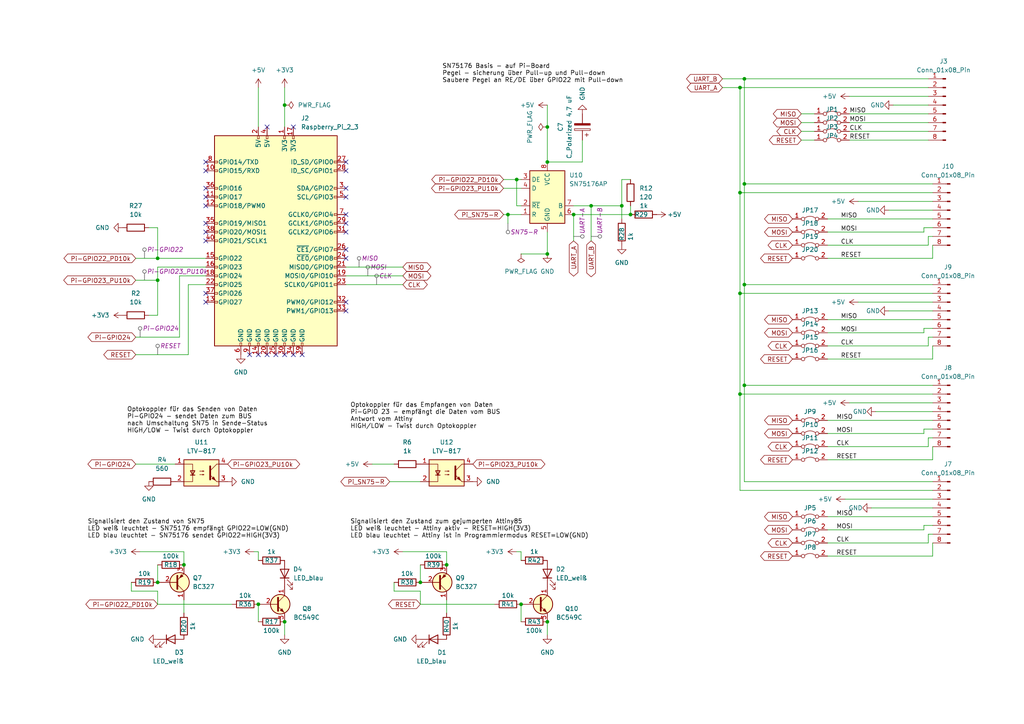
<source format=kicad_sch>
(kicad_sch (version 20230121) (generator eeschema)

  (uuid 3706449a-edc8-4508-96af-18e78067f01a)

  (paper "A4")

  (lib_symbols
    (symbol "Connector:Conn_01x08_Pin" (pin_names (offset 1.016) hide) (in_bom yes) (on_board yes)
      (property "Reference" "J" (at 0 10.16 0)
        (effects (font (size 1.27 1.27)))
      )
      (property "Value" "Conn_01x08_Pin" (at 0 -12.7 0)
        (effects (font (size 1.27 1.27)))
      )
      (property "Footprint" "" (at 0 0 0)
        (effects (font (size 1.27 1.27)) hide)
      )
      (property "Datasheet" "~" (at 0 0 0)
        (effects (font (size 1.27 1.27)) hide)
      )
      (property "ki_locked" "" (at 0 0 0)
        (effects (font (size 1.27 1.27)))
      )
      (property "ki_keywords" "connector" (at 0 0 0)
        (effects (font (size 1.27 1.27)) hide)
      )
      (property "ki_description" "Generic connector, single row, 01x08, script generated" (at 0 0 0)
        (effects (font (size 1.27 1.27)) hide)
      )
      (property "ki_fp_filters" "Connector*:*_1x??_*" (at 0 0 0)
        (effects (font (size 1.27 1.27)) hide)
      )
      (symbol "Conn_01x08_Pin_1_1"
        (polyline
          (pts
            (xy 1.27 -10.16)
            (xy 0.8636 -10.16)
          )
          (stroke (width 0.1524) (type default))
          (fill (type none))
        )
        (polyline
          (pts
            (xy 1.27 -7.62)
            (xy 0.8636 -7.62)
          )
          (stroke (width 0.1524) (type default))
          (fill (type none))
        )
        (polyline
          (pts
            (xy 1.27 -5.08)
            (xy 0.8636 -5.08)
          )
          (stroke (width 0.1524) (type default))
          (fill (type none))
        )
        (polyline
          (pts
            (xy 1.27 -2.54)
            (xy 0.8636 -2.54)
          )
          (stroke (width 0.1524) (type default))
          (fill (type none))
        )
        (polyline
          (pts
            (xy 1.27 0)
            (xy 0.8636 0)
          )
          (stroke (width 0.1524) (type default))
          (fill (type none))
        )
        (polyline
          (pts
            (xy 1.27 2.54)
            (xy 0.8636 2.54)
          )
          (stroke (width 0.1524) (type default))
          (fill (type none))
        )
        (polyline
          (pts
            (xy 1.27 5.08)
            (xy 0.8636 5.08)
          )
          (stroke (width 0.1524) (type default))
          (fill (type none))
        )
        (polyline
          (pts
            (xy 1.27 7.62)
            (xy 0.8636 7.62)
          )
          (stroke (width 0.1524) (type default))
          (fill (type none))
        )
        (rectangle (start 0.8636 -10.033) (end 0 -10.287)
          (stroke (width 0.1524) (type default))
          (fill (type outline))
        )
        (rectangle (start 0.8636 -7.493) (end 0 -7.747)
          (stroke (width 0.1524) (type default))
          (fill (type outline))
        )
        (rectangle (start 0.8636 -4.953) (end 0 -5.207)
          (stroke (width 0.1524) (type default))
          (fill (type outline))
        )
        (rectangle (start 0.8636 -2.413) (end 0 -2.667)
          (stroke (width 0.1524) (type default))
          (fill (type outline))
        )
        (rectangle (start 0.8636 0.127) (end 0 -0.127)
          (stroke (width 0.1524) (type default))
          (fill (type outline))
        )
        (rectangle (start 0.8636 2.667) (end 0 2.413)
          (stroke (width 0.1524) (type default))
          (fill (type outline))
        )
        (rectangle (start 0.8636 5.207) (end 0 4.953)
          (stroke (width 0.1524) (type default))
          (fill (type outline))
        )
        (rectangle (start 0.8636 7.747) (end 0 7.493)
          (stroke (width 0.1524) (type default))
          (fill (type outline))
        )
        (pin passive line (at 5.08 7.62 180) (length 3.81)
          (name "Pin_1" (effects (font (size 1.27 1.27))))
          (number "1" (effects (font (size 1.27 1.27))))
        )
        (pin passive line (at 5.08 5.08 180) (length 3.81)
          (name "Pin_2" (effects (font (size 1.27 1.27))))
          (number "2" (effects (font (size 1.27 1.27))))
        )
        (pin passive line (at 5.08 2.54 180) (length 3.81)
          (name "Pin_3" (effects (font (size 1.27 1.27))))
          (number "3" (effects (font (size 1.27 1.27))))
        )
        (pin passive line (at 5.08 0 180) (length 3.81)
          (name "Pin_4" (effects (font (size 1.27 1.27))))
          (number "4" (effects (font (size 1.27 1.27))))
        )
        (pin passive line (at 5.08 -2.54 180) (length 3.81)
          (name "Pin_5" (effects (font (size 1.27 1.27))))
          (number "5" (effects (font (size 1.27 1.27))))
        )
        (pin passive line (at 5.08 -5.08 180) (length 3.81)
          (name "Pin_6" (effects (font (size 1.27 1.27))))
          (number "6" (effects (font (size 1.27 1.27))))
        )
        (pin passive line (at 5.08 -7.62 180) (length 3.81)
          (name "Pin_7" (effects (font (size 1.27 1.27))))
          (number "7" (effects (font (size 1.27 1.27))))
        )
        (pin passive line (at 5.08 -10.16 180) (length 3.81)
          (name "Pin_8" (effects (font (size 1.27 1.27))))
          (number "8" (effects (font (size 1.27 1.27))))
        )
      )
    )
    (symbol "Connector:Raspberry_Pi_2_3" (pin_names (offset 1.016)) (in_bom yes) (on_board yes)
      (property "Reference" "J" (at -17.78 31.75 0)
        (effects (font (size 1.27 1.27)) (justify left bottom))
      )
      (property "Value" "Raspberry_Pi_2_3" (at 10.16 -31.75 0)
        (effects (font (size 1.27 1.27)) (justify left top))
      )
      (property "Footprint" "" (at 0 0 0)
        (effects (font (size 1.27 1.27)) hide)
      )
      (property "Datasheet" "https://www.raspberrypi.org/documentation/hardware/raspberrypi/schematics/rpi_SCH_3bplus_1p0_reduced.pdf" (at 0 0 0)
        (effects (font (size 1.27 1.27)) hide)
      )
      (property "ki_keywords" "raspberrypi gpio" (at 0 0 0)
        (effects (font (size 1.27 1.27)) hide)
      )
      (property "ki_description" "expansion header for Raspberry Pi 2 & 3" (at 0 0 0)
        (effects (font (size 1.27 1.27)) hide)
      )
      (property "ki_fp_filters" "PinHeader*2x20*P2.54mm*Vertical* PinSocket*2x20*P2.54mm*Vertical*" (at 0 0 0)
        (effects (font (size 1.27 1.27)) hide)
      )
      (symbol "Raspberry_Pi_2_3_0_1"
        (rectangle (start -17.78 30.48) (end 17.78 -30.48)
          (stroke (width 0.254) (type default))
          (fill (type background))
        )
      )
      (symbol "Raspberry_Pi_2_3_1_1"
        (rectangle (start -16.891 -17.526) (end -17.78 -18.034)
          (stroke (width 0) (type default))
          (fill (type none))
        )
        (rectangle (start -16.891 -14.986) (end -17.78 -15.494)
          (stroke (width 0) (type default))
          (fill (type none))
        )
        (rectangle (start -16.891 -12.446) (end -17.78 -12.954)
          (stroke (width 0) (type default))
          (fill (type none))
        )
        (rectangle (start -16.891 -9.906) (end -17.78 -10.414)
          (stroke (width 0) (type default))
          (fill (type none))
        )
        (rectangle (start -16.891 -7.366) (end -17.78 -7.874)
          (stroke (width 0) (type default))
          (fill (type none))
        )
        (rectangle (start -16.891 -4.826) (end -17.78 -5.334)
          (stroke (width 0) (type default))
          (fill (type none))
        )
        (rectangle (start -16.891 0.254) (end -17.78 -0.254)
          (stroke (width 0) (type default))
          (fill (type none))
        )
        (rectangle (start -16.891 2.794) (end -17.78 2.286)
          (stroke (width 0) (type default))
          (fill (type none))
        )
        (rectangle (start -16.891 5.334) (end -17.78 4.826)
          (stroke (width 0) (type default))
          (fill (type none))
        )
        (rectangle (start -16.891 10.414) (end -17.78 9.906)
          (stroke (width 0) (type default))
          (fill (type none))
        )
        (rectangle (start -16.891 12.954) (end -17.78 12.446)
          (stroke (width 0) (type default))
          (fill (type none))
        )
        (rectangle (start -16.891 15.494) (end -17.78 14.986)
          (stroke (width 0) (type default))
          (fill (type none))
        )
        (rectangle (start -16.891 20.574) (end -17.78 20.066)
          (stroke (width 0) (type default))
          (fill (type none))
        )
        (rectangle (start -16.891 23.114) (end -17.78 22.606)
          (stroke (width 0) (type default))
          (fill (type none))
        )
        (rectangle (start -10.414 -29.591) (end -9.906 -30.48)
          (stroke (width 0) (type default))
          (fill (type none))
        )
        (rectangle (start -7.874 -29.591) (end -7.366 -30.48)
          (stroke (width 0) (type default))
          (fill (type none))
        )
        (rectangle (start -5.334 -29.591) (end -4.826 -30.48)
          (stroke (width 0) (type default))
          (fill (type none))
        )
        (rectangle (start -5.334 30.48) (end -4.826 29.591)
          (stroke (width 0) (type default))
          (fill (type none))
        )
        (rectangle (start -2.794 -29.591) (end -2.286 -30.48)
          (stroke (width 0) (type default))
          (fill (type none))
        )
        (rectangle (start -2.794 30.48) (end -2.286 29.591)
          (stroke (width 0) (type default))
          (fill (type none))
        )
        (rectangle (start -0.254 -29.591) (end 0.254 -30.48)
          (stroke (width 0) (type default))
          (fill (type none))
        )
        (rectangle (start 2.286 -29.591) (end 2.794 -30.48)
          (stroke (width 0) (type default))
          (fill (type none))
        )
        (rectangle (start 2.286 30.48) (end 2.794 29.591)
          (stroke (width 0) (type default))
          (fill (type none))
        )
        (rectangle (start 4.826 -29.591) (end 5.334 -30.48)
          (stroke (width 0) (type default))
          (fill (type none))
        )
        (rectangle (start 4.826 30.48) (end 5.334 29.591)
          (stroke (width 0) (type default))
          (fill (type none))
        )
        (rectangle (start 7.366 -29.591) (end 7.874 -30.48)
          (stroke (width 0) (type default))
          (fill (type none))
        )
        (rectangle (start 17.78 -20.066) (end 16.891 -20.574)
          (stroke (width 0) (type default))
          (fill (type none))
        )
        (rectangle (start 17.78 -17.526) (end 16.891 -18.034)
          (stroke (width 0) (type default))
          (fill (type none))
        )
        (rectangle (start 17.78 -12.446) (end 16.891 -12.954)
          (stroke (width 0) (type default))
          (fill (type none))
        )
        (rectangle (start 17.78 -9.906) (end 16.891 -10.414)
          (stroke (width 0) (type default))
          (fill (type none))
        )
        (rectangle (start 17.78 -7.366) (end 16.891 -7.874)
          (stroke (width 0) (type default))
          (fill (type none))
        )
        (rectangle (start 17.78 -4.826) (end 16.891 -5.334)
          (stroke (width 0) (type default))
          (fill (type none))
        )
        (rectangle (start 17.78 -2.286) (end 16.891 -2.794)
          (stroke (width 0) (type default))
          (fill (type none))
        )
        (rectangle (start 17.78 2.794) (end 16.891 2.286)
          (stroke (width 0) (type default))
          (fill (type none))
        )
        (rectangle (start 17.78 5.334) (end 16.891 4.826)
          (stroke (width 0) (type default))
          (fill (type none))
        )
        (rectangle (start 17.78 7.874) (end 16.891 7.366)
          (stroke (width 0) (type default))
          (fill (type none))
        )
        (rectangle (start 17.78 12.954) (end 16.891 12.446)
          (stroke (width 0) (type default))
          (fill (type none))
        )
        (rectangle (start 17.78 15.494) (end 16.891 14.986)
          (stroke (width 0) (type default))
          (fill (type none))
        )
        (rectangle (start 17.78 20.574) (end 16.891 20.066)
          (stroke (width 0) (type default))
          (fill (type none))
        )
        (rectangle (start 17.78 23.114) (end 16.891 22.606)
          (stroke (width 0) (type default))
          (fill (type none))
        )
        (pin power_in line (at 2.54 33.02 270) (length 2.54)
          (name "3V3" (effects (font (size 1.27 1.27))))
          (number "1" (effects (font (size 1.27 1.27))))
        )
        (pin bidirectional line (at -20.32 20.32 0) (length 2.54)
          (name "GPIO15/RXD" (effects (font (size 1.27 1.27))))
          (number "10" (effects (font (size 1.27 1.27))))
        )
        (pin bidirectional line (at -20.32 12.7 0) (length 2.54)
          (name "GPIO17" (effects (font (size 1.27 1.27))))
          (number "11" (effects (font (size 1.27 1.27))))
        )
        (pin bidirectional line (at -20.32 10.16 0) (length 2.54)
          (name "GPIO18/PWM0" (effects (font (size 1.27 1.27))))
          (number "12" (effects (font (size 1.27 1.27))))
        )
        (pin bidirectional line (at -20.32 -17.78 0) (length 2.54)
          (name "GPIO27" (effects (font (size 1.27 1.27))))
          (number "13" (effects (font (size 1.27 1.27))))
        )
        (pin power_in line (at -5.08 -33.02 90) (length 2.54)
          (name "GND" (effects (font (size 1.27 1.27))))
          (number "14" (effects (font (size 1.27 1.27))))
        )
        (pin bidirectional line (at -20.32 -5.08 0) (length 2.54)
          (name "GPIO22" (effects (font (size 1.27 1.27))))
          (number "15" (effects (font (size 1.27 1.27))))
        )
        (pin bidirectional line (at -20.32 -7.62 0) (length 2.54)
          (name "GPIO23" (effects (font (size 1.27 1.27))))
          (number "16" (effects (font (size 1.27 1.27))))
        )
        (pin power_in line (at 5.08 33.02 270) (length 2.54)
          (name "3V3" (effects (font (size 1.27 1.27))))
          (number "17" (effects (font (size 1.27 1.27))))
        )
        (pin bidirectional line (at -20.32 -10.16 0) (length 2.54)
          (name "GPIO24" (effects (font (size 1.27 1.27))))
          (number "18" (effects (font (size 1.27 1.27))))
        )
        (pin bidirectional line (at 20.32 -10.16 180) (length 2.54)
          (name "MOSI0/GPIO10" (effects (font (size 1.27 1.27))))
          (number "19" (effects (font (size 1.27 1.27))))
        )
        (pin power_in line (at -5.08 33.02 270) (length 2.54)
          (name "5V" (effects (font (size 1.27 1.27))))
          (number "2" (effects (font (size 1.27 1.27))))
        )
        (pin power_in line (at -2.54 -33.02 90) (length 2.54)
          (name "GND" (effects (font (size 1.27 1.27))))
          (number "20" (effects (font (size 1.27 1.27))))
        )
        (pin bidirectional line (at 20.32 -7.62 180) (length 2.54)
          (name "MISO0/GPIO9" (effects (font (size 1.27 1.27))))
          (number "21" (effects (font (size 1.27 1.27))))
        )
        (pin bidirectional line (at -20.32 -12.7 0) (length 2.54)
          (name "GPIO25" (effects (font (size 1.27 1.27))))
          (number "22" (effects (font (size 1.27 1.27))))
        )
        (pin bidirectional line (at 20.32 -12.7 180) (length 2.54)
          (name "SCLK0/GPIO11" (effects (font (size 1.27 1.27))))
          (number "23" (effects (font (size 1.27 1.27))))
        )
        (pin bidirectional line (at 20.32 -5.08 180) (length 2.54)
          (name "~{CE0}/GPIO8" (effects (font (size 1.27 1.27))))
          (number "24" (effects (font (size 1.27 1.27))))
        )
        (pin power_in line (at 0 -33.02 90) (length 2.54)
          (name "GND" (effects (font (size 1.27 1.27))))
          (number "25" (effects (font (size 1.27 1.27))))
        )
        (pin bidirectional line (at 20.32 -2.54 180) (length 2.54)
          (name "~{CE1}/GPIO7" (effects (font (size 1.27 1.27))))
          (number "26" (effects (font (size 1.27 1.27))))
        )
        (pin bidirectional line (at 20.32 22.86 180) (length 2.54)
          (name "ID_SD/GPIO0" (effects (font (size 1.27 1.27))))
          (number "27" (effects (font (size 1.27 1.27))))
        )
        (pin bidirectional line (at 20.32 20.32 180) (length 2.54)
          (name "ID_SC/GPIO1" (effects (font (size 1.27 1.27))))
          (number "28" (effects (font (size 1.27 1.27))))
        )
        (pin bidirectional line (at 20.32 5.08 180) (length 2.54)
          (name "GCLK1/GPIO5" (effects (font (size 1.27 1.27))))
          (number "29" (effects (font (size 1.27 1.27))))
        )
        (pin bidirectional line (at 20.32 15.24 180) (length 2.54)
          (name "SDA/GPIO2" (effects (font (size 1.27 1.27))))
          (number "3" (effects (font (size 1.27 1.27))))
        )
        (pin power_in line (at 2.54 -33.02 90) (length 2.54)
          (name "GND" (effects (font (size 1.27 1.27))))
          (number "30" (effects (font (size 1.27 1.27))))
        )
        (pin bidirectional line (at 20.32 2.54 180) (length 2.54)
          (name "GCLK2/GPIO6" (effects (font (size 1.27 1.27))))
          (number "31" (effects (font (size 1.27 1.27))))
        )
        (pin bidirectional line (at 20.32 -17.78 180) (length 2.54)
          (name "PWM0/GPIO12" (effects (font (size 1.27 1.27))))
          (number "32" (effects (font (size 1.27 1.27))))
        )
        (pin bidirectional line (at 20.32 -20.32 180) (length 2.54)
          (name "PWM1/GPIO13" (effects (font (size 1.27 1.27))))
          (number "33" (effects (font (size 1.27 1.27))))
        )
        (pin power_in line (at 5.08 -33.02 90) (length 2.54)
          (name "GND" (effects (font (size 1.27 1.27))))
          (number "34" (effects (font (size 1.27 1.27))))
        )
        (pin bidirectional line (at -20.32 5.08 0) (length 2.54)
          (name "GPIO19/MISO1" (effects (font (size 1.27 1.27))))
          (number "35" (effects (font (size 1.27 1.27))))
        )
        (pin bidirectional line (at -20.32 15.24 0) (length 2.54)
          (name "GPIO16" (effects (font (size 1.27 1.27))))
          (number "36" (effects (font (size 1.27 1.27))))
        )
        (pin bidirectional line (at -20.32 -15.24 0) (length 2.54)
          (name "GPIO26" (effects (font (size 1.27 1.27))))
          (number "37" (effects (font (size 1.27 1.27))))
        )
        (pin bidirectional line (at -20.32 2.54 0) (length 2.54)
          (name "GPIO20/MOSI1" (effects (font (size 1.27 1.27))))
          (number "38" (effects (font (size 1.27 1.27))))
        )
        (pin power_in line (at 7.62 -33.02 90) (length 2.54)
          (name "GND" (effects (font (size 1.27 1.27))))
          (number "39" (effects (font (size 1.27 1.27))))
        )
        (pin power_in line (at -2.54 33.02 270) (length 2.54)
          (name "5V" (effects (font (size 1.27 1.27))))
          (number "4" (effects (font (size 1.27 1.27))))
        )
        (pin bidirectional line (at -20.32 0 0) (length 2.54)
          (name "GPIO21/SCLK1" (effects (font (size 1.27 1.27))))
          (number "40" (effects (font (size 1.27 1.27))))
        )
        (pin bidirectional line (at 20.32 12.7 180) (length 2.54)
          (name "SCL/GPIO3" (effects (font (size 1.27 1.27))))
          (number "5" (effects (font (size 1.27 1.27))))
        )
        (pin power_in line (at -10.16 -33.02 90) (length 2.54)
          (name "GND" (effects (font (size 1.27 1.27))))
          (number "6" (effects (font (size 1.27 1.27))))
        )
        (pin bidirectional line (at 20.32 7.62 180) (length 2.54)
          (name "GCLK0/GPIO4" (effects (font (size 1.27 1.27))))
          (number "7" (effects (font (size 1.27 1.27))))
        )
        (pin bidirectional line (at -20.32 22.86 0) (length 2.54)
          (name "GPIO14/TXD" (effects (font (size 1.27 1.27))))
          (number "8" (effects (font (size 1.27 1.27))))
        )
        (pin power_in line (at -7.62 -33.02 90) (length 2.54)
          (name "GND" (effects (font (size 1.27 1.27))))
          (number "9" (effects (font (size 1.27 1.27))))
        )
      )
    )
    (symbol "Device:C_Polarized" (pin_numbers hide) (pin_names (offset 0.254)) (in_bom yes) (on_board yes)
      (property "Reference" "C" (at 0.635 2.54 0)
        (effects (font (size 1.27 1.27)) (justify left))
      )
      (property "Value" "C_Polarized" (at 0.635 -2.54 0)
        (effects (font (size 1.27 1.27)) (justify left))
      )
      (property "Footprint" "" (at 0.9652 -3.81 0)
        (effects (font (size 1.27 1.27)) hide)
      )
      (property "Datasheet" "~" (at 0 0 0)
        (effects (font (size 1.27 1.27)) hide)
      )
      (property "ki_keywords" "cap capacitor" (at 0 0 0)
        (effects (font (size 1.27 1.27)) hide)
      )
      (property "ki_description" "Polarized capacitor" (at 0 0 0)
        (effects (font (size 1.27 1.27)) hide)
      )
      (property "ki_fp_filters" "CP_*" (at 0 0 0)
        (effects (font (size 1.27 1.27)) hide)
      )
      (symbol "C_Polarized_0_1"
        (rectangle (start -2.286 0.508) (end 2.286 1.016)
          (stroke (width 0) (type default))
          (fill (type none))
        )
        (polyline
          (pts
            (xy -1.778 2.286)
            (xy -0.762 2.286)
          )
          (stroke (width 0) (type default))
          (fill (type none))
        )
        (polyline
          (pts
            (xy -1.27 2.794)
            (xy -1.27 1.778)
          )
          (stroke (width 0) (type default))
          (fill (type none))
        )
        (rectangle (start 2.286 -0.508) (end -2.286 -1.016)
          (stroke (width 0) (type default))
          (fill (type outline))
        )
      )
      (symbol "C_Polarized_1_1"
        (pin passive line (at 0 3.81 270) (length 2.794)
          (name "~" (effects (font (size 1.27 1.27))))
          (number "1" (effects (font (size 1.27 1.27))))
        )
        (pin passive line (at 0 -3.81 90) (length 2.794)
          (name "~" (effects (font (size 1.27 1.27))))
          (number "2" (effects (font (size 1.27 1.27))))
        )
      )
    )
    (symbol "Device:LED" (pin_numbers hide) (pin_names (offset 1.016) hide) (in_bom yes) (on_board yes)
      (property "Reference" "D" (at 0 2.54 0)
        (effects (font (size 1.27 1.27)))
      )
      (property "Value" "LED" (at 0 -2.54 0)
        (effects (font (size 1.27 1.27)))
      )
      (property "Footprint" "" (at 0 0 0)
        (effects (font (size 1.27 1.27)) hide)
      )
      (property "Datasheet" "~" (at 0 0 0)
        (effects (font (size 1.27 1.27)) hide)
      )
      (property "ki_keywords" "LED diode" (at 0 0 0)
        (effects (font (size 1.27 1.27)) hide)
      )
      (property "ki_description" "Light emitting diode" (at 0 0 0)
        (effects (font (size 1.27 1.27)) hide)
      )
      (property "ki_fp_filters" "LED* LED_SMD:* LED_THT:*" (at 0 0 0)
        (effects (font (size 1.27 1.27)) hide)
      )
      (symbol "LED_0_1"
        (polyline
          (pts
            (xy -1.27 -1.27)
            (xy -1.27 1.27)
          )
          (stroke (width 0.254) (type default))
          (fill (type none))
        )
        (polyline
          (pts
            (xy -1.27 0)
            (xy 1.27 0)
          )
          (stroke (width 0) (type default))
          (fill (type none))
        )
        (polyline
          (pts
            (xy 1.27 -1.27)
            (xy 1.27 1.27)
            (xy -1.27 0)
            (xy 1.27 -1.27)
          )
          (stroke (width 0.254) (type default))
          (fill (type none))
        )
        (polyline
          (pts
            (xy -3.048 -0.762)
            (xy -4.572 -2.286)
            (xy -3.81 -2.286)
            (xy -4.572 -2.286)
            (xy -4.572 -1.524)
          )
          (stroke (width 0) (type default))
          (fill (type none))
        )
        (polyline
          (pts
            (xy -1.778 -0.762)
            (xy -3.302 -2.286)
            (xy -2.54 -2.286)
            (xy -3.302 -2.286)
            (xy -3.302 -1.524)
          )
          (stroke (width 0) (type default))
          (fill (type none))
        )
      )
      (symbol "LED_1_1"
        (pin passive line (at -3.81 0 0) (length 2.54)
          (name "K" (effects (font (size 1.27 1.27))))
          (number "1" (effects (font (size 1.27 1.27))))
        )
        (pin passive line (at 3.81 0 180) (length 2.54)
          (name "A" (effects (font (size 1.27 1.27))))
          (number "2" (effects (font (size 1.27 1.27))))
        )
      )
    )
    (symbol "Device:R" (pin_numbers hide) (pin_names (offset 0)) (in_bom yes) (on_board yes)
      (property "Reference" "R" (at 2.032 0 90)
        (effects (font (size 1.27 1.27)))
      )
      (property "Value" "R" (at 0 0 90)
        (effects (font (size 1.27 1.27)))
      )
      (property "Footprint" "" (at -1.778 0 90)
        (effects (font (size 1.27 1.27)) hide)
      )
      (property "Datasheet" "~" (at 0 0 0)
        (effects (font (size 1.27 1.27)) hide)
      )
      (property "ki_keywords" "R res resistor" (at 0 0 0)
        (effects (font (size 1.27 1.27)) hide)
      )
      (property "ki_description" "Resistor" (at 0 0 0)
        (effects (font (size 1.27 1.27)) hide)
      )
      (property "ki_fp_filters" "R_*" (at 0 0 0)
        (effects (font (size 1.27 1.27)) hide)
      )
      (symbol "R_0_1"
        (rectangle (start -1.016 -2.54) (end 1.016 2.54)
          (stroke (width 0.254) (type default))
          (fill (type none))
        )
      )
      (symbol "R_1_1"
        (pin passive line (at 0 3.81 270) (length 1.27)
          (name "~" (effects (font (size 1.27 1.27))))
          (number "1" (effects (font (size 1.27 1.27))))
        )
        (pin passive line (at 0 -3.81 90) (length 1.27)
          (name "~" (effects (font (size 1.27 1.27))))
          (number "2" (effects (font (size 1.27 1.27))))
        )
      )
    )
    (symbol "Interface_UART:SN75176AP" (in_bom yes) (on_board yes)
      (property "Reference" "U" (at -4.318 8.89 0)
        (effects (font (size 1.27 1.27)))
      )
      (property "Value" "SN75176AP" (at 1.016 8.89 0)
        (effects (font (size 1.27 1.27)) (justify left))
      )
      (property "Footprint" "Package_DIP:DIP-8_W7.62mm" (at 0 -12.7 0)
        (effects (font (size 1.27 1.27)) hide)
      )
      (property "Datasheet" "http://www.ti.com/lit/ds/symlink/sn75176a.pdf" (at 40.64 -5.08 0)
        (effects (font (size 1.27 1.27)) hide)
      )
      (property "ki_keywords" "Differential bus transceiver" (at 0 0 0)
        (effects (font (size 1.27 1.27)) hide)
      )
      (property "ki_description" "Differential RS-422/RS-485 bus transceiver, DIP-8" (at 0 0 0)
        (effects (font (size 1.27 1.27)) hide)
      )
      (property "ki_fp_filters" "DIP*W7.62mm*" (at 0 0 0)
        (effects (font (size 1.27 1.27)) hide)
      )
      (symbol "SN75176AP_0_1"
        (rectangle (start -5.08 7.62) (end 5.08 -7.62)
          (stroke (width 0.254) (type default))
          (fill (type background))
        )
      )
      (symbol "SN75176AP_1_1"
        (pin output line (at -7.62 -5.08 0) (length 2.54)
          (name "R" (effects (font (size 1.27 1.27))))
          (number "1" (effects (font (size 1.27 1.27))))
        )
        (pin input line (at -7.62 -2.54 0) (length 2.54)
          (name "~{RE}" (effects (font (size 1.27 1.27))))
          (number "2" (effects (font (size 1.27 1.27))))
        )
        (pin input line (at -7.62 5.08 0) (length 2.54)
          (name "DE" (effects (font (size 1.27 1.27))))
          (number "3" (effects (font (size 1.27 1.27))))
        )
        (pin input line (at -7.62 2.54 0) (length 2.54)
          (name "D" (effects (font (size 1.27 1.27))))
          (number "4" (effects (font (size 1.27 1.27))))
        )
        (pin power_in line (at 0 -10.16 90) (length 2.54)
          (name "GND" (effects (font (size 1.27 1.27))))
          (number "5" (effects (font (size 1.27 1.27))))
        )
        (pin bidirectional line (at 7.62 -5.08 180) (length 2.54)
          (name "A" (effects (font (size 1.27 1.27))))
          (number "6" (effects (font (size 1.27 1.27))))
        )
        (pin bidirectional line (at 7.62 -2.54 180) (length 2.54)
          (name "B" (effects (font (size 1.27 1.27))))
          (number "7" (effects (font (size 1.27 1.27))))
        )
        (pin power_in line (at 0 10.16 270) (length 2.54)
          (name "VCC" (effects (font (size 1.27 1.27))))
          (number "8" (effects (font (size 1.27 1.27))))
        )
      )
    )
    (symbol "Isolator:LTV-817" (pin_names (offset 1.016)) (in_bom yes) (on_board yes)
      (property "Reference" "U" (at -5.08 5.08 0)
        (effects (font (size 1.27 1.27)) (justify left))
      )
      (property "Value" "LTV-817" (at 0 5.08 0)
        (effects (font (size 1.27 1.27)) (justify left))
      )
      (property "Footprint" "Package_DIP:DIP-4_W7.62mm" (at -5.08 -5.08 0)
        (effects (font (size 1.27 1.27) italic) (justify left) hide)
      )
      (property "Datasheet" "http://www.us.liteon.com/downloads/LTV-817-827-847.PDF" (at 0 -2.54 0)
        (effects (font (size 1.27 1.27)) (justify left) hide)
      )
      (property "ki_keywords" "NPN DC Optocoupler" (at 0 0 0)
        (effects (font (size 1.27 1.27)) hide)
      )
      (property "ki_description" "DC Optocoupler, Vce 35V, CTR 50%, DIP-4" (at 0 0 0)
        (effects (font (size 1.27 1.27)) hide)
      )
      (property "ki_fp_filters" "DIP*W7.62mm*" (at 0 0 0)
        (effects (font (size 1.27 1.27)) hide)
      )
      (symbol "LTV-817_0_1"
        (rectangle (start -5.08 3.81) (end 5.08 -3.81)
          (stroke (width 0.254) (type default))
          (fill (type background))
        )
        (polyline
          (pts
            (xy -3.175 -0.635)
            (xy -1.905 -0.635)
          )
          (stroke (width 0.254) (type default))
          (fill (type none))
        )
        (polyline
          (pts
            (xy 2.54 0.635)
            (xy 4.445 2.54)
          )
          (stroke (width 0) (type default))
          (fill (type none))
        )
        (polyline
          (pts
            (xy 4.445 -2.54)
            (xy 2.54 -0.635)
          )
          (stroke (width 0) (type default))
          (fill (type outline))
        )
        (polyline
          (pts
            (xy 4.445 -2.54)
            (xy 5.08 -2.54)
          )
          (stroke (width 0) (type default))
          (fill (type none))
        )
        (polyline
          (pts
            (xy 4.445 2.54)
            (xy 5.08 2.54)
          )
          (stroke (width 0) (type default))
          (fill (type none))
        )
        (polyline
          (pts
            (xy -5.08 2.54)
            (xy -2.54 2.54)
            (xy -2.54 -0.762)
          )
          (stroke (width 0) (type default))
          (fill (type none))
        )
        (polyline
          (pts
            (xy -2.54 -0.635)
            (xy -2.54 -2.54)
            (xy -5.08 -2.54)
          )
          (stroke (width 0) (type default))
          (fill (type none))
        )
        (polyline
          (pts
            (xy 2.54 1.905)
            (xy 2.54 -1.905)
            (xy 2.54 -1.905)
          )
          (stroke (width 0.508) (type default))
          (fill (type none))
        )
        (polyline
          (pts
            (xy -2.54 -0.635)
            (xy -3.175 0.635)
            (xy -1.905 0.635)
            (xy -2.54 -0.635)
          )
          (stroke (width 0.254) (type default))
          (fill (type none))
        )
        (polyline
          (pts
            (xy -0.508 -0.508)
            (xy 0.762 -0.508)
            (xy 0.381 -0.635)
            (xy 0.381 -0.381)
            (xy 0.762 -0.508)
          )
          (stroke (width 0) (type default))
          (fill (type none))
        )
        (polyline
          (pts
            (xy -0.508 0.508)
            (xy 0.762 0.508)
            (xy 0.381 0.381)
            (xy 0.381 0.635)
            (xy 0.762 0.508)
          )
          (stroke (width 0) (type default))
          (fill (type none))
        )
        (polyline
          (pts
            (xy 3.048 -1.651)
            (xy 3.556 -1.143)
            (xy 4.064 -2.159)
            (xy 3.048 -1.651)
            (xy 3.048 -1.651)
          )
          (stroke (width 0) (type default))
          (fill (type outline))
        )
      )
      (symbol "LTV-817_1_1"
        (pin passive line (at -7.62 2.54 0) (length 2.54)
          (name "~" (effects (font (size 1.27 1.27))))
          (number "1" (effects (font (size 1.27 1.27))))
        )
        (pin passive line (at -7.62 -2.54 0) (length 2.54)
          (name "~" (effects (font (size 1.27 1.27))))
          (number "2" (effects (font (size 1.27 1.27))))
        )
        (pin passive line (at 7.62 -2.54 180) (length 2.54)
          (name "~" (effects (font (size 1.27 1.27))))
          (number "3" (effects (font (size 1.27 1.27))))
        )
        (pin passive line (at 7.62 2.54 180) (length 2.54)
          (name "~" (effects (font (size 1.27 1.27))))
          (number "4" (effects (font (size 1.27 1.27))))
        )
      )
    )
    (symbol "Jumper:Jumper_2_Bridged" (pin_names (offset 0) hide) (in_bom yes) (on_board yes)
      (property "Reference" "JP" (at 0 1.905 0)
        (effects (font (size 1.27 1.27)))
      )
      (property "Value" "Jumper_2_Bridged" (at 0 -2.54 0)
        (effects (font (size 1.27 1.27)))
      )
      (property "Footprint" "" (at 0 0 0)
        (effects (font (size 1.27 1.27)) hide)
      )
      (property "Datasheet" "~" (at 0 0 0)
        (effects (font (size 1.27 1.27)) hide)
      )
      (property "ki_keywords" "Jumper SPST" (at 0 0 0)
        (effects (font (size 1.27 1.27)) hide)
      )
      (property "ki_description" "Jumper, 2-pole, closed/bridged" (at 0 0 0)
        (effects (font (size 1.27 1.27)) hide)
      )
      (property "ki_fp_filters" "Jumper* TestPoint*2Pads* TestPoint*Bridge*" (at 0 0 0)
        (effects (font (size 1.27 1.27)) hide)
      )
      (symbol "Jumper_2_Bridged_0_0"
        (circle (center -2.032 0) (radius 0.508)
          (stroke (width 0) (type default))
          (fill (type none))
        )
        (circle (center 2.032 0) (radius 0.508)
          (stroke (width 0) (type default))
          (fill (type none))
        )
      )
      (symbol "Jumper_2_Bridged_0_1"
        (arc (start 1.524 0.254) (mid 0 0.762) (end -1.524 0.254)
          (stroke (width 0) (type default))
          (fill (type none))
        )
      )
      (symbol "Jumper_2_Bridged_1_1"
        (pin passive line (at -5.08 0 0) (length 2.54)
          (name "A" (effects (font (size 1.27 1.27))))
          (number "1" (effects (font (size 1.27 1.27))))
        )
        (pin passive line (at 5.08 0 180) (length 2.54)
          (name "B" (effects (font (size 1.27 1.27))))
          (number "2" (effects (font (size 1.27 1.27))))
        )
      )
    )
    (symbol "PCM_Transistor_BJT_AKL:BC327" (pin_names hide) (in_bom yes) (on_board yes)
      (property "Reference" "Q" (at 5.08 1.27 0)
        (effects (font (size 1.27 1.27)) (justify left))
      )
      (property "Value" "BC327" (at 5.08 -1.27 0)
        (effects (font (size 1.27 1.27)) (justify left))
      )
      (property "Footprint" "Package_TO_SOT_THT_AKL:TO-92_Inline_Wide_CBE" (at 5.08 -2.54 0)
        (effects (font (size 1.27 1.27)) hide)
      )
      (property "Datasheet" "https://www.tme.eu/Document/9bf4a8e3d3c087ad30340073afe293d8/BC327.pdf" (at 0 0 0)
        (effects (font (size 1.27 1.27)) hide)
      )
      (property "ki_keywords" "transistor PNP BC327" (at 0 0 0)
        (effects (font (size 1.27 1.27)) hide)
      )
      (property "ki_description" "PNP TO-92 transistor, 45V, 0.8A, 625mW, Complementary to BC337, Alternate KiCAD Library" (at 0 0 0)
        (effects (font (size 1.27 1.27)) hide)
      )
      (symbol "BC327_0_1"
        (polyline
          (pts
            (xy 0.635 -0.635)
            (xy 2.54 -2.54)
          )
          (stroke (width 0) (type default))
          (fill (type none))
        )
        (polyline
          (pts
            (xy 0.635 -1.905)
            (xy 0.635 1.905)
            (xy 0.635 1.905)
          )
          (stroke (width 0.508) (type default))
          (fill (type none))
        )
        (polyline
          (pts
            (xy 0.635 0.635)
            (xy 2.54 2.54)
            (xy 2.54 2.54)
          )
          (stroke (width 0) (type default))
          (fill (type none))
        )
        (polyline
          (pts
            (xy 2.286 1.778)
            (xy 1.778 2.286)
            (xy 1.27 1.27)
            (xy 2.286 1.778)
            (xy 2.286 1.778)
          )
          (stroke (width 0) (type default))
          (fill (type outline))
        )
        (circle (center 1.27 0) (radius 2.8194)
          (stroke (width 0.254) (type default))
          (fill (type background))
        )
      )
      (symbol "BC327_1_1"
        (pin passive line (at 2.54 -5.08 90) (length 2.54)
          (name "C" (effects (font (size 1.27 1.27))))
          (number "1" (effects (font (size 1.27 1.27))))
        )
        (pin input line (at -5.08 0 0) (length 5.715)
          (name "B" (effects (font (size 1.27 1.27))))
          (number "2" (effects (font (size 1.27 1.27))))
        )
        (pin passive line (at 2.54 5.08 270) (length 2.54)
          (name "E" (effects (font (size 1.27 1.27))))
          (number "3" (effects (font (size 1.27 1.27))))
        )
      )
    )
    (symbol "PCM_Transistor_BJT_AKL:BC549C" (pin_names hide) (in_bom yes) (on_board yes)
      (property "Reference" "Q" (at 5.08 1.27 0)
        (effects (font (size 1.27 1.27)) (justify left))
      )
      (property "Value" "BC549C" (at 5.08 -1.27 0)
        (effects (font (size 1.27 1.27)) (justify left))
      )
      (property "Footprint" "Package_TO_SOT_THT_AKL:TO-92_Inline_Wide_CBE" (at 5.08 2.54 0)
        (effects (font (size 1.27 1.27)) hide)
      )
      (property "Datasheet" "https://www.tme.eu/Document/6c5d898a533a0762c2bc33eb26c283a8/BC546-550-DTE.pdf" (at 0 0 0)
        (effects (font (size 1.27 1.27)) hide)
      )
      (property "ki_keywords" "transistor NPN BC549" (at 0 0 0)
        (effects (font (size 1.27 1.27)) hide)
      )
      (property "ki_description" "NPN TO-92 low noise transistor, 30V, 100mA, 500mW, Complementary to BC559, Alternate KiCAD Library" (at 0 0 0)
        (effects (font (size 1.27 1.27)) hide)
      )
      (symbol "BC549C_0_1"
        (polyline
          (pts
            (xy 0.635 0.635)
            (xy 2.54 2.54)
          )
          (stroke (width 0) (type default))
          (fill (type none))
        )
        (polyline
          (pts
            (xy 0.635 -0.635)
            (xy 2.54 -2.54)
            (xy 2.54 -2.54)
          )
          (stroke (width 0) (type default))
          (fill (type none))
        )
        (polyline
          (pts
            (xy 0.635 1.905)
            (xy 0.635 -1.905)
            (xy 0.635 -1.905)
          )
          (stroke (width 0.508) (type default))
          (fill (type none))
        )
        (polyline
          (pts
            (xy 1.27 -1.778)
            (xy 1.778 -1.27)
            (xy 2.286 -2.286)
            (xy 1.27 -1.778)
            (xy 1.27 -1.778)
          )
          (stroke (width 0) (type default))
          (fill (type outline))
        )
        (circle (center 1.27 0) (radius 2.8194)
          (stroke (width 0.254) (type default))
          (fill (type background))
        )
      )
      (symbol "BC549C_1_1"
        (pin passive line (at 2.54 5.08 270) (length 2.54)
          (name "C" (effects (font (size 1.27 1.27))))
          (number "1" (effects (font (size 1.27 1.27))))
        )
        (pin input line (at -5.08 0 0) (length 5.715)
          (name "B" (effects (font (size 1.27 1.27))))
          (number "2" (effects (font (size 1.27 1.27))))
        )
        (pin passive line (at 2.54 -5.08 90) (length 2.54)
          (name "E" (effects (font (size 1.27 1.27))))
          (number "3" (effects (font (size 1.27 1.27))))
        )
      )
    )
    (symbol "power:+3V3" (power) (pin_names (offset 0)) (in_bom yes) (on_board yes)
      (property "Reference" "#PWR" (at 0 -3.81 0)
        (effects (font (size 1.27 1.27)) hide)
      )
      (property "Value" "+3V3" (at 0 3.556 0)
        (effects (font (size 1.27 1.27)))
      )
      (property "Footprint" "" (at 0 0 0)
        (effects (font (size 1.27 1.27)) hide)
      )
      (property "Datasheet" "" (at 0 0 0)
        (effects (font (size 1.27 1.27)) hide)
      )
      (property "ki_keywords" "global power" (at 0 0 0)
        (effects (font (size 1.27 1.27)) hide)
      )
      (property "ki_description" "Power symbol creates a global label with name \"+3V3\"" (at 0 0 0)
        (effects (font (size 1.27 1.27)) hide)
      )
      (symbol "+3V3_0_1"
        (polyline
          (pts
            (xy -0.762 1.27)
            (xy 0 2.54)
          )
          (stroke (width 0) (type default))
          (fill (type none))
        )
        (polyline
          (pts
            (xy 0 0)
            (xy 0 2.54)
          )
          (stroke (width 0) (type default))
          (fill (type none))
        )
        (polyline
          (pts
            (xy 0 2.54)
            (xy 0.762 1.27)
          )
          (stroke (width 0) (type default))
          (fill (type none))
        )
      )
      (symbol "+3V3_1_1"
        (pin power_in line (at 0 0 90) (length 0) hide
          (name "+3V3" (effects (font (size 1.27 1.27))))
          (number "1" (effects (font (size 1.27 1.27))))
        )
      )
    )
    (symbol "power:+5V" (power) (pin_names (offset 0)) (in_bom yes) (on_board yes)
      (property "Reference" "#PWR" (at 0 -3.81 0)
        (effects (font (size 1.27 1.27)) hide)
      )
      (property "Value" "+5V" (at 0 3.556 0)
        (effects (font (size 1.27 1.27)))
      )
      (property "Footprint" "" (at 0 0 0)
        (effects (font (size 1.27 1.27)) hide)
      )
      (property "Datasheet" "" (at 0 0 0)
        (effects (font (size 1.27 1.27)) hide)
      )
      (property "ki_keywords" "global power" (at 0 0 0)
        (effects (font (size 1.27 1.27)) hide)
      )
      (property "ki_description" "Power symbol creates a global label with name \"+5V\"" (at 0 0 0)
        (effects (font (size 1.27 1.27)) hide)
      )
      (symbol "+5V_0_1"
        (polyline
          (pts
            (xy -0.762 1.27)
            (xy 0 2.54)
          )
          (stroke (width 0) (type default))
          (fill (type none))
        )
        (polyline
          (pts
            (xy 0 0)
            (xy 0 2.54)
          )
          (stroke (width 0) (type default))
          (fill (type none))
        )
        (polyline
          (pts
            (xy 0 2.54)
            (xy 0.762 1.27)
          )
          (stroke (width 0) (type default))
          (fill (type none))
        )
      )
      (symbol "+5V_1_1"
        (pin power_in line (at 0 0 90) (length 0) hide
          (name "+5V" (effects (font (size 1.27 1.27))))
          (number "1" (effects (font (size 1.27 1.27))))
        )
      )
    )
    (symbol "power:GND" (power) (pin_names (offset 0)) (in_bom yes) (on_board yes)
      (property "Reference" "#PWR" (at 0 -6.35 0)
        (effects (font (size 1.27 1.27)) hide)
      )
      (property "Value" "GND" (at 0 -3.81 0)
        (effects (font (size 1.27 1.27)))
      )
      (property "Footprint" "" (at 0 0 0)
        (effects (font (size 1.27 1.27)) hide)
      )
      (property "Datasheet" "" (at 0 0 0)
        (effects (font (size 1.27 1.27)) hide)
      )
      (property "ki_keywords" "global power" (at 0 0 0)
        (effects (font (size 1.27 1.27)) hide)
      )
      (property "ki_description" "Power symbol creates a global label with name \"GND\" , ground" (at 0 0 0)
        (effects (font (size 1.27 1.27)) hide)
      )
      (symbol "GND_0_1"
        (polyline
          (pts
            (xy 0 0)
            (xy 0 -1.27)
            (xy 1.27 -1.27)
            (xy 0 -2.54)
            (xy -1.27 -1.27)
            (xy 0 -1.27)
          )
          (stroke (width 0) (type default))
          (fill (type none))
        )
      )
      (symbol "GND_1_1"
        (pin power_in line (at 0 0 270) (length 0) hide
          (name "GND" (effects (font (size 1.27 1.27))))
          (number "1" (effects (font (size 1.27 1.27))))
        )
      )
    )
    (symbol "power:PWR_FLAG" (power) (pin_numbers hide) (pin_names (offset 0) hide) (in_bom yes) (on_board yes)
      (property "Reference" "#FLG" (at 0 1.905 0)
        (effects (font (size 1.27 1.27)) hide)
      )
      (property "Value" "PWR_FLAG" (at 0 3.81 0)
        (effects (font (size 1.27 1.27)))
      )
      (property "Footprint" "" (at 0 0 0)
        (effects (font (size 1.27 1.27)) hide)
      )
      (property "Datasheet" "~" (at 0 0 0)
        (effects (font (size 1.27 1.27)) hide)
      )
      (property "ki_keywords" "flag power" (at 0 0 0)
        (effects (font (size 1.27 1.27)) hide)
      )
      (property "ki_description" "Special symbol for telling ERC where power comes from" (at 0 0 0)
        (effects (font (size 1.27 1.27)) hide)
      )
      (symbol "PWR_FLAG_0_0"
        (pin power_out line (at 0 0 90) (length 0)
          (name "pwr" (effects (font (size 1.27 1.27))))
          (number "1" (effects (font (size 1.27 1.27))))
        )
      )
      (symbol "PWR_FLAG_0_1"
        (polyline
          (pts
            (xy 0 0)
            (xy 0 1.27)
            (xy -1.016 1.905)
            (xy 0 2.54)
            (xy 1.016 1.905)
            (xy 0 1.27)
          )
          (stroke (width 0) (type default))
          (fill (type none))
        )
      )
    )
  )

  (junction (at 182.88 62.23) (diameter 0) (color 0 0 0 0)
    (uuid 02dc22cf-3bf1-4c98-81f9-93f93604f8fb)
  )
  (junction (at 215.9 22.86) (diameter 0) (color 0 0 0 0)
    (uuid 08cec671-6a31-4ef7-b82f-7c9fb4f0ffda)
  )
  (junction (at 214.63 25.4) (diameter 0) (color 0 0 0 0)
    (uuid 1a8a8f3e-18e9-4c03-ab0b-6f7213a5388b)
  )
  (junction (at 121.92 168.91) (diameter 0) (color 0 0 0 0)
    (uuid 24e7126f-0dbc-41ce-87d8-a8aadd11b7b5)
  )
  (junction (at 214.63 85.09) (diameter 0) (color 0 0 0 0)
    (uuid 30557578-c23c-40bf-9316-23578c384314)
  )
  (junction (at 74.93 175.26) (diameter 0) (color 0 0 0 0)
    (uuid 336befb1-d07c-4fd5-b215-85b839ed39da)
  )
  (junction (at 214.63 55.88) (diameter 0) (color 0 0 0 0)
    (uuid 33a1d488-1e4c-44a7-99ac-0e465d623671)
  )
  (junction (at 53.34 163.83) (diameter 0) (color 0 0 0 0)
    (uuid 34c0c52a-2008-43fc-a75c-773c4704c9e8)
  )
  (junction (at 45.72 81.28) (diameter 0) (color 0 0 0 0)
    (uuid 3ecb5108-7a34-4453-b2b5-21344a295a97)
  )
  (junction (at 214.63 114.3) (diameter 0) (color 0 0 0 0)
    (uuid 4d53368d-df9d-4f95-b689-20b281d2817c)
  )
  (junction (at 129.54 163.83) (diameter 0) (color 0 0 0 0)
    (uuid 57ae9b2b-ca52-42de-b3ac-3c95508657e4)
  )
  (junction (at 82.55 30.48) (diameter 0) (color 0 0 0 0)
    (uuid 77acc10f-67b1-464f-a231-fc507afb402b)
  )
  (junction (at 158.75 73.66) (diameter 0) (color 0 0 0 0)
    (uuid 7d00d2ea-974b-4a43-adf4-7a51b9d601b8)
  )
  (junction (at 215.9 53.34) (diameter 0) (color 0 0 0 0)
    (uuid 82e9e226-c4de-4353-866b-685d53812835)
  )
  (junction (at 215.9 82.55) (diameter 0) (color 0 0 0 0)
    (uuid 8bc9206e-ba43-4949-875d-fff13855ce86)
  )
  (junction (at 45.72 168.91) (diameter 0) (color 0 0 0 0)
    (uuid 951f6925-15f9-495d-87e6-4573b7f75a4d)
  )
  (junction (at 158.75 46.99) (diameter 0) (color 0 0 0 0)
    (uuid 958f73e6-86dd-42a0-ba52-b5de7b0cfe12)
  )
  (junction (at 180.34 59.69) (diameter 0) (color 0 0 0 0)
    (uuid 9ec7f84a-e75b-451d-9f33-91397f7e23f7)
  )
  (junction (at 45.72 74.93) (diameter 0) (color 0 0 0 0)
    (uuid b575652f-8786-4cbc-8f4e-37b1e2beb2e8)
  )
  (junction (at 171.45 59.69) (diameter 0) (color 0 0 0 0)
    (uuid b599b607-7da6-4b45-98c1-642efbaf2499)
  )
  (junction (at 166.37 62.23) (diameter 0) (color 0 0 0 0)
    (uuid bca14e60-a7a7-40b7-aaa0-950406686476)
  )
  (junction (at 215.9 111.76) (diameter 0) (color 0 0 0 0)
    (uuid cf807613-84ab-4af4-8cbc-4bdd1d2f4d94)
  )
  (junction (at 82.55 180.34) (diameter 0) (color 0 0 0 0)
    (uuid d21d9c95-7cc5-4c56-aac2-52aaa65acb09)
  )
  (junction (at 158.75 180.34) (diameter 0) (color 0 0 0 0)
    (uuid da525f4b-7193-49d1-92f2-b4b3d1c42350)
  )
  (junction (at 151.13 175.26) (diameter 0) (color 0 0 0 0)
    (uuid df2112ae-4817-4c43-aef0-1725a2581127)
  )
  (junction (at 147.32 62.23) (diameter 0) (color 0 0 0 0)
    (uuid e3db5d11-7753-4c29-9739-fd87aeb53465)
  )
  (junction (at 149.86 52.07) (diameter 0) (color 0 0 0 0)
    (uuid f6a755e1-31b1-4ece-9262-0ea7d2b02139)
  )
  (junction (at 158.75 36.83) (diameter 0) (color 0 0 0 0)
    (uuid fc3fee96-2934-4541-bf4e-13d95e0eeb1a)
  )

  (no_connect (at 100.33 49.53) (uuid 0e40dc02-cf5d-4afc-bd64-a176da2431cf))
  (no_connect (at 59.69 59.69) (uuid 1818cb89-9d25-42d7-99a3-db71a13a9055))
  (no_connect (at 77.47 36.83) (uuid 1c030c20-7d5f-45c1-b8c7-45c1b20ee31d))
  (no_connect (at 87.63 102.87) (uuid 2c115a9d-7be1-46cd-ae3c-44bea75935f5))
  (no_connect (at 100.33 57.15) (uuid 2d8d1f23-7534-4b1c-a0ae-2a09438aac55))
  (no_connect (at 59.69 69.85) (uuid 4e9c44fa-d2e9-4449-a1c7-a94efd26f913))
  (no_connect (at 82.55 102.87) (uuid 50a08192-bd84-4ff2-9419-5fa17cbc4876))
  (no_connect (at 59.69 64.77) (uuid 512ef51b-2ae3-48a8-b8a9-86046bb253b1))
  (no_connect (at 100.33 87.63) (uuid 52eee5d2-e69e-49b3-b27a-061fd0b2c67a))
  (no_connect (at 100.33 67.31) (uuid 65633ca6-8d51-48c0-ac6d-b42cd2da9b6f))
  (no_connect (at 59.69 49.53) (uuid 665cf845-68e6-430c-8719-13d02797920c))
  (no_connect (at 59.69 85.09) (uuid 697340c0-676e-4cec-aa3e-5f7867835e80))
  (no_connect (at 100.33 62.23) (uuid 7ac85ee2-250e-4f92-bdb1-fba69e8025da))
  (no_connect (at 59.69 54.61) (uuid 7e3de5e4-70e8-4449-99fe-7c62ea12ab7e))
  (no_connect (at 100.33 72.39) (uuid 7f061f6b-56f1-499c-88a6-5924f3aebc4f))
  (no_connect (at 77.47 102.87) (uuid 8fa06eee-f37a-430f-87d0-4b8dc2c4c7a7))
  (no_connect (at 59.69 57.15) (uuid 932a149b-88eb-41fd-a184-cae4f3156ee5))
  (no_connect (at 74.93 102.87) (uuid 93fb83ef-e7c0-4a2e-8a10-44977eb37a13))
  (no_connect (at 100.33 90.17) (uuid 99275326-f0ed-4dd6-8d39-ba4360eaf32a))
  (no_connect (at 85.09 102.87) (uuid 9e1f2cd4-bfd4-41d6-ba5b-7abe8421999a))
  (no_connect (at 72.39 102.87) (uuid 9f262793-6017-4304-8469-c9a609a1ec4c))
  (no_connect (at 59.69 46.99) (uuid a0729ca5-6d9b-4141-a60c-c2a5bf53e36e))
  (no_connect (at 100.33 74.93) (uuid b2dfa662-e966-4ec1-a28d-e6b859e79058))
  (no_connect (at 85.09 36.83) (uuid bb4590d1-43bb-4530-9131-79661decd4ca))
  (no_connect (at 59.69 87.63) (uuid bdc32526-7fa8-4f1b-8232-97672daec84e))
  (no_connect (at 100.33 46.99) (uuid c5e1130f-ab17-425a-b2ad-3cf32fdb6329))
  (no_connect (at 80.01 102.87) (uuid d17346f1-1349-4475-8113-7c1087255fd6))
  (no_connect (at 59.69 67.31) (uuid d5a0eacc-e180-40a2-bede-9844ef437bac))
  (no_connect (at 100.33 64.77) (uuid df02de6b-9c79-4ea6-be52-10fedb665e7a))
  (no_connect (at 100.33 54.61) (uuid fc216933-16c3-460c-aac7-97ce0cbf9b06))

  (wire (pts (xy 45.72 77.47) (xy 59.69 77.47))
    (stroke (width 0) (type default))
    (uuid 01b5195a-f863-42c1-b90d-c6eba7eebfa7)
  )
  (wire (pts (xy 151.13 175.26) (xy 151.13 180.34))
    (stroke (width 0) (type default))
    (uuid 01f0382a-c706-4d2b-9e22-666bb3465647)
  )
  (wire (pts (xy 245.11 144.78) (xy 270.51 144.78))
    (stroke (width 0) (type default))
    (uuid 0258f4b7-ce96-40db-a4d8-fe9945a43069)
  )
  (wire (pts (xy 240.03 125.73) (xy 267.97 125.73))
    (stroke (width 0) (type default))
    (uuid 0337b4ea-5bf8-49ca-8991-7fd90e806a52)
  )
  (wire (pts (xy 252.73 147.32) (xy 270.51 147.32))
    (stroke (width 0) (type default))
    (uuid 04cb4400-00da-45af-8186-40f306e2a2a6)
  )
  (wire (pts (xy 151.13 73.66) (xy 158.75 73.66))
    (stroke (width 0) (type default))
    (uuid 05f41355-59bd-4cfe-8cc2-6e011f53bf1c)
  )
  (wire (pts (xy 59.69 80.01) (xy 52.07 80.01))
    (stroke (width 0) (type default))
    (uuid 065be1cf-9fe3-4222-9b0d-e165eb1316df)
  )
  (wire (pts (xy 158.75 46.99) (xy 168.91 46.99))
    (stroke (width 0) (type default))
    (uuid 06c760c6-50e1-4ef1-90b6-1176c36590f3)
  )
  (wire (pts (xy 214.63 25.4) (xy 269.24 25.4))
    (stroke (width 0) (type default))
    (uuid 0be00f45-a034-4f10-9be8-7ec80ffe08c5)
  )
  (wire (pts (xy 166.37 59.69) (xy 171.45 59.69))
    (stroke (width 0) (type default))
    (uuid 12aead82-b55d-4af7-9d4a-89c9c3e1d0cc)
  )
  (wire (pts (xy 151.13 160.02) (xy 149.86 160.02))
    (stroke (width 0) (type default))
    (uuid 16dcb39e-65e4-4186-a13c-648714595037)
  )
  (wire (pts (xy 129.54 160.02) (xy 116.84 160.02))
    (stroke (width 0) (type default))
    (uuid 17e756b9-3e65-4882-a20d-09215f005b39)
  )
  (wire (pts (xy 215.9 22.86) (xy 269.24 22.86))
    (stroke (width 0) (type default))
    (uuid 199cb03f-c197-440b-8090-a72d678eaa25)
  )
  (wire (pts (xy 146.05 54.61) (xy 151.13 54.61))
    (stroke (width 0) (type default))
    (uuid 1b42943d-fd7b-41cb-9186-d7f8cfb0390d)
  )
  (wire (pts (xy 248.92 87.63) (xy 270.51 87.63))
    (stroke (width 0) (type default))
    (uuid 1c2b93c3-5c50-480f-80cd-ecc97d705f76)
  )
  (wire (pts (xy 129.54 163.83) (xy 129.54 160.02))
    (stroke (width 0) (type default))
    (uuid 1f9bacb0-5054-429c-ace3-f8d7aa48e3e2)
  )
  (wire (pts (xy 240.03 96.52) (xy 267.97 96.52))
    (stroke (width 0) (type default))
    (uuid 24ae04d7-ce50-44a6-b6d0-c8234cb4aa24)
  )
  (wire (pts (xy 240.03 71.12) (xy 269.24 71.12))
    (stroke (width 0) (type default))
    (uuid 261f14e6-c9d7-4774-a23c-796906396d06)
  )
  (wire (pts (xy 180.34 52.07) (xy 180.34 59.69))
    (stroke (width 0) (type default))
    (uuid 26614368-62cf-41a9-94f7-aff523d4fd6f)
  )
  (wire (pts (xy 149.86 59.69) (xy 149.86 52.07))
    (stroke (width 0) (type default))
    (uuid 27e012db-40c6-4bc3-8570-a3013c3f3c10)
  )
  (wire (pts (xy 209.55 25.4) (xy 214.63 25.4))
    (stroke (width 0) (type default))
    (uuid 2876364a-169a-4170-9234-b5313a38504a)
  )
  (wire (pts (xy 52.07 80.01) (xy 52.07 97.79))
    (stroke (width 0) (type default))
    (uuid 29d0bdbb-a73f-47e4-86a9-580181deebe2)
  )
  (wire (pts (xy 121.92 139.7) (xy 113.03 139.7))
    (stroke (width 0) (type default))
    (uuid 2bd397f1-5862-4ae5-955f-cb0efc23f17b)
  )
  (wire (pts (xy 214.63 114.3) (xy 270.51 114.3))
    (stroke (width 0) (type default))
    (uuid 2c097f74-3b8a-4133-9041-9fe549802838)
  )
  (wire (pts (xy 151.13 59.69) (xy 149.86 59.69))
    (stroke (width 0) (type default))
    (uuid 2ea52e3c-c7b4-49b8-8ed4-c69b54fcb053)
  )
  (wire (pts (xy 254 119.38) (xy 270.51 119.38))
    (stroke (width 0) (type default))
    (uuid 2ee6083d-505c-4351-be5c-0d5292b824a0)
  )
  (wire (pts (xy 214.63 85.09) (xy 214.63 114.3))
    (stroke (width 0) (type default))
    (uuid 2f18f359-2329-4bba-afc6-79913ca68c85)
  )
  (wire (pts (xy 246.38 38.1) (xy 269.24 38.1))
    (stroke (width 0) (type default))
    (uuid 2f4799e4-0254-412f-900f-273d83c8efad)
  )
  (wire (pts (xy 236.22 40.64) (xy 232.41 40.64))
    (stroke (width 0) (type default))
    (uuid 2f5ba6eb-2a44-4ace-b46c-85c1b29f782c)
  )
  (wire (pts (xy 158.75 73.66) (xy 158.75 67.31))
    (stroke (width 0) (type default))
    (uuid 2fd40ec4-ea21-49b7-aa41-b3b8ba8193ad)
  )
  (wire (pts (xy 246.38 40.64) (xy 269.24 40.64))
    (stroke (width 0) (type default))
    (uuid 3293542d-25e5-4705-9d86-cb6673080c49)
  )
  (wire (pts (xy 146.05 62.23) (xy 147.32 62.23))
    (stroke (width 0) (type default))
    (uuid 347bdf66-9895-4142-8335-5ace40a3b1d2)
  )
  (wire (pts (xy 182.88 59.69) (xy 182.88 62.23))
    (stroke (width 0) (type default))
    (uuid 3556b046-a5a0-49c7-a929-a70ffdf24d2f)
  )
  (wire (pts (xy 182.88 62.23) (xy 166.37 62.23))
    (stroke (width 0) (type default))
    (uuid 3c126662-b28a-4235-8628-40c2f5997082)
  )
  (wire (pts (xy 215.9 22.86) (xy 215.9 53.34))
    (stroke (width 0) (type default))
    (uuid 3d530272-9fc0-499c-9cde-001d81f2ddc4)
  )
  (wire (pts (xy 209.55 22.86) (xy 215.9 22.86))
    (stroke (width 0) (type default))
    (uuid 3ff96bd1-1cf4-4abd-83da-e18f50298672)
  )
  (wire (pts (xy 269.24 157.48) (xy 269.24 154.94))
    (stroke (width 0) (type default))
    (uuid 41c18a9a-f105-4b41-86a4-99f75ed360fc)
  )
  (wire (pts (xy 100.33 80.01) (xy 116.84 80.01))
    (stroke (width 0) (type default))
    (uuid 468a3d57-3da6-4e56-8802-ec4822a86a4f)
  )
  (wire (pts (xy 246.38 35.56) (xy 269.24 35.56))
    (stroke (width 0) (type default))
    (uuid 47c825d3-f33f-42f4-82a3-195ddfcef27c)
  )
  (wire (pts (xy 269.24 127) (xy 270.51 127))
    (stroke (width 0) (type default))
    (uuid 4a9af068-85ac-4c2c-957c-18a1f671085e)
  )
  (wire (pts (xy 45.72 81.28) (xy 45.72 77.47))
    (stroke (width 0) (type default))
    (uuid 4bffa091-e90e-4f6a-8524-477f84d320af)
  )
  (wire (pts (xy 240.03 153.67) (xy 267.97 153.67))
    (stroke (width 0) (type default))
    (uuid 4fd2ea98-b729-4f59-83bf-fb83c94ea589)
  )
  (wire (pts (xy 240.03 67.31) (xy 267.97 67.31))
    (stroke (width 0) (type default))
    (uuid 50f3d538-1f45-49c6-9116-0c1d6fec72f3)
  )
  (wire (pts (xy 45.72 66.04) (xy 45.72 74.93))
    (stroke (width 0) (type default))
    (uuid 561994cf-5b20-47eb-9098-f5d43d1863d9)
  )
  (wire (pts (xy 215.9 53.34) (xy 215.9 82.55))
    (stroke (width 0) (type default))
    (uuid 5754350e-8456-4621-b8b5-413e4c749f7a)
  )
  (wire (pts (xy 100.33 82.55) (xy 116.84 82.55))
    (stroke (width 0) (type default))
    (uuid 58376f65-c1f4-45ed-b6d7-43823264dd77)
  )
  (wire (pts (xy 182.88 52.07) (xy 180.34 52.07))
    (stroke (width 0) (type default))
    (uuid 58acaf56-3dcc-4661-ac1e-5e177f4426e7)
  )
  (wire (pts (xy 240.03 149.86) (xy 270.51 149.86))
    (stroke (width 0) (type default))
    (uuid 598656eb-9b8a-4b9a-92f7-5cee75ed793c)
  )
  (wire (pts (xy 82.55 30.48) (xy 82.55 36.83))
    (stroke (width 0) (type default))
    (uuid 5f6be86c-0c62-448f-919d-d5a376b540d5)
  )
  (wire (pts (xy 240.03 104.14) (xy 270.51 104.14))
    (stroke (width 0) (type default))
    (uuid 6245e7e6-9746-4cdb-ac8b-8b796358c16d)
  )
  (wire (pts (xy 214.63 25.4) (xy 214.63 55.88))
    (stroke (width 0) (type default))
    (uuid 64342cd5-43f0-4a69-8817-902ca7e30a9d)
  )
  (wire (pts (xy 38.1 168.91) (xy 38.1 171.45))
    (stroke (width 0) (type default))
    (uuid 6483fb62-3255-43ba-ac53-8618dc83d9bd)
  )
  (wire (pts (xy 215.9 82.55) (xy 270.51 82.55))
    (stroke (width 0) (type default))
    (uuid 64b2f10b-446e-4ea7-b63e-10cc553edea5)
  )
  (wire (pts (xy 259.08 30.48) (xy 269.24 30.48))
    (stroke (width 0) (type default))
    (uuid 6620526c-1912-4ba6-837b-a1750a6f5438)
  )
  (wire (pts (xy 82.55 184.15) (xy 82.55 180.34))
    (stroke (width 0) (type default))
    (uuid 6c5221c8-97f3-4b0b-99df-138af22b43b1)
  )
  (wire (pts (xy 270.51 74.93) (xy 270.51 71.12))
    (stroke (width 0) (type default))
    (uuid 6cb7b8b9-a59c-43df-970d-5f1a16df53df)
  )
  (wire (pts (xy 43.18 66.04) (xy 45.72 66.04))
    (stroke (width 0) (type default))
    (uuid 70678fbe-7ff4-4189-af98-1a309832323f)
  )
  (wire (pts (xy 240.03 63.5) (xy 270.51 63.5))
    (stroke (width 0) (type default))
    (uuid 727a1be8-87ee-4f32-bf06-77d976c3555f)
  )
  (wire (pts (xy 74.93 175.26) (xy 74.93 180.34))
    (stroke (width 0) (type default))
    (uuid 73711c46-5df0-4dd9-ad57-bdf98608dd14)
  )
  (wire (pts (xy 158.75 184.15) (xy 158.75 180.34))
    (stroke (width 0) (type default))
    (uuid 74b38d77-27d2-4623-ba92-bebe44719cde)
  )
  (wire (pts (xy 121.92 175.26) (xy 143.51 175.26))
    (stroke (width 0) (type default))
    (uuid 75c9be4a-0176-4a4d-8d12-b322417da4a4)
  )
  (wire (pts (xy 270.51 55.88) (xy 214.63 55.88))
    (stroke (width 0) (type default))
    (uuid 769a7e77-2e3d-4d63-86a8-a4e3360764ce)
  )
  (wire (pts (xy 267.97 66.04) (xy 270.51 66.04))
    (stroke (width 0) (type default))
    (uuid 7a94c36c-94da-4e88-8d6c-d9c72b7aeddc)
  )
  (wire (pts (xy 38.1 171.45) (xy 45.72 171.45))
    (stroke (width 0) (type default))
    (uuid 7ac3b2fd-d3f8-4ded-96e3-b12ae6ccb4b9)
  )
  (wire (pts (xy 53.34 177.8) (xy 53.34 173.99))
    (stroke (width 0) (type default))
    (uuid 7b1456fa-bbdd-49ed-9ec2-80f039f550e8)
  )
  (wire (pts (xy 39.37 134.62) (xy 50.8 134.62))
    (stroke (width 0) (type default))
    (uuid 7c290f1a-af42-4f54-b3dc-f656e91dead0)
  )
  (wire (pts (xy 82.55 25.4) (xy 82.55 30.48))
    (stroke (width 0) (type default))
    (uuid 7cce1458-46a8-4471-8987-18be56706f1e)
  )
  (wire (pts (xy 121.92 171.45) (xy 121.92 175.26))
    (stroke (width 0) (type default))
    (uuid 8423e7b1-7e9b-4c6f-86f1-0a1331d3a3dc)
  )
  (wire (pts (xy 240.03 74.93) (xy 270.51 74.93))
    (stroke (width 0) (type default))
    (uuid 848076a9-16ff-4522-8fea-9b15d00d680c)
  )
  (wire (pts (xy 215.9 111.76) (xy 215.9 139.7))
    (stroke (width 0) (type default))
    (uuid 868c7a2c-eaa9-4710-8ff8-c133994640f4)
  )
  (wire (pts (xy 240.03 121.92) (xy 270.51 121.92))
    (stroke (width 0) (type default))
    (uuid 8eeadd73-80a7-467b-91b3-8ca482eb04af)
  )
  (wire (pts (xy 232.41 33.02) (xy 236.22 33.02))
    (stroke (width 0) (type default))
    (uuid 90057feb-e9f2-40fc-b3f4-fb40c385453f)
  )
  (wire (pts (xy 100.33 77.47) (xy 116.84 77.47))
    (stroke (width 0) (type default))
    (uuid 95b8360d-9232-4d0a-a767-75926e514ce7)
  )
  (wire (pts (xy 215.9 53.34) (xy 270.51 53.34))
    (stroke (width 0) (type default))
    (uuid 95d2abe3-c313-4d25-96f0-322a9f826f22)
  )
  (wire (pts (xy 246.38 27.94) (xy 269.24 27.94))
    (stroke (width 0) (type default))
    (uuid 96db1cf5-9f61-4512-9a1a-e1cbc7a21226)
  )
  (wire (pts (xy 43.18 91.44) (xy 45.72 91.44))
    (stroke (width 0) (type default))
    (uuid 999f49bf-d80d-48df-b956-b9f6e5413ca9)
  )
  (wire (pts (xy 180.34 59.69) (xy 171.45 59.69))
    (stroke (width 0) (type default))
    (uuid 99d87bad-077a-4807-a97b-b1f8badbc3f8)
  )
  (wire (pts (xy 39.37 81.28) (xy 45.72 81.28))
    (stroke (width 0) (type default))
    (uuid 9c7e75f1-f7e2-4aef-b0e8-ebdeae0fd89c)
  )
  (wire (pts (xy 59.69 82.55) (xy 54.61 82.55))
    (stroke (width 0) (type default))
    (uuid 9d7883ff-d040-4d20-a9e0-6c3bbc8bd12e)
  )
  (wire (pts (xy 267.97 95.25) (xy 270.51 95.25))
    (stroke (width 0) (type default))
    (uuid a40e9fa7-15c9-4fb9-889f-2de93a263872)
  )
  (wire (pts (xy 74.93 160.02) (xy 73.66 160.02))
    (stroke (width 0) (type default))
    (uuid a5a20a86-714a-4af2-b8a9-88b2b3b344fe)
  )
  (wire (pts (xy 269.24 154.94) (xy 270.51 154.94))
    (stroke (width 0) (type default))
    (uuid a6bf39cd-2276-4b4e-87e9-74f0b3947d7c)
  )
  (wire (pts (xy 270.51 161.29) (xy 270.51 157.48))
    (stroke (width 0) (type default))
    (uuid a904abf7-1ae4-4f5a-936f-c5a555acb833)
  )
  (wire (pts (xy 39.37 74.93) (xy 45.72 74.93))
    (stroke (width 0) (type default))
    (uuid a9726ab5-571b-4816-9593-c0e1324ad274)
  )
  (wire (pts (xy 74.93 162.56) (xy 74.93 160.02))
    (stroke (width 0) (type default))
    (uuid aa7e1612-791f-4db7-8675-4116bd06493a)
  )
  (wire (pts (xy 215.9 139.7) (xy 270.51 139.7))
    (stroke (width 0) (type default))
    (uuid adaf4629-54dc-4ad2-92ca-633f438adba0)
  )
  (wire (pts (xy 267.97 153.67) (xy 267.97 152.4))
    (stroke (width 0) (type default))
    (uuid ade14e35-63b5-4e3f-98ad-6436c85eb919)
  )
  (wire (pts (xy 74.93 25.4) (xy 74.93 36.83))
    (stroke (width 0) (type default))
    (uuid ae4a46a3-0f42-4f87-81ef-94dff4361110)
  )
  (wire (pts (xy 45.72 175.26) (xy 67.31 175.26))
    (stroke (width 0) (type default))
    (uuid af607b97-addc-4cdf-aba3-4c6ccdd529b1)
  )
  (wire (pts (xy 53.34 160.02) (xy 40.64 160.02))
    (stroke (width 0) (type default))
    (uuid b0c6db99-4208-4c07-b70c-08b722acfce9)
  )
  (wire (pts (xy 267.97 124.46) (xy 270.51 124.46))
    (stroke (width 0) (type default))
    (uuid b1f7cb84-c4da-4990-9926-b89cb795921a)
  )
  (wire (pts (xy 267.97 96.52) (xy 267.97 95.25))
    (stroke (width 0) (type default))
    (uuid b2097ba7-b810-462d-8eac-23559258e7fe)
  )
  (wire (pts (xy 215.9 82.55) (xy 215.9 111.76))
    (stroke (width 0) (type default))
    (uuid b3930fe6-743e-4c8d-b4b4-0e170f1d0a5e)
  )
  (wire (pts (xy 269.24 68.58) (xy 270.51 68.58))
    (stroke (width 0) (type default))
    (uuid b49cce76-3247-47a3-81e4-614e1a790a04)
  )
  (wire (pts (xy 240.03 157.48) (xy 269.24 157.48))
    (stroke (width 0) (type default))
    (uuid b5d2868e-b62f-44eb-88ff-0bcdfa6302c0)
  )
  (wire (pts (xy 166.37 62.23) (xy 166.37 69.85))
    (stroke (width 0) (type default))
    (uuid b62164c3-7f99-4321-a1be-7fead8a37b72)
  )
  (wire (pts (xy 158.75 30.48) (xy 158.75 36.83))
    (stroke (width 0) (type default))
    (uuid b833e4e8-9e7e-41c2-a0b6-a66d8c394aed)
  )
  (wire (pts (xy 240.03 129.54) (xy 269.24 129.54))
    (stroke (width 0) (type default))
    (uuid b8706cdc-b6a3-42b4-b0c7-3fffce2b9ae1)
  )
  (wire (pts (xy 147.32 62.23) (xy 151.13 62.23))
    (stroke (width 0) (type default))
    (uuid b92ca289-32e8-44d7-a80b-01fbd7cd84d0)
  )
  (wire (pts (xy 45.72 163.83) (xy 45.72 168.91))
    (stroke (width 0) (type default))
    (uuid bb5f4125-48a4-4415-93f2-85ddfc2607c8)
  )
  (wire (pts (xy 257.81 90.17) (xy 270.51 90.17))
    (stroke (width 0) (type default))
    (uuid bda230ad-c47e-4673-b6bc-f195ef14ee24)
  )
  (wire (pts (xy 39.37 97.79) (xy 52.07 97.79))
    (stroke (width 0) (type default))
    (uuid bdc13023-0c70-4a52-8e27-d08c87137b0c)
  )
  (wire (pts (xy 45.72 91.44) (xy 45.72 81.28))
    (stroke (width 0) (type default))
    (uuid c159a7f7-3bfa-4cba-933f-fcd249234382)
  )
  (wire (pts (xy 214.63 114.3) (xy 214.63 142.24))
    (stroke (width 0) (type default))
    (uuid c192898d-ed03-4b15-97d0-7bed790306a9)
  )
  (wire (pts (xy 240.03 92.71) (xy 270.51 92.71))
    (stroke (width 0) (type default))
    (uuid c23fa461-ada7-44c8-9e15-62bcc3534c17)
  )
  (wire (pts (xy 158.75 36.83) (xy 158.75 46.99))
    (stroke (width 0) (type default))
    (uuid c452bc55-4bf5-4315-8156-1d5c51f8e6f4)
  )
  (wire (pts (xy 267.97 152.4) (xy 270.51 152.4))
    (stroke (width 0) (type default))
    (uuid c46cfa94-8956-4426-9389-b619ab854330)
  )
  (wire (pts (xy 114.3 171.45) (xy 121.92 171.45))
    (stroke (width 0) (type default))
    (uuid c92c6b7f-01f6-41ac-9f3c-28dd22c2e9ed)
  )
  (wire (pts (xy 267.97 67.31) (xy 267.97 66.04))
    (stroke (width 0) (type default))
    (uuid cc9226c5-9304-4be9-94b4-af34b1874909)
  )
  (wire (pts (xy 168.91 40.64) (xy 168.91 46.99))
    (stroke (width 0) (type default))
    (uuid cdb3dd6f-8b71-4e41-b0e4-fec7dbd3eb52)
  )
  (wire (pts (xy 232.41 38.1) (xy 236.22 38.1))
    (stroke (width 0) (type default))
    (uuid ce118fc9-7bcf-4e3a-9725-92288d783b9d)
  )
  (wire (pts (xy 149.86 52.07) (xy 151.13 52.07))
    (stroke (width 0) (type default))
    (uuid cea77898-b284-482b-b57b-9a133c594496)
  )
  (wire (pts (xy 214.63 142.24) (xy 270.51 142.24))
    (stroke (width 0) (type default))
    (uuid cefb2667-c13e-4465-8c22-0c325fe2d541)
  )
  (wire (pts (xy 147.32 64.77) (xy 147.32 62.23))
    (stroke (width 0) (type default))
    (uuid cfd8f4f6-7d6e-47d0-a482-a7dffe10cb98)
  )
  (wire (pts (xy 269.24 100.33) (xy 269.24 97.79))
    (stroke (width 0) (type default))
    (uuid d45cde98-dbe4-4351-8a6b-829a42e530bd)
  )
  (wire (pts (xy 269.24 97.79) (xy 270.51 97.79))
    (stroke (width 0) (type default))
    (uuid d5db75ef-6c41-48d9-a644-23070d17df2b)
  )
  (wire (pts (xy 171.45 59.69) (xy 171.45 69.85))
    (stroke (width 0) (type default))
    (uuid d79c50e0-15d7-4d0a-a3be-c51fd9a4b4bf)
  )
  (wire (pts (xy 269.24 71.12) (xy 269.24 68.58))
    (stroke (width 0) (type default))
    (uuid d952aab7-f878-4304-8fda-84462355f316)
  )
  (wire (pts (xy 45.72 74.93) (xy 59.69 74.93))
    (stroke (width 0) (type default))
    (uuid d97ba01a-d031-400d-b7fa-bb520d39c7f3)
  )
  (wire (pts (xy 240.03 133.35) (xy 270.51 133.35))
    (stroke (width 0) (type default))
    (uuid db09e90c-39e7-45e7-bebd-62a66598962e)
  )
  (wire (pts (xy 240.03 100.33) (xy 269.24 100.33))
    (stroke (width 0) (type default))
    (uuid dd23318e-378c-4160-9630-bcc8b70d8e8f)
  )
  (wire (pts (xy 121.92 163.83) (xy 121.92 168.91))
    (stroke (width 0) (type default))
    (uuid de7e8595-bda7-4c02-8cf8-3cdbb4e5be4b)
  )
  (wire (pts (xy 270.51 104.14) (xy 270.51 100.33))
    (stroke (width 0) (type default))
    (uuid e28537c5-2662-4b68-b184-b4fcb035e5aa)
  )
  (wire (pts (xy 248.92 58.42) (xy 270.51 58.42))
    (stroke (width 0) (type default))
    (uuid e2da7bb6-e472-42f9-99ea-76253f56009b)
  )
  (wire (pts (xy 114.3 168.91) (xy 114.3 171.45))
    (stroke (width 0) (type default))
    (uuid e3634988-85f9-4729-859d-d6a5e7ce5061)
  )
  (wire (pts (xy 107.95 134.62) (xy 114.3 134.62))
    (stroke (width 0) (type default))
    (uuid e376b6ce-fe66-4837-87ae-34cdaadb360d)
  )
  (wire (pts (xy 246.38 33.02) (xy 269.24 33.02))
    (stroke (width 0) (type default))
    (uuid e3ffd17b-ca44-4978-b21f-5bad94d23208)
  )
  (wire (pts (xy 180.34 59.69) (xy 180.34 63.5))
    (stroke (width 0) (type default))
    (uuid ea49736e-b267-4a24-a416-9db94988d763)
  )
  (wire (pts (xy 146.05 52.07) (xy 149.86 52.07))
    (stroke (width 0) (type default))
    (uuid ea938f6d-4b3c-473a-af64-8eccb38ab6f9)
  )
  (wire (pts (xy 129.54 177.8) (xy 129.54 173.99))
    (stroke (width 0) (type default))
    (uuid ecc36ac6-d08f-410d-ad00-b3c65f22d4bb)
  )
  (wire (pts (xy 45.72 171.45) (xy 45.72 175.26))
    (stroke (width 0) (type default))
    (uuid edae2530-3c22-4bd0-a3aa-9cb0671bc9f0)
  )
  (wire (pts (xy 151.13 162.56) (xy 151.13 160.02))
    (stroke (width 0) (type default))
    (uuid eefada57-9398-48a4-acf8-47f3e30c7e95)
  )
  (wire (pts (xy 267.97 125.73) (xy 267.97 124.46))
    (stroke (width 0) (type default))
    (uuid ef544196-0211-46e3-8444-92d88dfa7fea)
  )
  (wire (pts (xy 246.38 116.84) (xy 270.51 116.84))
    (stroke (width 0) (type default))
    (uuid f29e7c66-847b-4e05-a8f9-385cc75a58f1)
  )
  (wire (pts (xy 240.03 161.29) (xy 270.51 161.29))
    (stroke (width 0) (type default))
    (uuid f33bb7e0-d680-4d4f-897b-a8c119524f8b)
  )
  (wire (pts (xy 54.61 82.55) (xy 54.61 102.87))
    (stroke (width 0) (type default))
    (uuid f34ae8a8-e868-4f8e-8cb5-1c7ed702cf70)
  )
  (wire (pts (xy 232.41 35.56) (xy 236.22 35.56))
    (stroke (width 0) (type default))
    (uuid f3d72fcb-c756-400e-8b77-8f5bc220a6ba)
  )
  (wire (pts (xy 269.24 129.54) (xy 269.24 127))
    (stroke (width 0) (type default))
    (uuid f3f0bd44-bae0-444e-9ab0-37edd4e52737)
  )
  (wire (pts (xy 53.34 163.83) (xy 53.34 160.02))
    (stroke (width 0) (type default))
    (uuid f76631c8-5ff7-417f-bef0-591a3bc5eafa)
  )
  (wire (pts (xy 214.63 55.88) (xy 214.63 85.09))
    (stroke (width 0) (type default))
    (uuid f9268fd0-d22c-4960-84ad-ae83704b1763)
  )
  (wire (pts (xy 215.9 111.76) (xy 270.51 111.76))
    (stroke (width 0) (type default))
    (uuid fa709922-37ae-455a-ab93-7932ec81cc86)
  )
  (wire (pts (xy 214.63 85.09) (xy 270.51 85.09))
    (stroke (width 0) (type default))
    (uuid fbbe0800-6783-4ed5-97c5-7b0d609c2680)
  )
  (wire (pts (xy 39.37 102.87) (xy 54.61 102.87))
    (stroke (width 0) (type default))
    (uuid fdbdeec5-4a0f-41d3-95c8-0e04cc85e15d)
  )
  (wire (pts (xy 257.81 60.96) (xy 270.51 60.96))
    (stroke (width 0) (type default))
    (uuid ff27c240-72df-4ca2-a58a-a94e44655e7a)
  )
  (wire (pts (xy 270.51 133.35) (xy 270.51 129.54))
    (stroke (width 0) (type default))
    (uuid ff5868cd-53c1-4042-b14a-3c7b248b3f6b)
  )

  (text "Optokoppler für das Empfangen von Daten\nPi-GPIO 23 - empfängt die Daten vom BUS\nAntwort vom Attiny\nHIGH/LOW - Twist durch Optokoppler"
    (at 101.6 124.46 0)
    (effects (font (size 1.27 1.27) (color 0 0 0 1)) (justify left bottom))
    (uuid 305a7492-c876-4e88-9a81-c2270fe21f8e)
  )
  (text "Signalisiert den Zustand zum gejumperten Attiny85\nLED weiß leuchtet - Attiny aktiv - RESET=HIGH(3V3)\nLED blau leuchtet - Attiny ist in Programmiermodus RESET=LOW(GND)"
    (at 101.6 156.21 0)
    (effects (font (size 1.27 1.27) (color 0 0 0 1)) (justify left bottom))
    (uuid 637cd477-e05d-4d63-a672-68720da7256f)
  )
  (text "SN75176 Basis - auf Pi-Board\nPegel - sicherung über Pull-up und Pull-down\nSaubere Pegel an RE/DE über GPIO22 mit Pull-down"
    (at 128.27 24.13 0)
    (effects (font (size 1.27 1.27) (color 0 0 0 1)) (justify left bottom))
    (uuid 887c4f54-1aa4-4fcd-8f80-7a922d7bc27b)
  )
  (text "Optokoppler für das Senden von Daten\nPI-GPIO24 - sendet Daten zum BUS\nnach Umschaltung SN75 in Sende-Status\nHIGH/LOW - Twist durch Optokoppler"
    (at 36.83 125.73 0)
    (effects (font (size 1.27 1.27) (color 0 0 0 1)) (justify left bottom))
    (uuid 8ca6b20d-b71a-42ff-bbf5-374deafd3a3f)
  )
  (text "Signalisiert den Zustand von SN75\nLED weiß leuchtet - SN75176 empfängt GPIO22=LOW(GND)\nLED blau leuchtet - SN75176 sendet GPIO22=HIGH(3V3)"
    (at 25.4 156.21 0)
    (effects (font (size 1.27 1.27) (color 0 0 0 1)) (justify left bottom))
    (uuid d5054fbb-7673-487b-92ae-1ed120b7dc60)
  )

  (label "MISO" (at 243.84 92.71 0) (fields_autoplaced)
    (effects (font (size 1.27 1.27)) (justify left bottom))
    (uuid 09b48580-ff82-45a7-a80b-99001d07ee43)
  )
  (label "RESET" (at 246.38 40.64 0) (fields_autoplaced)
    (effects (font (size 1.27 1.27)) (justify left bottom))
    (uuid 15af5172-849c-4117-a183-68f63aac7e77)
  )
  (label "RESET" (at 242.57 133.35 0) (fields_autoplaced)
    (effects (font (size 1.27 1.27)) (justify left bottom))
    (uuid 224e5f4e-6969-410b-a4f5-dbf871705ec7)
  )
  (label "MOSI" (at 243.84 67.31 0) (fields_autoplaced)
    (effects (font (size 1.27 1.27)) (justify left bottom))
    (uuid 2808058d-abaa-4d1b-b996-cc1e234aeec8)
  )
  (label "RESET" (at 243.84 74.93 0) (fields_autoplaced)
    (effects (font (size 1.27 1.27)) (justify left bottom))
    (uuid 2a122710-dd3e-4154-82c7-e9a91d35abd7)
  )
  (label "MISO" (at 243.84 63.5 0) (fields_autoplaced)
    (effects (font (size 1.27 1.27)) (justify left bottom))
    (uuid 36ea3e58-1219-4e25-b7c4-69a77f97c632)
  )
  (label "MISO" (at 246.38 33.02 0) (fields_autoplaced)
    (effects (font (size 1.27 1.27)) (justify left bottom))
    (uuid 379da002-3227-421a-b270-4be951f992d1)
  )
  (label "CLK" (at 242.57 157.48 0) (fields_autoplaced)
    (effects (font (size 1.27 1.27)) (justify left bottom))
    (uuid 3f2698d5-e11c-4c19-b030-4c88199ca874)
  )
  (label "MISO" (at 242.57 149.86 0) (fields_autoplaced)
    (effects (font (size 1.27 1.27)) (justify left bottom))
    (uuid 45b2ff3d-bd52-4842-9c06-e8c40421aef8)
  )
  (label "CLK" (at 242.57 129.54 0) (fields_autoplaced)
    (effects (font (size 1.27 1.27)) (justify left bottom))
    (uuid 45e2357f-7bf0-451c-b90a-bf3324b96687)
  )
  (label "RESET" (at 243.84 104.14 0) (fields_autoplaced)
    (effects (font (size 1.27 1.27)) (justify left bottom))
    (uuid 4cbe30eb-f58e-4614-9853-cca6e73d6aff)
  )
  (label "RESET" (at 242.57 161.29 0) (fields_autoplaced)
    (effects (font (size 1.27 1.27)) (justify left bottom))
    (uuid 85b544d1-7b65-4280-93d4-4731ea5bada1)
  )
  (label "MOSI" (at 243.84 96.52 0) (fields_autoplaced)
    (effects (font (size 1.27 1.27)) (justify left bottom))
    (uuid 8b0aa6ed-e9d4-4eae-8369-56d13536874c)
  )
  (label "MOSI" (at 242.57 125.73 0) (fields_autoplaced)
    (effects (font (size 1.27 1.27)) (justify left bottom))
    (uuid 952272e8-078a-4f9e-8a81-9e7ed82dd9a6)
  )
  (label "MOSI" (at 242.57 153.67 0) (fields_autoplaced)
    (effects (font (size 1.27 1.27)) (justify left bottom))
    (uuid b658da3c-9749-4fd4-9ad4-92363b1eec6a)
  )
  (label "CLK" (at 243.84 71.12 0) (fields_autoplaced)
    (effects (font (size 1.27 1.27)) (justify left bottom))
    (uuid be934fe5-a40a-4beb-9d69-72a99206e05e)
  )
  (label "MISO" (at 242.57 121.92 0) (fields_autoplaced)
    (effects (font (size 1.27 1.27)) (justify left bottom))
    (uuid d7722367-a3f4-4288-ac92-c68768c4c258)
  )
  (label "CLK" (at 243.84 100.33 0) (fields_autoplaced)
    (effects (font (size 1.27 1.27)) (justify left bottom))
    (uuid de5af8ff-ddee-4180-8fd0-d30ff29d9f20)
  )
  (label "MOSI" (at 246.38 35.56 0) (fields_autoplaced)
    (effects (font (size 1.27 1.27)) (justify left bottom))
    (uuid ebe1c387-960a-4a68-b5f6-f38eb06ce830)
  )
  (label "CLK" (at 246.38 38.1 0) (fields_autoplaced)
    (effects (font (size 1.27 1.27)) (justify left bottom))
    (uuid ee040325-9eeb-425c-bb4b-a4f1329f0bfc)
  )

  (global_label "Pi-GPIO24" (shape bidirectional) (at 39.37 134.62 180) (fields_autoplaced)
    (effects (font (size 1.27 1.27)) (justify right))
    (uuid 043bb6e4-90b3-467d-9f1c-663aa2accfac)
    (property "Intersheetrefs" "${INTERSHEET_REFS}" (at 24.932 134.62 0)
      (effects (font (size 1.27 1.27)) (justify right) hide)
    )
  )
  (global_label "Pi-GPIO22_PD10k" (shape bidirectional) (at 146.05 52.07 180) (fields_autoplaced)
    (effects (font (size 1.27 1.27)) (justify right))
    (uuid 15d218d7-c0c2-41f0-843e-a2cd287a50f7)
    (property "Intersheetrefs" "${INTERSHEET_REFS}" (at 124.6573 52.07 0)
      (effects (font (size 1.27 1.27)) (justify right) hide)
    )
  )
  (global_label "CLK" (shape bidirectional) (at 116.84 82.55 0) (fields_autoplaced)
    (effects (font (size 1.27 1.27)) (justify left))
    (uuid 16622407-4867-431d-b12f-debd2b2aac34)
    (property "Intersheetrefs" "${INTERSHEET_REFS}" (at 124.5046 82.55 0)
      (effects (font (size 1.27 1.27)) (justify left) hide)
    )
  )
  (global_label "CLK" (shape bidirectional) (at 232.41 38.1 180) (fields_autoplaced)
    (effects (font (size 1.27 1.27)) (justify right))
    (uuid 31c18e01-6216-4e65-8e48-98e767db4aa1)
    (property "Intersheetrefs" "${INTERSHEET_REFS}" (at 224.7454 38.1 0)
      (effects (font (size 1.27 1.27)) (justify right) hide)
    )
  )
  (global_label "MISO" (shape bidirectional) (at 232.41 33.02 180) (fields_autoplaced)
    (effects (font (size 1.27 1.27)) (justify right))
    (uuid 367ffecc-6103-49a1-99d6-a8ba8a8bee1d)
    (property "Intersheetrefs" "${INTERSHEET_REFS}" (at 223.7173 33.02 0)
      (effects (font (size 1.27 1.27)) (justify right) hide)
    )
  )
  (global_label "Pi-GPIO23_PU10k" (shape bidirectional) (at 39.37 81.28 180) (fields_autoplaced)
    (effects (font (size 1.27 1.27)) (justify right))
    (uuid 3f1ac114-6237-45ce-a16b-e5487db0e16a)
    (property "Intersheetrefs" "${INTERSHEET_REFS}" (at 17.9168 81.28 0)
      (effects (font (size 1.27 1.27)) (justify right) hide)
    )
  )
  (global_label "MISO" (shape bidirectional) (at 229.87 121.92 180) (fields_autoplaced)
    (effects (font (size 1.27 1.27)) (justify right))
    (uuid 435463ba-d8da-4ac8-9d26-b923259dec44)
    (property "Intersheetrefs" "${INTERSHEET_REFS}" (at 221.1773 121.92 0)
      (effects (font (size 1.27 1.27)) (justify right) hide)
    )
  )
  (global_label "Pi_SN75-R" (shape bidirectional) (at 113.03 139.7 180) (fields_autoplaced)
    (effects (font (size 1.27 1.27)) (justify right))
    (uuid 49ba40fe-edb5-4064-a441-17f1fd986539)
    (property "Intersheetrefs" "${INTERSHEET_REFS}" (at 98.2897 139.7 0)
      (effects (font (size 1.27 1.27)) (justify right) hide)
    )
  )
  (global_label "MOSI" (shape bidirectional) (at 232.41 35.56 180) (fields_autoplaced)
    (effects (font (size 1.27 1.27)) (justify right))
    (uuid 57c1b59b-842b-4e07-8631-a38e83845ce8)
    (property "Intersheetrefs" "${INTERSHEET_REFS}" (at 223.7173 35.56 0)
      (effects (font (size 1.27 1.27)) (justify right) hide)
    )
  )
  (global_label "RESET" (shape bidirectional) (at 232.41 40.64 180) (fields_autoplaced)
    (effects (font (size 1.27 1.27)) (justify right))
    (uuid 5cfab613-c0f8-411c-9631-2ea49e0955a2)
    (property "Intersheetrefs" "${INTERSHEET_REFS}" (at 222.5684 40.64 0)
      (effects (font (size 1.27 1.27)) (justify right) hide)
    )
  )
  (global_label "MISO" (shape bidirectional) (at 116.84 77.47 0) (fields_autoplaced)
    (effects (font (size 1.27 1.27)) (justify left))
    (uuid 5f2a8d17-d424-4b16-8c55-c3a3019ec0b9)
    (property "Intersheetrefs" "${INTERSHEET_REFS}" (at 125.5327 77.47 0)
      (effects (font (size 1.27 1.27)) (justify left) hide)
    )
  )
  (global_label "MISO" (shape bidirectional) (at 229.87 149.86 180) (fields_autoplaced)
    (effects (font (size 1.27 1.27)) (justify right))
    (uuid 63caa812-0357-42c2-886d-56240fb16856)
    (property "Intersheetrefs" "${INTERSHEET_REFS}" (at 221.1773 149.86 0)
      (effects (font (size 1.27 1.27)) (justify right) hide)
    )
  )
  (global_label "Pi-GPIO23_PU10k" (shape bidirectional) (at 137.16 134.62 0) (fields_autoplaced)
    (effects (font (size 1.27 1.27)) (justify left))
    (uuid 68bee727-396d-48aa-9ffe-c8c9e616c02a)
    (property "Intersheetrefs" "${INTERSHEET_REFS}" (at 158.6132 134.62 0)
      (effects (font (size 1.27 1.27)) (justify left) hide)
    )
  )
  (global_label "Pi-GPIO24" (shape bidirectional) (at 39.37 97.79 180) (fields_autoplaced)
    (effects (font (size 1.27 1.27)) (justify right))
    (uuid 68c889a2-84bc-40a0-83b3-74e89648e078)
    (property "Intersheetrefs" "${INTERSHEET_REFS}" (at 24.932 97.79 0)
      (effects (font (size 1.27 1.27)) (justify right) hide)
    )
  )
  (global_label "Pi-GPIO23_PU10k" (shape bidirectional) (at 146.05 54.61 180) (fields_autoplaced)
    (effects (font (size 1.27 1.27)) (justify right))
    (uuid 695ce9f1-f1ac-44d2-be5a-40eb297ca29c)
    (property "Intersheetrefs" "${INTERSHEET_REFS}" (at 124.5968 54.61 0)
      (effects (font (size 1.27 1.27)) (justify right) hide)
    )
  )
  (global_label "CLK" (shape bidirectional) (at 229.87 129.54 180) (fields_autoplaced)
    (effects (font (size 1.27 1.27)) (justify right))
    (uuid 6e5ae3be-28f3-4293-a0ed-f20c0f85e2f2)
    (property "Intersheetrefs" "${INTERSHEET_REFS}" (at 222.2054 129.54 0)
      (effects (font (size 1.27 1.27)) (justify right) hide)
    )
  )
  (global_label "RESET" (shape bidirectional) (at 229.87 104.14 180) (fields_autoplaced)
    (effects (font (size 1.27 1.27)) (justify right))
    (uuid 7349a3ac-a3a8-4862-8901-02a5481a3dbe)
    (property "Intersheetrefs" "${INTERSHEET_REFS}" (at 220.0284 104.14 0)
      (effects (font (size 1.27 1.27)) (justify right) hide)
    )
  )
  (global_label "RESET" (shape bidirectional) (at 121.92 175.26 180) (fields_autoplaced)
    (effects (font (size 1.27 1.27)) (justify right))
    (uuid 7ae728d5-8896-4005-afaa-f304836fdda7)
    (property "Intersheetrefs" "${INTERSHEET_REFS}" (at 112.0784 175.26 0)
      (effects (font (size 1.27 1.27)) (justify right) hide)
    )
  )
  (global_label "MOSI" (shape bidirectional) (at 229.87 125.73 180) (fields_autoplaced)
    (effects (font (size 1.27 1.27)) (justify right))
    (uuid 875c4d03-4662-4979-9455-3d99496b49d4)
    (property "Intersheetrefs" "${INTERSHEET_REFS}" (at 221.1773 125.73 0)
      (effects (font (size 1.27 1.27)) (justify right) hide)
    )
  )
  (global_label "UART_B" (shape bidirectional) (at 209.55 22.86 180) (fields_autoplaced)
    (effects (font (size 1.27 1.27)) (justify right))
    (uuid 87ef2d75-2345-4a7b-b8e9-4fc04892f51b)
    (property "Intersheetrefs" "${INTERSHEET_REFS}" (at 198.5592 22.86 0)
      (effects (font (size 1.27 1.27)) (justify right) hide)
    )
  )
  (global_label "Pi_SN75-R" (shape bidirectional) (at 146.05 62.23 180) (fields_autoplaced)
    (effects (font (size 1.27 1.27)) (justify right))
    (uuid 8b8609d5-ad88-4b8a-a4a1-86c02608563e)
    (property "Intersheetrefs" "${INTERSHEET_REFS}" (at 131.3097 62.23 0)
      (effects (font (size 1.27 1.27)) (justify right) hide)
    )
  )
  (global_label "RESET" (shape bidirectional) (at 39.37 102.87 180) (fields_autoplaced)
    (effects (font (size 1.27 1.27)) (justify right))
    (uuid 8ba2139f-7d81-426c-88f7-a55dd1de4600)
    (property "Intersheetrefs" "${INTERSHEET_REFS}" (at 29.5284 102.87 0)
      (effects (font (size 1.27 1.27)) (justify right) hide)
    )
  )
  (global_label "MOSI" (shape bidirectional) (at 229.87 96.52 180) (fields_autoplaced)
    (effects (font (size 1.27 1.27)) (justify right))
    (uuid 916f13c8-80f5-4c94-8ce5-c4ed91d59706)
    (property "Intersheetrefs" "${INTERSHEET_REFS}" (at 221.1773 96.52 0)
      (effects (font (size 1.27 1.27)) (justify right) hide)
    )
  )
  (global_label "CLK" (shape bidirectional) (at 229.87 100.33 180) (fields_autoplaced)
    (effects (font (size 1.27 1.27)) (justify right))
    (uuid a96ad747-42c3-4c9b-9dee-d335de3550fb)
    (property "Intersheetrefs" "${INTERSHEET_REFS}" (at 222.2054 100.33 0)
      (effects (font (size 1.27 1.27)) (justify right) hide)
    )
  )
  (global_label "Pi-GPIO22_PD10k" (shape bidirectional) (at 45.72 175.26 180) (fields_autoplaced)
    (effects (font (size 1.27 1.27)) (justify right))
    (uuid ab4185bd-5323-4249-936e-1f4f02927c05)
    (property "Intersheetrefs" "${INTERSHEET_REFS}" (at 24.3273 175.26 0)
      (effects (font (size 1.27 1.27)) (justify right) hide)
    )
  )
  (global_label "MOSI" (shape bidirectional) (at 229.87 153.67 180) (fields_autoplaced)
    (effects (font (size 1.27 1.27)) (justify right))
    (uuid b60a099d-4b15-48f3-97ab-521e51f781be)
    (property "Intersheetrefs" "${INTERSHEET_REFS}" (at 221.1773 153.67 0)
      (effects (font (size 1.27 1.27)) (justify right) hide)
    )
  )
  (global_label "UART_A" (shape bidirectional) (at 209.55 25.4 180) (fields_autoplaced)
    (effects (font (size 1.27 1.27)) (justify right))
    (uuid b62ef0ef-a199-4eb5-8ac9-d89746bace08)
    (property "Intersheetrefs" "${INTERSHEET_REFS}" (at 198.7406 25.4 0)
      (effects (font (size 1.27 1.27)) (justify right) hide)
    )
  )
  (global_label "CLK" (shape bidirectional) (at 229.87 157.48 180) (fields_autoplaced)
    (effects (font (size 1.27 1.27)) (justify right))
    (uuid b77cf9c0-c5e3-4ef2-8795-0bc4bad33a25)
    (property "Intersheetrefs" "${INTERSHEET_REFS}" (at 222.2054 157.48 0)
      (effects (font (size 1.27 1.27)) (justify right) hide)
    )
  )
  (global_label "MOSI" (shape bidirectional) (at 116.84 80.01 0) (fields_autoplaced)
    (effects (font (size 1.27 1.27)) (justify left))
    (uuid b7fc214d-5bb3-4d8b-ba34-2b9c61d3c909)
    (property "Intersheetrefs" "${INTERSHEET_REFS}" (at 125.5327 80.01 0)
      (effects (font (size 1.27 1.27)) (justify left) hide)
    )
  )
  (global_label "UART_B" (shape bidirectional) (at 171.45 69.85 270) (fields_autoplaced)
    (effects (font (size 1.27 1.27)) (justify right))
    (uuid baf25c7d-3343-48f5-9a7d-193aa52e9635)
    (property "Intersheetrefs" "${INTERSHEET_REFS}" (at 171.45 80.8408 90)
      (effects (font (size 1.27 1.27)) (justify right) hide)
    )
  )
  (global_label "Pi-GPIO22_PD10k" (shape bidirectional) (at 39.37 74.93 180) (fields_autoplaced)
    (effects (font (size 1.27 1.27)) (justify right))
    (uuid bf7f4504-46fb-496a-a7db-44366629fe1f)
    (property "Intersheetrefs" "${INTERSHEET_REFS}" (at 17.9773 74.93 0)
      (effects (font (size 1.27 1.27)) (justify right) hide)
    )
  )
  (global_label "CLK" (shape bidirectional) (at 229.87 71.12 180) (fields_autoplaced)
    (effects (font (size 1.27 1.27)) (justify right))
    (uuid bf92a419-0f73-413e-8c39-3b0301951133)
    (property "Intersheetrefs" "${INTERSHEET_REFS}" (at 222.2054 71.12 0)
      (effects (font (size 1.27 1.27)) (justify right) hide)
    )
  )
  (global_label "RESET" (shape bidirectional) (at 229.87 74.93 180) (fields_autoplaced)
    (effects (font (size 1.27 1.27)) (justify right))
    (uuid cbb6c70c-189b-446b-8d1b-ff362174f04f)
    (property "Intersheetrefs" "${INTERSHEET_REFS}" (at 220.0284 74.93 0)
      (effects (font (size 1.27 1.27)) (justify right) hide)
    )
  )
  (global_label "MOSI" (shape bidirectional) (at 229.87 67.31 180) (fields_autoplaced)
    (effects (font (size 1.27 1.27)) (justify right))
    (uuid d14c3af0-971f-432e-81cf-39e00ae2be6f)
    (property "Intersheetrefs" "${INTERSHEET_REFS}" (at 221.1773 67.31 0)
      (effects (font (size 1.27 1.27)) (justify right) hide)
    )
  )
  (global_label "MISO" (shape bidirectional) (at 229.87 63.5 180) (fields_autoplaced)
    (effects (font (size 1.27 1.27)) (justify right))
    (uuid dc591b37-75e8-4e63-bb95-1dad0219e081)
    (property "Intersheetrefs" "${INTERSHEET_REFS}" (at 221.1773 63.5 0)
      (effects (font (size 1.27 1.27)) (justify right) hide)
    )
  )
  (global_label "UART_A" (shape bidirectional) (at 166.37 69.85 270) (fields_autoplaced)
    (effects (font (size 1.27 1.27)) (justify right))
    (uuid e84e1a26-3234-4d5a-9de7-a4bd133725e5)
    (property "Intersheetrefs" "${INTERSHEET_REFS}" (at 166.37 80.6594 90)
      (effects (font (size 1.27 1.27)) (justify right) hide)
    )
  )
  (global_label "MISO" (shape bidirectional) (at 229.87 92.71 180) (fields_autoplaced)
    (effects (font (size 1.27 1.27)) (justify right))
    (uuid e9f4f95b-2133-41eb-a16a-d368ddd4a964)
    (property "Intersheetrefs" "${INTERSHEET_REFS}" (at 221.1773 92.71 0)
      (effects (font (size 1.27 1.27)) (justify right) hide)
    )
  )
  (global_label "Pi-GPIO23_PU10k" (shape bidirectional) (at 66.04 134.62 0) (fields_autoplaced)
    (effects (font (size 1.27 1.27)) (justify left))
    (uuid f74e1231-0b9c-4b20-ac57-f688e24b5660)
    (property "Intersheetrefs" "${INTERSHEET_REFS}" (at 87.4932 134.62 0)
      (effects (font (size 1.27 1.27)) (justify left) hide)
    )
  )
  (global_label "RESET" (shape bidirectional) (at 229.87 133.35 180) (fields_autoplaced)
    (effects (font (size 1.27 1.27)) (justify right))
    (uuid f8b6ec84-35a7-4ef8-a6b9-edcc40dc0f94)
    (property "Intersheetrefs" "${INTERSHEET_REFS}" (at 220.0284 133.35 0)
      (effects (font (size 1.27 1.27)) (justify right) hide)
    )
  )
  (global_label "RESET" (shape bidirectional) (at 229.87 161.29 180) (fields_autoplaced)
    (effects (font (size 1.27 1.27)) (justify right))
    (uuid fbe82502-a5e3-47f2-929c-f89641ba306b)
    (property "Intersheetrefs" "${INTERSHEET_REFS}" (at 220.0284 161.29 0)
      (effects (font (size 1.27 1.27)) (justify right) hide)
    )
  )

  (netclass_flag "" (length 2.54) (shape round) (at 171.45 68.58 270) (fields_autoplaced)
    (effects (font (size 1.27 1.27)) (justify right bottom))
    (uuid 4dbc11a5-0ef5-4b9e-b1e2-7fb5d3338a7b)
    (property "Netclass" "UART-B" (at 173.99 67.8815 90)
      (effects (font (size 1.27 1.27) italic) (justify left))
    )
  )
  (netclass_flag "" (length 2.54) (shape round) (at 45.72 102.87 0) (fields_autoplaced)
    (effects (font (size 1.27 1.27)) (justify left bottom))
    (uuid 5f34e987-1bb3-488f-9c00-bcd5259f6b95)
    (property "Netclass" "RESET" (at 46.4185 100.33 0)
      (effects (font (size 1.27 1.27) italic) (justify left))
    )
  )
  (netclass_flag "" (length 2.54) (shape round) (at 40.64 97.79 0) (fields_autoplaced)
    (effects (font (size 1.27 1.27)) (justify left bottom))
    (uuid 64d1a9f6-090d-4b9f-9a91-48f0e404b434)
    (property "Netclass" "Pi-GPIO24" (at 41.3385 95.25 0)
      (effects (font (size 1.27 1.27) italic) (justify left))
    )
  )
  (netclass_flag "" (length 2.54) (shape round) (at 166.37 68.58 270) (fields_autoplaced)
    (effects (font (size 1.27 1.27)) (justify right bottom))
    (uuid 6758bb48-859b-4fc8-8243-f68844fd91b3)
    (property "Netclass" "UART-A" (at 168.91 67.8815 90)
      (effects (font (size 1.27 1.27) italic) (justify left))
    )
  )
  (netclass_flag "" (length 2.54) (shape round) (at 104.14 77.47 0) (fields_autoplaced)
    (effects (font (size 1.27 1.27)) (justify left bottom))
    (uuid 6b78c30a-f8bf-494f-9cb8-bbc34615a82a)
    (property "Netclass" "MISO" (at 104.8385 74.93 0)
      (effects (font (size 1.27 1.27) italic) (justify left))
    )
  )
  (netclass_flag "" (length 2.54) (shape round) (at 41.91 81.28 0) (fields_autoplaced)
    (effects (font (size 1.27 1.27)) (justify left bottom))
    (uuid a4e865f3-4378-41c7-9f5c-ac8a1b95385b)
    (property "Netclass" "Pi-GPIO23_PU10k" (at 42.6085 78.74 0)
      (effects (font (size 1.27 1.27) italic) (justify left))
    )
  )
  (netclass_flag "" (length 2.54) (shape round) (at 106.68 80.01 0) (fields_autoplaced)
    (effects (font (size 1.27 1.27)) (justify left bottom))
    (uuid a53111e4-3d45-4e5c-8ba4-b97bc85d371d)
    (property "Netclass" "MOSI" (at 107.3785 77.47 0)
      (effects (font (size 1.27 1.27) italic) (justify left))
    )
  )
  (netclass_flag "" (length 2.54) (shape round) (at 109.22 82.55 0) (fields_autoplaced)
    (effects (font (size 1.27 1.27)) (justify left bottom))
    (uuid b03c13a0-25a0-4c80-a179-dfb29a0e35f8)
    (property "Netclass" "CLK" (at 109.9185 80.01 0)
      (effects (font (size 1.27 1.27) italic) (justify left))
    )
  )
  (netclass_flag "" (length 2.54) (shape round) (at 41.91 74.93 0) (fields_autoplaced)
    (effects (font (size 1.27 1.27)) (justify left bottom))
    (uuid bbda3e69-dbf2-477e-8849-d2dea373e03a)
    (property "Netclass" "Pi-GPIO22" (at 42.6085 72.39 0)
      (effects (font (size 1.27 1.27) italic) (justify left))
    )
  )
  (netclass_flag "" (length 2.54) (shape round) (at 147.32 64.77 180) (fields_autoplaced)
    (effects (font (size 1.27 1.27)) (justify right bottom))
    (uuid dc3cfc24-17e6-4d96-a100-71ae05fb27f7)
    (property "Netclass" "SN75-R" (at 148.0185 67.31 0)
      (effects (font (size 1.27 1.27) italic) (justify left))
    )
  )

  (symbol (lib_id "Device:R") (at 46.99 139.7 90) (unit 1)
    (in_bom yes) (on_board yes) (dnp no) (fields_autoplaced)
    (uuid 0590deb0-dc7f-4d1e-8c4a-153981b3d3ec)
    (property "Reference" "R4" (at 46.99 133.35 90)
      (effects (font (size 1.27 1.27)))
    )
    (property "Value" "560" (at 46.99 135.89 90)
      (effects (font (size 1.27 1.27)))
    )
    (property "Footprint" "PCM_Resistor_THT_AKL:R_Axial_DIN0207_L6.3mm_D2.5mm_P10.16mm_Horizontal" (at 46.99 141.478 90)
      (effects (font (size 1.27 1.27)) hide)
    )
    (property "Datasheet" "~" (at 46.99 139.7 0)
      (effects (font (size 1.27 1.27)) hide)
    )
    (pin "2" (uuid a47581bb-85c8-4f46-b2ac-8b4d8d9dfbc8))
    (pin "1" (uuid 43d9c3e4-8c00-41b6-ba68-da44b349ecdd))
    (instances
      (project "RP_Attiny_BMEoverUART"
        (path "/f38336a1-ec3b-4efe-a311-b4048d409808/8f2d9376-893c-4aee-b08c-19236e93d10e"
          (reference "R4") (unit 1)
        )
      )
    )
  )

  (symbol (lib_id "Jumper:Jumper_2_Bridged") (at 234.95 153.67 0) (unit 1)
    (in_bom yes) (on_board yes) (dnp no)
    (uuid 07371402-e57a-4d4f-9b36-bc360835e99d)
    (property "Reference" "JP6" (at 234.95 151.13 0)
      (effects (font (size 1.27 1.27)))
    )
    (property "Value" "Jumper_2_Bridged" (at 234.95 151.13 0)
      (effects (font (size 1.27 1.27)) hide)
    )
    (property "Footprint" "Connector_PinHeader_2.54mm:PinHeader_1x02_P2.54mm_Vertical" (at 234.95 160.02 0)
      (effects (font (size 1.27 1.27)) hide)
    )
    (property "Datasheet" "~" (at 234.95 153.67 0)
      (effects (font (size 1.27 1.27)) hide)
    )
    (pin "2" (uuid 099c92f1-8209-4cce-987b-5a4460b37c67))
    (pin "1" (uuid 51732261-e8ef-4360-b388-d206b296f631))
    (instances
      (project "RP_Attiny_BMEoverUART"
        (path "/f38336a1-ec3b-4efe-a311-b4048d409808/8f2d9376-893c-4aee-b08c-19236e93d10e"
          (reference "JP6") (unit 1)
        )
      )
    )
  )

  (symbol (lib_id "Jumper:Jumper_2_Bridged") (at 234.95 74.93 0) (unit 1)
    (in_bom yes) (on_board yes) (dnp no)
    (uuid 089e66e6-b898-4fd8-9115-08a0b89ae4f7)
    (property "Reference" "JP20" (at 234.95 72.39 0)
      (effects (font (size 1.27 1.27)))
    )
    (property "Value" "Jumper_2_Bridged" (at 234.95 72.39 0)
      (effects (font (size 1.27 1.27)) hide)
    )
    (property "Footprint" "Connector_PinHeader_2.54mm:PinHeader_1x02_P2.54mm_Vertical" (at 234.95 81.28 0)
      (effects (font (size 1.27 1.27)) hide)
    )
    (property "Datasheet" "~" (at 234.95 74.93 0)
      (effects (font (size 1.27 1.27)) hide)
    )
    (pin "2" (uuid d5e53aac-581e-45fa-9be5-30a0528f03c6))
    (pin "1" (uuid d637609d-e6ee-4f74-950e-c9472531b175))
    (instances
      (project "RP_Attiny_BMEoverUART"
        (path "/f38336a1-ec3b-4efe-a311-b4048d409808/8f2d9376-893c-4aee-b08c-19236e93d10e"
          (reference "JP20") (unit 1)
        )
      )
    )
  )

  (symbol (lib_id "Device:R") (at 41.91 168.91 90) (unit 1)
    (in_bom yes) (on_board yes) (dnp no)
    (uuid 08d84be9-9c88-47c6-a971-3b9b93fb3760)
    (property "Reference" "R19" (at 41.91 168.91 90)
      (effects (font (size 1.27 1.27)))
    )
    (property "Value" "10k" (at 41.91 166.37 90)
      (effects (font (size 1.27 1.27)))
    )
    (property "Footprint" "PCM_Resistor_THT_AKL:R_Axial_DIN0207_L6.3mm_D2.5mm_P10.16mm_Horizontal" (at 41.91 170.688 90)
      (effects (font (size 1.27 1.27)) hide)
    )
    (property "Datasheet" "~" (at 41.91 168.91 0)
      (effects (font (size 1.27 1.27)) hide)
    )
    (pin "2" (uuid bf95c781-eb4d-4c25-9fd7-63371fd7a380))
    (pin "1" (uuid 4869dee7-eadd-4c2b-aeae-4afdf0686305))
    (instances
      (project "RP_Attiny_BMEoverUART"
        (path "/f38336a1-ec3b-4efe-a311-b4048d409808/8f2d9376-893c-4aee-b08c-19236e93d10e"
          (reference "R19") (unit 1)
        )
      )
    )
  )

  (symbol (lib_id "power:GND") (at 45.72 185.42 270) (unit 1)
    (in_bom yes) (on_board yes) (dnp no) (fields_autoplaced)
    (uuid 0f95ddc7-016a-42a7-a979-b967a791ee4b)
    (property "Reference" "#PWR032" (at 39.37 185.42 0)
      (effects (font (size 1.27 1.27)) hide)
    )
    (property "Value" "GND" (at 41.91 185.42 90)
      (effects (font (size 1.27 1.27)) (justify right))
    )
    (property "Footprint" "" (at 45.72 185.42 0)
      (effects (font (size 1.27 1.27)) hide)
    )
    (property "Datasheet" "" (at 45.72 185.42 0)
      (effects (font (size 1.27 1.27)) hide)
    )
    (pin "1" (uuid 1463ee38-c768-438a-99cf-51cb2feef9f3))
    (instances
      (project "RP_Attiny_BMEoverUART"
        (path "/f38336a1-ec3b-4efe-a311-b4048d409808/8f2d9376-893c-4aee-b08c-19236e93d10e"
          (reference "#PWR032") (unit 1)
        )
      )
    )
  )

  (symbol (lib_id "Device:R") (at 49.53 163.83 270) (unit 1)
    (in_bom yes) (on_board yes) (dnp no)
    (uuid 13c587d2-4a17-4fcf-85b7-8d4226da5110)
    (property "Reference" "R18" (at 49.53 163.83 90)
      (effects (font (size 1.27 1.27)))
    )
    (property "Value" "100k" (at 49.53 161.29 90)
      (effects (font (size 1.27 1.27)))
    )
    (property "Footprint" "PCM_Resistor_THT_AKL:R_Axial_DIN0207_L6.3mm_D2.5mm_P10.16mm_Horizontal" (at 49.53 162.052 90)
      (effects (font (size 1.27 1.27)) hide)
    )
    (property "Datasheet" "~" (at 49.53 163.83 0)
      (effects (font (size 1.27 1.27)) hide)
    )
    (pin "2" (uuid caf35899-c0f3-40c1-878d-5c60cbefc569))
    (pin "1" (uuid 19bb4b1b-ee27-4b26-8d47-93d0a84823b7))
    (instances
      (project "RP_Attiny_BMEoverUART"
        (path "/f38336a1-ec3b-4efe-a311-b4048d409808/8f2d9376-893c-4aee-b08c-19236e93d10e"
          (reference "R18") (unit 1)
        )
      )
    )
  )

  (symbol (lib_id "Jumper:Jumper_2_Bridged") (at 234.95 96.52 0) (unit 1)
    (in_bom yes) (on_board yes) (dnp no)
    (uuid 17f2a67e-ebcd-4cf2-a9ce-793222634956)
    (property "Reference" "JP14" (at 234.95 93.98 0)
      (effects (font (size 1.27 1.27)))
    )
    (property "Value" "Jumper_2_Bridged" (at 234.95 93.98 0)
      (effects (font (size 1.27 1.27)) hide)
    )
    (property "Footprint" "Connector_PinHeader_2.54mm:PinHeader_1x02_P2.54mm_Vertical" (at 234.95 102.87 0)
      (effects (font (size 1.27 1.27)) hide)
    )
    (property "Datasheet" "~" (at 234.95 96.52 0)
      (effects (font (size 1.27 1.27)) hide)
    )
    (pin "2" (uuid 401f1dd9-2a6d-4558-b1bb-ce9257fec21e))
    (pin "1" (uuid e65afcfc-284a-4345-86ea-4f1bc60d063f))
    (instances
      (project "RP_Attiny_BMEoverUART"
        (path "/f38336a1-ec3b-4efe-a311-b4048d409808/8f2d9376-893c-4aee-b08c-19236e93d10e"
          (reference "JP14") (unit 1)
        )
      )
    )
  )

  (symbol (lib_id "Device:R") (at 186.69 62.23 270) (unit 1)
    (in_bom yes) (on_board yes) (dnp no)
    (uuid 1900bc01-0225-4a14-9eb6-e2658b857a4f)
    (property "Reference" "R29" (at 187.96 62.23 90)
      (effects (font (size 1.27 1.27)) (justify right))
    )
    (property "Value" "1k" (at 187.96 59.69 90)
      (effects (font (size 1.27 1.27)) (justify right))
    )
    (property "Footprint" "PCM_Resistor_THT_AKL:R_Axial_DIN0207_L6.3mm_D2.5mm_P10.16mm_Horizontal" (at 186.69 60.452 90)
      (effects (font (size 1.27 1.27)) hide)
    )
    (property "Datasheet" "~" (at 186.69 62.23 0)
      (effects (font (size 1.27 1.27)) hide)
    )
    (pin "2" (uuid ac66a87a-a01a-4974-8817-6eaae8248edd))
    (pin "1" (uuid a6ea75d4-686c-4ad4-961c-e480baf61f46))
    (instances
      (project "RP_Attiny_BMEoverUART"
        (path "/f38336a1-ec3b-4efe-a311-b4048d409808/8f2d9376-893c-4aee-b08c-19236e93d10e"
          (reference "R29") (unit 1)
        )
      )
    )
  )

  (symbol (lib_id "Device:R") (at 154.94 180.34 270) (unit 1)
    (in_bom yes) (on_board yes) (dnp no)
    (uuid 1afc3b76-1dbb-4df1-bbc4-f3a9e6cfe5ec)
    (property "Reference" "R43" (at 154.94 180.34 90)
      (effects (font (size 1.27 1.27)))
    )
    (property "Value" "100k" (at 154.94 182.88 90)
      (effects (font (size 1.27 1.27)))
    )
    (property "Footprint" "PCM_Resistor_THT_AKL:R_Axial_DIN0207_L6.3mm_D2.5mm_P10.16mm_Horizontal" (at 154.94 178.562 90)
      (effects (font (size 1.27 1.27)) hide)
    )
    (property "Datasheet" "~" (at 154.94 180.34 0)
      (effects (font (size 1.27 1.27)) hide)
    )
    (pin "2" (uuid 649eb145-2ac7-47e2-b803-92ec03f4a385))
    (pin "1" (uuid 656dcd8d-a425-42fd-97d8-ee4d6f30e6a1))
    (instances
      (project "RP_Attiny_BMEoverUART"
        (path "/f38336a1-ec3b-4efe-a311-b4048d409808/8f2d9376-893c-4aee-b08c-19236e93d10e"
          (reference "R43") (unit 1)
        )
      )
    )
  )

  (symbol (lib_id "Jumper:Jumper_2_Bridged") (at 234.95 149.86 0) (unit 1)
    (in_bom yes) (on_board yes) (dnp no)
    (uuid 1e423f25-8879-447c-a64c-6b3581a77918)
    (property "Reference" "JP5" (at 234.95 147.32 0)
      (effects (font (size 1.27 1.27)))
    )
    (property "Value" "Jumper_2_Bridged" (at 234.95 147.32 0)
      (effects (font (size 1.27 1.27)) hide)
    )
    (property "Footprint" "Connector_PinHeader_2.54mm:PinHeader_1x02_P2.54mm_Vertical" (at 234.95 156.21 0)
      (effects (font (size 1.27 1.27)) hide)
    )
    (property "Datasheet" "~" (at 234.95 149.86 0)
      (effects (font (size 1.27 1.27)) hide)
    )
    (pin "2" (uuid 0802b444-317a-42c0-b87b-84ae9326ec01))
    (pin "1" (uuid 94a70146-440d-41e3-8fc3-8a59d2295157))
    (instances
      (project "RP_Attiny_BMEoverUART"
        (path "/f38336a1-ec3b-4efe-a311-b4048d409808/8f2d9376-893c-4aee-b08c-19236e93d10e"
          (reference "JP5") (unit 1)
        )
      )
    )
  )

  (symbol (lib_id "power:+3V3") (at 116.84 160.02 90) (unit 1)
    (in_bom yes) (on_board yes) (dnp no) (fields_autoplaced)
    (uuid 203fb682-068e-4ead-95d2-e112b09ed82d)
    (property "Reference" "#PWR010" (at 120.65 160.02 0)
      (effects (font (size 1.27 1.27)) hide)
    )
    (property "Value" "+3V3" (at 113.03 160.02 90)
      (effects (font (size 1.27 1.27)) (justify left))
    )
    (property "Footprint" "" (at 116.84 160.02 0)
      (effects (font (size 1.27 1.27)) hide)
    )
    (property "Datasheet" "" (at 116.84 160.02 0)
      (effects (font (size 1.27 1.27)) hide)
    )
    (pin "1" (uuid 9eb3a3a4-661f-4b06-8235-4e0ec8cc1202))
    (instances
      (project "RP_Attiny_BMEoverUART"
        (path "/f38336a1-ec3b-4efe-a311-b4048d409808/8f2d9376-893c-4aee-b08c-19236e93d10e"
          (reference "#PWR010") (unit 1)
        )
      )
    )
  )

  (symbol (lib_id "power:PWR_FLAG") (at 151.13 73.66 180) (unit 1)
    (in_bom yes) (on_board yes) (dnp no) (fields_autoplaced)
    (uuid 206e7c80-46d2-49c5-b04d-650405aed9e6)
    (property "Reference" "#FLG03" (at 151.13 75.565 0)
      (effects (font (size 1.27 1.27)) hide)
    )
    (property "Value" "PWR_FLAG" (at 151.13 78.74 0)
      (effects (font (size 1.27 1.27)))
    )
    (property "Footprint" "" (at 151.13 73.66 0)
      (effects (font (size 1.27 1.27)) hide)
    )
    (property "Datasheet" "~" (at 151.13 73.66 0)
      (effects (font (size 1.27 1.27)) hide)
    )
    (pin "1" (uuid ad3d9752-b207-43b6-a1f9-ea1919d2fc38))
    (instances
      (project "RP_Attiny_BMEoverUART"
        (path "/f38336a1-ec3b-4efe-a311-b4048d409808/8f2d9376-893c-4aee-b08c-19236e93d10e"
          (reference "#FLG03") (unit 1)
        )
      )
    )
  )

  (symbol (lib_id "Device:R") (at 182.88 55.88 180) (unit 1)
    (in_bom yes) (on_board yes) (dnp no) (fields_autoplaced)
    (uuid 21153817-bcfa-4e65-876a-417db0aff5a2)
    (property "Reference" "R12" (at 185.42 54.61 0)
      (effects (font (size 1.27 1.27)) (justify right))
    )
    (property "Value" "120" (at 185.42 57.15 0)
      (effects (font (size 1.27 1.27)) (justify right))
    )
    (property "Footprint" "PCM_Resistor_THT_AKL:R_Axial_DIN0207_L6.3mm_D2.5mm_P10.16mm_Horizontal" (at 184.658 55.88 90)
      (effects (font (size 1.27 1.27)) hide)
    )
    (property "Datasheet" "~" (at 182.88 55.88 0)
      (effects (font (size 1.27 1.27)) hide)
    )
    (pin "2" (uuid bc82f73c-cc25-40d3-b745-c56130718821))
    (pin "1" (uuid 0e2e2296-f61f-4e1f-83f0-7a27badbe356))
    (instances
      (project "RP_Attiny_BMEoverUART"
        (path "/f38336a1-ec3b-4efe-a311-b4048d409808/8f2d9376-893c-4aee-b08c-19236e93d10e"
          (reference "R12") (unit 1)
        )
      )
    )
  )

  (symbol (lib_id "power:+5V") (at 246.38 27.94 90) (unit 1)
    (in_bom yes) (on_board yes) (dnp no) (fields_autoplaced)
    (uuid 29731ea1-6d57-4d21-81a4-8f5e0ff56b98)
    (property "Reference" "#PWR016" (at 250.19 27.94 0)
      (effects (font (size 1.27 1.27)) hide)
    )
    (property "Value" "+5V" (at 242.57 27.94 90)
      (effects (font (size 1.27 1.27)) (justify left))
    )
    (property "Footprint" "" (at 246.38 27.94 0)
      (effects (font (size 1.27 1.27)) hide)
    )
    (property "Datasheet" "" (at 246.38 27.94 0)
      (effects (font (size 1.27 1.27)) hide)
    )
    (pin "1" (uuid ff93c1b8-09ac-48b9-ad7e-6e6ba50c3147))
    (instances
      (project "RP_Attiny_BMEoverUART"
        (path "/f38336a1-ec3b-4efe-a311-b4048d409808/8f2d9376-893c-4aee-b08c-19236e93d10e"
          (reference "#PWR016") (unit 1)
        )
      )
    )
  )

  (symbol (lib_id "power:GND") (at 180.34 71.12 0) (unit 1)
    (in_bom yes) (on_board yes) (dnp no) (fields_autoplaced)
    (uuid 2a054995-849d-4bb6-a8f9-1b1dc00bf665)
    (property "Reference" "#PWR033" (at 180.34 77.47 0)
      (effects (font (size 1.27 1.27)) hide)
    )
    (property "Value" "GND" (at 180.34 76.2 0)
      (effects (font (size 1.27 1.27)))
    )
    (property "Footprint" "" (at 180.34 71.12 0)
      (effects (font (size 1.27 1.27)) hide)
    )
    (property "Datasheet" "" (at 180.34 71.12 0)
      (effects (font (size 1.27 1.27)) hide)
    )
    (pin "1" (uuid 39a3b02d-64ee-4392-8953-df5f6ec91997))
    (instances
      (project "RP_Attiny_BMEoverUART"
        (path "/f38336a1-ec3b-4efe-a311-b4048d409808/8f2d9376-893c-4aee-b08c-19236e93d10e"
          (reference "#PWR033") (unit 1)
        )
      )
    )
  )

  (symbol (lib_id "Jumper:Jumper_2_Bridged") (at 241.3 40.64 0) (unit 1)
    (in_bom yes) (on_board yes) (dnp no)
    (uuid 2a19d699-f6a9-4bfc-b0f3-26cd5562d9f6)
    (property "Reference" "JP4" (at 241.3 39.37 0)
      (effects (font (size 1.27 1.27)))
    )
    (property "Value" "Jumper_2_Bridged" (at 241.3 38.1 0)
      (effects (font (size 1.27 1.27)) hide)
    )
    (property "Footprint" "Connector_PinHeader_2.54mm:PinHeader_1x02_P2.54mm_Vertical" (at 241.3 46.99 0)
      (effects (font (size 1.27 1.27)) hide)
    )
    (property "Datasheet" "~" (at 241.3 40.64 0)
      (effects (font (size 1.27 1.27)) hide)
    )
    (pin "2" (uuid 2441235f-7cfb-432a-8bd0-7e23b6c3c733))
    (pin "1" (uuid 2578daee-281f-47ec-8ae0-03ea6e5e9f88))
    (instances
      (project "RP_Attiny_BMEoverUART"
        (path "/f38336a1-ec3b-4efe-a311-b4048d409808/8f2d9376-893c-4aee-b08c-19236e93d10e"
          (reference "JP4") (unit 1)
        )
      )
    )
  )

  (symbol (lib_id "power:GND") (at 168.91 33.02 180) (unit 1)
    (in_bom yes) (on_board yes) (dnp no) (fields_autoplaced)
    (uuid 2b16cbda-08a5-46d2-8248-715ad96fcbb0)
    (property "Reference" "#PWR017" (at 168.91 26.67 0)
      (effects (font (size 1.27 1.27)) hide)
    )
    (property "Value" "GND" (at 168.91 29.21 90)
      (effects (font (size 1.27 1.27)) (justify right))
    )
    (property "Footprint" "" (at 168.91 33.02 0)
      (effects (font (size 1.27 1.27)) hide)
    )
    (property "Datasheet" "" (at 168.91 33.02 0)
      (effects (font (size 1.27 1.27)) hide)
    )
    (pin "1" (uuid 13f6e177-ab55-4f82-b1d0-6e0a676db550))
    (instances
      (project "RP_Attiny_BMEoverUART"
        (path "/f38336a1-ec3b-4efe-a311-b4048d409808/8f2d9376-893c-4aee-b08c-19236e93d10e"
          (reference "#PWR017") (unit 1)
        )
      )
    )
  )

  (symbol (lib_id "Connector:Conn_01x08_Pin") (at 274.32 30.48 0) (mirror y) (unit 1)
    (in_bom yes) (on_board yes) (dnp no)
    (uuid 2d9da18f-74b5-47e8-bdb4-c5c5c31a71eb)
    (property "Reference" "J3" (at 273.685 17.78 0)
      (effects (font (size 1.27 1.27)))
    )
    (property "Value" "Conn_01x08_Pin" (at 273.685 20.32 0)
      (effects (font (size 1.27 1.27)))
    )
    (property "Footprint" "TerminalBlock_Phoenix:TerminalBlock_Phoenix_MPT-0,5-8-2.54_1x08_P2.54mm_Horizontal" (at 274.32 30.48 0)
      (effects (font (size 1.27 1.27)) hide)
    )
    (property "Datasheet" "~" (at 274.32 30.48 0)
      (effects (font (size 1.27 1.27)) hide)
    )
    (pin "5" (uuid 89079793-dc9e-41dd-bf0d-a5c8b26b9548))
    (pin "3" (uuid c88e1417-8881-4299-857a-526c166ba629))
    (pin "7" (uuid e15864f5-4aa8-4913-840c-3bcbac3dede0))
    (pin "6" (uuid da1d12ce-19af-4639-9cd7-a91c76a40654))
    (pin "2" (uuid a0defc31-6598-4a37-85a3-1223ed53bbfc))
    (pin "8" (uuid 55ecc5cc-10e5-43c1-a082-9e9b8e299ee2))
    (pin "4" (uuid 96999426-bb2c-4a95-bbc2-1778372907b0))
    (pin "1" (uuid 2f195a55-62f3-4e90-ab39-fd18b34c0748))
    (instances
      (project "RP_Attiny_BMEoverUART"
        (path "/f38336a1-ec3b-4efe-a311-b4048d409808/8f2d9376-893c-4aee-b08c-19236e93d10e"
          (reference "J3") (unit 1)
        )
      )
    )
  )

  (symbol (lib_id "power:+3V3") (at 149.86 160.02 90) (unit 1)
    (in_bom yes) (on_board yes) (dnp no) (fields_autoplaced)
    (uuid 2df420f7-a47f-4179-b88d-cf8ce641baa1)
    (property "Reference" "#PWR012" (at 153.67 160.02 0)
      (effects (font (size 1.27 1.27)) hide)
    )
    (property "Value" "+3V3" (at 146.05 160.02 90)
      (effects (font (size 1.27 1.27)) (justify left))
    )
    (property "Footprint" "" (at 149.86 160.02 0)
      (effects (font (size 1.27 1.27)) hide)
    )
    (property "Datasheet" "" (at 149.86 160.02 0)
      (effects (font (size 1.27 1.27)) hide)
    )
    (pin "1" (uuid 1b83b8b9-0479-4927-a953-1eada7c646fc))
    (instances
      (project "RP_Attiny_BMEoverUART"
        (path "/f38336a1-ec3b-4efe-a311-b4048d409808/8f2d9376-893c-4aee-b08c-19236e93d10e"
          (reference "#PWR012") (unit 1)
        )
      )
    )
  )

  (symbol (lib_id "power:GND") (at 252.73 147.32 270) (unit 1)
    (in_bom yes) (on_board yes) (dnp no)
    (uuid 30e04269-a276-47cd-a429-08b51d093743)
    (property "Reference" "#PWR024" (at 246.38 147.32 0)
      (effects (font (size 1.27 1.27)) hide)
    )
    (property "Value" "GND" (at 250.19 147.32 90)
      (effects (font (size 1.27 1.27)) (justify right))
    )
    (property "Footprint" "" (at 252.73 147.32 0)
      (effects (font (size 1.27 1.27)) hide)
    )
    (property "Datasheet" "" (at 252.73 147.32 0)
      (effects (font (size 1.27 1.27)) hide)
    )
    (pin "1" (uuid 03248a7e-dca3-4deb-970a-f14f43a9d737))
    (instances
      (project "RP_Attiny_BMEoverUART"
        (path "/f38336a1-ec3b-4efe-a311-b4048d409808/8f2d9376-893c-4aee-b08c-19236e93d10e"
          (reference "#PWR024") (unit 1)
        )
      )
    )
  )

  (symbol (lib_id "Jumper:Jumper_2_Bridged") (at 234.95 121.92 0) (unit 1)
    (in_bom yes) (on_board yes) (dnp no)
    (uuid 3b0dfeeb-21a7-406b-aef2-3bdf5a3b3a11)
    (property "Reference" "JP9" (at 234.95 119.38 0)
      (effects (font (size 1.27 1.27)))
    )
    (property "Value" "Jumper_2_Bridged" (at 234.95 119.38 0)
      (effects (font (size 1.27 1.27)) hide)
    )
    (property "Footprint" "Connector_PinHeader_2.54mm:PinHeader_1x02_P2.54mm_Vertical" (at 234.95 128.27 0)
      (effects (font (size 1.27 1.27)) hide)
    )
    (property "Datasheet" "~" (at 234.95 121.92 0)
      (effects (font (size 1.27 1.27)) hide)
    )
    (pin "2" (uuid ec40bb6e-4823-4b0b-9dd1-1e8d0779299c))
    (pin "1" (uuid e1dd5a66-7d18-4f3c-837e-201d08b8d513))
    (instances
      (project "RP_Attiny_BMEoverUART"
        (path "/f38336a1-ec3b-4efe-a311-b4048d409808/8f2d9376-893c-4aee-b08c-19236e93d10e"
          (reference "JP9") (unit 1)
        )
      )
    )
  )

  (symbol (lib_id "Jumper:Jumper_2_Bridged") (at 241.3 33.02 0) (unit 1)
    (in_bom yes) (on_board yes) (dnp no)
    (uuid 3dd0ae5c-3818-46c8-b972-9eb4991ea45d)
    (property "Reference" "JP1" (at 241.3 31.75 0)
      (effects (font (size 1.27 1.27)))
    )
    (property "Value" "Jumper_2_Bridged" (at 241.3 30.48 0)
      (effects (font (size 1.27 1.27)) hide)
    )
    (property "Footprint" "Connector_PinHeader_2.54mm:PinHeader_1x02_P2.54mm_Vertical" (at 241.3 39.37 0)
      (effects (font (size 1.27 1.27)) hide)
    )
    (property "Datasheet" "~" (at 241.3 33.02 0)
      (effects (font (size 1.27 1.27)) hide)
    )
    (pin "2" (uuid c6272f4f-5bb5-44b7-862a-cbb046a55ec5))
    (pin "1" (uuid 721b782f-b62e-46cd-8aa9-5a9d20bcd6c6))
    (instances
      (project "RP_Attiny_BMEoverUART"
        (path "/f38336a1-ec3b-4efe-a311-b4048d409808/8f2d9376-893c-4aee-b08c-19236e93d10e"
          (reference "JP1") (unit 1)
        )
      )
    )
  )

  (symbol (lib_id "power:+5V") (at 158.75 30.48 90) (unit 1)
    (in_bom yes) (on_board yes) (dnp no) (fields_autoplaced)
    (uuid 4401ac36-ea6c-4f62-a9e1-88ebbe3e9cb1)
    (property "Reference" "#PWR011" (at 162.56 30.48 0)
      (effects (font (size 1.27 1.27)) hide)
    )
    (property "Value" "+5V" (at 154.94 30.48 90)
      (effects (font (size 1.27 1.27)) (justify left))
    )
    (property "Footprint" "" (at 158.75 30.48 0)
      (effects (font (size 1.27 1.27)) hide)
    )
    (property "Datasheet" "" (at 158.75 30.48 0)
      (effects (font (size 1.27 1.27)) hide)
    )
    (pin "1" (uuid 395b3ee1-bfae-421d-b0f0-5aeed64e6b7b))
    (instances
      (project "RP_Attiny_BMEoverUART"
        (path "/f38336a1-ec3b-4efe-a311-b4048d409808/8f2d9376-893c-4aee-b08c-19236e93d10e"
          (reference "#PWR011") (unit 1)
        )
      )
    )
  )

  (symbol (lib_id "power:+5V") (at 190.5 62.23 270) (unit 1)
    (in_bom yes) (on_board yes) (dnp no)
    (uuid 44e4524f-a0b0-4a30-8c8b-a5024dbb9432)
    (property "Reference" "#PWR028" (at 186.69 62.23 0)
      (effects (font (size 1.27 1.27)) hide)
    )
    (property "Value" "+5V" (at 195.58 62.23 90)
      (effects (font (size 1.27 1.27)))
    )
    (property "Footprint" "" (at 190.5 62.23 0)
      (effects (font (size 1.27 1.27)) hide)
    )
    (property "Datasheet" "" (at 190.5 62.23 0)
      (effects (font (size 1.27 1.27)) hide)
    )
    (pin "1" (uuid 9e93a1cf-1f60-4486-b403-fddbbf463a53))
    (instances
      (project "RP_Attiny_BMEoverUART"
        (path "/f38336a1-ec3b-4efe-a311-b4048d409808/8f2d9376-893c-4aee-b08c-19236e93d10e"
          (reference "#PWR028") (unit 1)
        )
      )
    )
  )

  (symbol (lib_id "Interface_UART:SN75176AP") (at 158.75 57.15 0) (unit 1)
    (in_bom yes) (on_board yes) (dnp no)
    (uuid 451ae90c-d833-4703-b6db-f5b78d84bb3c)
    (property "Reference" "U10" (at 165.1 50.8 0)
      (effects (font (size 1.27 1.27)) (justify left))
    )
    (property "Value" "SN75176AP" (at 165.1 53.34 0)
      (effects (font (size 1.27 1.27)) (justify left))
    )
    (property "Footprint" "Package_DIP:DIP-8_W7.62mm_Socket" (at 158.75 69.85 0)
      (effects (font (size 1.27 1.27)) hide)
    )
    (property "Datasheet" "http://www.ti.com/lit/ds/symlink/sn75176a.pdf" (at 199.39 62.23 0)
      (effects (font (size 1.27 1.27)) hide)
    )
    (pin "4" (uuid a660a959-2501-49d9-b86e-d3d3af8c5716))
    (pin "7" (uuid 0ecb8f4e-f642-4cbf-8715-2dc6a3fb7ded))
    (pin "8" (uuid 1135ee5b-39ef-4a09-9356-55fd92ba4365))
    (pin "1" (uuid e1d6e716-9539-4388-a029-4e7c4ea3c75d))
    (pin "6" (uuid 53092cb1-64e3-447f-956a-82da70214be6))
    (pin "5" (uuid 76a4d0d9-add8-4140-8be0-f0aba48daa43))
    (pin "3" (uuid 749c05e2-0dd9-4f52-b712-947f746f51a2))
    (pin "2" (uuid 355fdca4-e241-4435-8f37-2ba435f65f16))
    (instances
      (project "RP_Attiny_BMEoverUART"
        (path "/f38336a1-ec3b-4efe-a311-b4048d409808/8f2d9376-893c-4aee-b08c-19236e93d10e"
          (reference "U10") (unit 1)
        )
      )
    )
  )

  (symbol (lib_id "Device:R") (at 118.11 134.62 90) (unit 1)
    (in_bom yes) (on_board yes) (dnp no) (fields_autoplaced)
    (uuid 49ebde18-818a-4862-8a59-39f626b2726d)
    (property "Reference" "R6" (at 118.11 128.27 90)
      (effects (font (size 1.27 1.27)))
    )
    (property "Value" "1k" (at 118.11 130.81 90)
      (effects (font (size 1.27 1.27)))
    )
    (property "Footprint" "PCM_Resistor_THT_AKL:R_Axial_DIN0207_L6.3mm_D2.5mm_P10.16mm_Horizontal" (at 118.11 136.398 90)
      (effects (font (size 1.27 1.27)) hide)
    )
    (property "Datasheet" "~" (at 118.11 134.62 0)
      (effects (font (size 1.27 1.27)) hide)
    )
    (pin "2" (uuid f00c9fd0-b12f-4a89-877d-0b5964e06b4f))
    (pin "1" (uuid 26d8e9ac-d0a6-4770-8747-f60c1b2a17fb))
    (instances
      (project "RP_Attiny_BMEoverUART"
        (path "/f38336a1-ec3b-4efe-a311-b4048d409808/8f2d9376-893c-4aee-b08c-19236e93d10e"
          (reference "R6") (unit 1)
        )
      )
    )
  )

  (symbol (lib_id "power:GND") (at 35.56 66.04 270) (unit 1)
    (in_bom yes) (on_board yes) (dnp no) (fields_autoplaced)
    (uuid 4a7f276a-f824-4551-8ac6-f20285a21fb3)
    (property "Reference" "#PWR026" (at 29.21 66.04 0)
      (effects (font (size 1.27 1.27)) hide)
    )
    (property "Value" "GND" (at 31.75 66.04 90)
      (effects (font (size 1.27 1.27)) (justify right))
    )
    (property "Footprint" "" (at 35.56 66.04 0)
      (effects (font (size 1.27 1.27)) hide)
    )
    (property "Datasheet" "" (at 35.56 66.04 0)
      (effects (font (size 1.27 1.27)) hide)
    )
    (pin "1" (uuid a5a40510-9f94-477c-abfc-c3759403dd9c))
    (instances
      (project "RP_Attiny_BMEoverUART"
        (path "/f38336a1-ec3b-4efe-a311-b4048d409808/8f2d9376-893c-4aee-b08c-19236e93d10e"
          (reference "#PWR026") (unit 1)
        )
      )
    )
  )

  (symbol (lib_id "power:GND") (at 121.92 185.42 270) (unit 1)
    (in_bom yes) (on_board yes) (dnp no) (fields_autoplaced)
    (uuid 505147bd-456b-4012-a096-823fd178a63d)
    (property "Reference" "#PWR031" (at 115.57 185.42 0)
      (effects (font (size 1.27 1.27)) hide)
    )
    (property "Value" "GND" (at 118.11 185.42 90)
      (effects (font (size 1.27 1.27)) (justify right))
    )
    (property "Footprint" "" (at 121.92 185.42 0)
      (effects (font (size 1.27 1.27)) hide)
    )
    (property "Datasheet" "" (at 121.92 185.42 0)
      (effects (font (size 1.27 1.27)) hide)
    )
    (pin "1" (uuid d62d2252-3ce5-4cc0-9019-0d64b84b0af3))
    (instances
      (project "RP_Attiny_BMEoverUART"
        (path "/f38336a1-ec3b-4efe-a311-b4048d409808/8f2d9376-893c-4aee-b08c-19236e93d10e"
          (reference "#PWR031") (unit 1)
        )
      )
    )
  )

  (symbol (lib_id "power:PWR_FLAG") (at 82.55 30.48 270) (unit 1)
    (in_bom yes) (on_board yes) (dnp no) (fields_autoplaced)
    (uuid 55c8df87-9b87-4e54-b77c-ca4ba9e93c41)
    (property "Reference" "#FLG02" (at 84.455 30.48 0)
      (effects (font (size 1.27 1.27)) hide)
    )
    (property "Value" "PWR_FLAG" (at 86.36 30.48 90)
      (effects (font (size 1.27 1.27)) (justify left))
    )
    (property "Footprint" "" (at 82.55 30.48 0)
      (effects (font (size 1.27 1.27)) hide)
    )
    (property "Datasheet" "~" (at 82.55 30.48 0)
      (effects (font (size 1.27 1.27)) hide)
    )
    (pin "1" (uuid a7583156-cf0d-4347-a684-70f7e92d5f20))
    (instances
      (project "RP_Attiny_BMEoverUART"
        (path "/f38336a1-ec3b-4efe-a311-b4048d409808/8f2d9376-893c-4aee-b08c-19236e93d10e"
          (reference "#FLG02") (unit 1)
        )
      )
    )
  )

  (symbol (lib_id "power:PWR_FLAG") (at 158.75 36.83 90) (unit 1)
    (in_bom yes) (on_board yes) (dnp no)
    (uuid 55e25351-0bdf-4e3c-909f-242737d25bd6)
    (property "Reference" "#FLG01" (at 156.845 36.83 0)
      (effects (font (size 1.27 1.27)) hide)
    )
    (property "Value" "PWR_FLAG" (at 153.67 36.83 0)
      (effects (font (size 1.27 1.27)))
    )
    (property "Footprint" "" (at 158.75 36.83 0)
      (effects (font (size 1.27 1.27)) hide)
    )
    (property "Datasheet" "~" (at 158.75 36.83 0)
      (effects (font (size 1.27 1.27)) hide)
    )
    (pin "1" (uuid b072d2c7-453f-42ee-9141-6e33ebe8c718))
    (instances
      (project "RP_Attiny_BMEoverUART"
        (path "/f38336a1-ec3b-4efe-a311-b4048d409808/8f2d9376-893c-4aee-b08c-19236e93d10e"
          (reference "#FLG01") (unit 1)
        )
      )
    )
  )

  (symbol (lib_id "Jumper:Jumper_2_Bridged") (at 234.95 67.31 0) (unit 1)
    (in_bom yes) (on_board yes) (dnp no)
    (uuid 57b1d985-9f1e-4617-a384-7d301d395f23)
    (property "Reference" "JP18" (at 234.95 64.77 0)
      (effects (font (size 1.27 1.27)))
    )
    (property "Value" "Jumper_2_Bridged" (at 234.95 64.77 0)
      (effects (font (size 1.27 1.27)) hide)
    )
    (property "Footprint" "Connector_PinHeader_2.54mm:PinHeader_1x02_P2.54mm_Vertical" (at 234.95 73.66 0)
      (effects (font (size 1.27 1.27)) hide)
    )
    (property "Datasheet" "~" (at 234.95 67.31 0)
      (effects (font (size 1.27 1.27)) hide)
    )
    (pin "2" (uuid 1174f540-682d-452d-81ec-56368b199753))
    (pin "1" (uuid ccf9d703-5039-4a10-9343-53a95311bca1))
    (instances
      (project "RP_Attiny_BMEoverUART"
        (path "/f38336a1-ec3b-4efe-a311-b4048d409808/8f2d9376-893c-4aee-b08c-19236e93d10e"
          (reference "JP18") (unit 1)
        )
      )
    )
  )

  (symbol (lib_id "Device:LED") (at 125.73 185.42 0) (unit 1)
    (in_bom yes) (on_board yes) (dnp no)
    (uuid 59c511c9-e3f2-4dae-8f15-e8ba13d3be6c)
    (property "Reference" "D1" (at 129.54 189.23 0)
      (effects (font (size 1.27 1.27)) (justify right))
    )
    (property "Value" "LED_blau" (at 129.54 191.77 0)
      (effects (font (size 1.27 1.27)) (justify right))
    )
    (property "Footprint" "LED_THT:LED_D3.0mm" (at 125.73 185.42 0)
      (effects (font (size 1.27 1.27)) hide)
    )
    (property "Datasheet" "~" (at 125.73 185.42 0)
      (effects (font (size 1.27 1.27)) hide)
    )
    (pin "1" (uuid 905e53d5-4b9b-488a-978e-28c3d42a4912))
    (pin "2" (uuid 3364523d-66e1-4add-878c-35db2ff43c0e))
    (instances
      (project "RP_Attiny_BMEoverUART"
        (path "/f38336a1-ec3b-4efe-a311-b4048d409808/8f2d9376-893c-4aee-b08c-19236e93d10e"
          (reference "D1") (unit 1)
        )
      )
    )
  )

  (symbol (lib_id "Device:C_Polarized") (at 168.91 36.83 180) (unit 1)
    (in_bom yes) (on_board yes) (dnp no)
    (uuid 5e7dd560-7e15-4a4e-bb0f-ee21d0b88222)
    (property "Reference" "C7" (at 162.56 36.83 90)
      (effects (font (size 1.27 1.27)))
    )
    (property "Value" "C_Polarized 4,7 uF" (at 165.1 36.83 90)
      (effects (font (size 1.27 1.27)))
    )
    (property "Footprint" "Capacitor_THT:C_Radial_D5.0mm_H11.0mm_P2.00mm" (at 167.9448 33.02 0)
      (effects (font (size 1.27 1.27)) hide)
    )
    (property "Datasheet" "~" (at 168.91 36.83 0)
      (effects (font (size 1.27 1.27)) hide)
    )
    (pin "1" (uuid b8aa6b4e-e7a4-4305-9688-31f49b1c4cf7))
    (pin "2" (uuid b7b5106c-d647-43c0-b756-921057cb3a43))
    (instances
      (project "RP_Attiny_BMEoverUART"
        (path "/f38336a1-ec3b-4efe-a311-b4048d409808/8f2d9376-893c-4aee-b08c-19236e93d10e"
          (reference "C7") (unit 1)
        )
      )
    )
  )

  (symbol (lib_id "Connector:Conn_01x08_Pin") (at 275.59 90.17 0) (mirror y) (unit 1)
    (in_bom yes) (on_board yes) (dnp no)
    (uuid 628533fe-53e3-4727-9214-9c8833a3beb1)
    (property "Reference" "J9" (at 274.955 77.47 0)
      (effects (font (size 1.27 1.27)))
    )
    (property "Value" "Conn_01x08_Pin" (at 274.955 80.01 0)
      (effects (font (size 1.27 1.27)))
    )
    (property "Footprint" "TerminalBlock_Phoenix:TerminalBlock_Phoenix_MPT-0,5-8-2.54_1x08_P2.54mm_Horizontal" (at 275.59 90.17 0)
      (effects (font (size 1.27 1.27)) hide)
    )
    (property "Datasheet" "~" (at 275.59 90.17 0)
      (effects (font (size 1.27 1.27)) hide)
    )
    (pin "5" (uuid e892bac5-66d7-4c4e-a407-7b428e9f68fd))
    (pin "3" (uuid dbe4c2d9-eee9-4e2b-9972-43edc734c7a6))
    (pin "7" (uuid ae7660ea-f1b0-488a-902b-3c0f4a804ba4))
    (pin "6" (uuid 99dd1946-785d-467d-9350-cfe8872c94ac))
    (pin "2" (uuid 89e88f95-7584-406f-b6f5-7a6b7ed5d638))
    (pin "8" (uuid 5b70ace1-bb63-4ae7-858e-0253ee3d8333))
    (pin "4" (uuid 29a45075-3638-497b-a46b-02d5ff20f398))
    (pin "1" (uuid 49566232-d57a-4a53-8881-1ced4dc4ca8c))
    (instances
      (project "RP_Attiny_BMEoverUART"
        (path "/f38336a1-ec3b-4efe-a311-b4048d409808/8f2d9376-893c-4aee-b08c-19236e93d10e"
          (reference "J9") (unit 1)
        )
      )
    )
  )

  (symbol (lib_id "Device:R") (at 39.37 91.44 90) (unit 1)
    (in_bom yes) (on_board yes) (dnp no) (fields_autoplaced)
    (uuid 63eb810e-bc43-4a55-b4f9-11d205a9c0f1)
    (property "Reference" "R2" (at 39.37 85.09 90)
      (effects (font (size 1.27 1.27)))
    )
    (property "Value" "10k" (at 39.37 87.63 90)
      (effects (font (size 1.27 1.27)))
    )
    (property "Footprint" "PCM_Resistor_THT_AKL:R_Axial_DIN0207_L6.3mm_D2.5mm_P10.16mm_Horizontal" (at 39.37 93.218 90)
      (effects (font (size 1.27 1.27)) hide)
    )
    (property "Datasheet" "~" (at 39.37 91.44 0)
      (effects (font (size 1.27 1.27)) hide)
    )
    (pin "2" (uuid e579b4fc-e954-423e-a26a-d363d2e3f081))
    (pin "1" (uuid a72bd8fc-d57a-4990-ae8b-e725ad62227c))
    (instances
      (project "RP_Attiny_BMEoverUART"
        (path "/f38336a1-ec3b-4efe-a311-b4048d409808/8f2d9376-893c-4aee-b08c-19236e93d10e"
          (reference "R2") (unit 1)
        )
      )
    )
  )

  (symbol (lib_id "PCM_Transistor_BJT_AKL:BC549C") (at 80.01 175.26 0) (unit 1)
    (in_bom yes) (on_board yes) (dnp no)
    (uuid 64449c4a-ce74-437a-be94-d75392fb5a5e)
    (property "Reference" "Q8" (at 87.63 176.53 0)
      (effects (font (size 1.27 1.27)) (justify left))
    )
    (property "Value" "BC549C" (at 85.09 179.07 0)
      (effects (font (size 1.27 1.27)) (justify left))
    )
    (property "Footprint" "PCM_Package_TO_SOT_THT_AKL:TO-92" (at 85.09 172.72 0)
      (effects (font (size 1.27 1.27)) hide)
    )
    (property "Datasheet" "https://www.tme.eu/Document/6c5d898a533a0762c2bc33eb26c283a8/BC546-550-DTE.pdf" (at 80.01 175.26 0)
      (effects (font (size 1.27 1.27)) hide)
    )
    (pin "3" (uuid 0dc6a8a1-f6e7-4778-8a90-7a84c989ab74))
    (pin "2" (uuid 18b3efc9-8a8e-4585-a80f-975e8175907e))
    (pin "1" (uuid fafbab6a-c6ca-4c93-b20e-268035458944))
    (instances
      (project "RP_Attiny_BMEoverUART"
        (path "/f38336a1-ec3b-4efe-a311-b4048d409808/8f2d9376-893c-4aee-b08c-19236e93d10e"
          (reference "Q8") (unit 1)
        )
      )
    )
  )

  (symbol (lib_id "Jumper:Jumper_2_Bridged") (at 234.95 71.12 0) (unit 1)
    (in_bom yes) (on_board yes) (dnp no)
    (uuid 65f29531-f5e7-4939-91dd-2da9951ca8c1)
    (property "Reference" "JP19" (at 234.95 68.58 0)
      (effects (font (size 1.27 1.27)))
    )
    (property "Value" "Jumper_2_Bridged" (at 234.95 68.58 0)
      (effects (font (size 1.27 1.27)) hide)
    )
    (property "Footprint" "Connector_PinHeader_2.54mm:PinHeader_1x02_P2.54mm_Vertical" (at 234.95 77.47 0)
      (effects (font (size 1.27 1.27)) hide)
    )
    (property "Datasheet" "~" (at 234.95 71.12 0)
      (effects (font (size 1.27 1.27)) hide)
    )
    (pin "2" (uuid 6d18849a-f9af-4285-a9a9-77f6bba4222f))
    (pin "1" (uuid 2e4ea5d7-804a-44c4-a8de-ab258dcfbe04))
    (instances
      (project "RP_Attiny_BMEoverUART"
        (path "/f38336a1-ec3b-4efe-a311-b4048d409808/8f2d9376-893c-4aee-b08c-19236e93d10e"
          (reference "JP19") (unit 1)
        )
      )
    )
  )

  (symbol (lib_id "Device:R") (at 78.74 162.56 90) (unit 1)
    (in_bom yes) (on_board yes) (dnp no)
    (uuid 669ebaa1-cde9-4df6-888e-50083a7bfda5)
    (property "Reference" "R37" (at 78.74 162.56 90)
      (effects (font (size 1.27 1.27)))
    )
    (property "Value" "1k" (at 78.74 160.02 90)
      (effects (font (size 1.27 1.27)))
    )
    (property "Footprint" "PCM_Resistor_THT_AKL:R_Axial_DIN0207_L6.3mm_D2.5mm_P10.16mm_Horizontal" (at 78.74 164.338 90)
      (effects (font (size 1.27 1.27)) hide)
    )
    (property "Datasheet" "~" (at 78.74 162.56 0)
      (effects (font (size 1.27 1.27)) hide)
    )
    (pin "2" (uuid f3da0166-5a73-4a23-9b53-50ea639068b0))
    (pin "1" (uuid 6a6e4133-c3f8-4174-9091-02007e3c2cf9))
    (instances
      (project "RP_Attiny_BMEoverUART"
        (path "/f38336a1-ec3b-4efe-a311-b4048d409808/8f2d9376-893c-4aee-b08c-19236e93d10e"
          (reference "R37") (unit 1)
        )
      )
    )
  )

  (symbol (lib_id "Jumper:Jumper_2_Bridged") (at 234.95 92.71 0) (unit 1)
    (in_bom yes) (on_board yes) (dnp no)
    (uuid 67423a48-7d26-41e6-8da9-3614e7d82af0)
    (property "Reference" "JP13" (at 234.95 90.17 0)
      (effects (font (size 1.27 1.27)))
    )
    (property "Value" "Jumper_2_Bridged" (at 234.95 90.17 0)
      (effects (font (size 1.27 1.27)) hide)
    )
    (property "Footprint" "Connector_PinHeader_2.54mm:PinHeader_1x02_P2.54mm_Vertical" (at 234.95 99.06 0)
      (effects (font (size 1.27 1.27)) hide)
    )
    (property "Datasheet" "~" (at 234.95 92.71 0)
      (effects (font (size 1.27 1.27)) hide)
    )
    (pin "2" (uuid 5cd0375c-7ff9-475f-a9b7-54ac9bfaf2f9))
    (pin "1" (uuid 8b23ef9a-c0e9-492b-8768-17efc9c2de39))
    (instances
      (project "RP_Attiny_BMEoverUART"
        (path "/f38336a1-ec3b-4efe-a311-b4048d409808/8f2d9376-893c-4aee-b08c-19236e93d10e"
          (reference "JP13") (unit 1)
        )
      )
    )
  )

  (symbol (lib_id "Jumper:Jumper_2_Bridged") (at 234.95 157.48 0) (unit 1)
    (in_bom yes) (on_board yes) (dnp no)
    (uuid 679e66d2-f1ec-4fd2-96d2-1164b4d05b5c)
    (property "Reference" "JP7" (at 234.95 154.94 0)
      (effects (font (size 1.27 1.27)))
    )
    (property "Value" "Jumper_2_Bridged" (at 234.95 154.94 0)
      (effects (font (size 1.27 1.27)) hide)
    )
    (property "Footprint" "Connector_PinHeader_2.54mm:PinHeader_1x02_P2.54mm_Vertical" (at 234.95 163.83 0)
      (effects (font (size 1.27 1.27)) hide)
    )
    (property "Datasheet" "~" (at 234.95 157.48 0)
      (effects (font (size 1.27 1.27)) hide)
    )
    (pin "2" (uuid d2371d88-4ea7-4faf-a88b-9445aafcf46d))
    (pin "1" (uuid 526b79c8-98f5-47c4-aa37-43f45de13217))
    (instances
      (project "RP_Attiny_BMEoverUART"
        (path "/f38336a1-ec3b-4efe-a311-b4048d409808/8f2d9376-893c-4aee-b08c-19236e93d10e"
          (reference "JP7") (unit 1)
        )
      )
    )
  )

  (symbol (lib_id "Jumper:Jumper_2_Bridged") (at 234.95 100.33 0) (unit 1)
    (in_bom yes) (on_board yes) (dnp no)
    (uuid 690f90d8-037c-4863-8344-0ca2c5e1c6a7)
    (property "Reference" "JP15" (at 234.95 97.79 0)
      (effects (font (size 1.27 1.27)))
    )
    (property "Value" "Jumper_2_Bridged" (at 234.95 97.79 0)
      (effects (font (size 1.27 1.27)) hide)
    )
    (property "Footprint" "Connector_PinHeader_2.54mm:PinHeader_1x02_P2.54mm_Vertical" (at 234.95 106.68 0)
      (effects (font (size 1.27 1.27)) hide)
    )
    (property "Datasheet" "~" (at 234.95 100.33 0)
      (effects (font (size 1.27 1.27)) hide)
    )
    (pin "2" (uuid a478f61f-7cdd-46ed-9396-7138a7d7ec16))
    (pin "1" (uuid 25f021d2-daeb-481b-99f8-8ae0db302657))
    (instances
      (project "RP_Attiny_BMEoverUART"
        (path "/f38336a1-ec3b-4efe-a311-b4048d409808/8f2d9376-893c-4aee-b08c-19236e93d10e"
          (reference "JP15") (unit 1)
        )
      )
    )
  )

  (symbol (lib_id "PCM_Transistor_BJT_AKL:BC549C") (at 156.21 175.26 0) (unit 1)
    (in_bom yes) (on_board yes) (dnp no)
    (uuid 6bd127d0-b867-4e45-af78-2d0a3d7e08c6)
    (property "Reference" "Q10" (at 163.83 176.53 0)
      (effects (font (size 1.27 1.27)) (justify left))
    )
    (property "Value" "BC549C" (at 161.29 179.07 0)
      (effects (font (size 1.27 1.27)) (justify left))
    )
    (property "Footprint" "PCM_Package_TO_SOT_THT_AKL:TO-92" (at 161.29 172.72 0)
      (effects (font (size 1.27 1.27)) hide)
    )
    (property "Datasheet" "https://www.tme.eu/Document/6c5d898a533a0762c2bc33eb26c283a8/BC546-550-DTE.pdf" (at 156.21 175.26 0)
      (effects (font (size 1.27 1.27)) hide)
    )
    (pin "3" (uuid 7e76a4dd-d966-4577-82bf-3d079c2261ec))
    (pin "2" (uuid f4ed8059-8879-4d4c-9ce8-208a76834475))
    (pin "1" (uuid 6902895f-3bad-48c4-983b-a27a0c015e8a))
    (instances
      (project "RP_Attiny_BMEoverUART"
        (path "/f38336a1-ec3b-4efe-a311-b4048d409808/8f2d9376-893c-4aee-b08c-19236e93d10e"
          (reference "Q10") (unit 1)
        )
      )
    )
  )

  (symbol (lib_id "Connector:Conn_01x08_Pin") (at 275.59 60.96 0) (mirror y) (unit 1)
    (in_bom yes) (on_board yes) (dnp no)
    (uuid 6bd59b82-23a3-46f2-af96-0af51adaf4e5)
    (property "Reference" "J10" (at 274.955 48.26 0)
      (effects (font (size 1.27 1.27)))
    )
    (property "Value" "Conn_01x08_Pin" (at 274.955 50.8 0)
      (effects (font (size 1.27 1.27)))
    )
    (property "Footprint" "TerminalBlock_Phoenix:TerminalBlock_Phoenix_MPT-0,5-8-2.54_1x08_P2.54mm_Horizontal" (at 275.59 60.96 0)
      (effects (font (size 1.27 1.27)) hide)
    )
    (property "Datasheet" "~" (at 275.59 60.96 0)
      (effects (font (size 1.27 1.27)) hide)
    )
    (pin "5" (uuid b4dec7bf-7e41-46cd-9088-74b7eb477133))
    (pin "3" (uuid e6c932f4-ed18-4ba9-8a96-4f247ebffda9))
    (pin "7" (uuid cb91c8d1-9f20-4f23-9683-2a61a06a676a))
    (pin "6" (uuid d6454885-99e6-441f-be53-d6d4481b88ee))
    (pin "2" (uuid 8ba3d318-0223-4a01-8e7a-8993517624a5))
    (pin "8" (uuid 75e380a5-6aef-4da2-bd92-8a4058bbbbb9))
    (pin "4" (uuid 89da2f7a-baa0-4a69-9ffc-9687dc06e576))
    (pin "1" (uuid c9685db4-e663-42ff-bf61-c2f8e989ebf6))
    (instances
      (project "RP_Attiny_BMEoverUART"
        (path "/f38336a1-ec3b-4efe-a311-b4048d409808/8f2d9376-893c-4aee-b08c-19236e93d10e"
          (reference "J10") (unit 1)
        )
      )
    )
  )

  (symbol (lib_id "Isolator:LTV-817") (at 58.42 137.16 0) (unit 1)
    (in_bom yes) (on_board yes) (dnp no) (fields_autoplaced)
    (uuid 6c98fd6e-845c-4578-85f8-e487ef63bc3a)
    (property "Reference" "U11" (at 58.42 128.27 0)
      (effects (font (size 1.27 1.27)))
    )
    (property "Value" "LTV-817" (at 58.42 130.81 0)
      (effects (font (size 1.27 1.27)))
    )
    (property "Footprint" "Package_DIP:DIP-4_W7.62mm_Socket" (at 53.34 142.24 0)
      (effects (font (size 1.27 1.27) italic) (justify left) hide)
    )
    (property "Datasheet" "http://www.us.liteon.com/downloads/LTV-817-827-847.PDF" (at 58.42 139.7 0)
      (effects (font (size 1.27 1.27)) (justify left) hide)
    )
    (pin "3" (uuid d4894f59-2219-4dfb-a53e-687709c414dc))
    (pin "4" (uuid 0e14ac8c-8973-4cb1-84ed-e83299aff688))
    (pin "1" (uuid fab1cd24-560d-4667-ba7a-320ccc717e61))
    (pin "2" (uuid d79827cd-77a6-496c-8a51-e185bac81281))
    (instances
      (project "RP_Attiny_BMEoverUART"
        (path "/f38336a1-ec3b-4efe-a311-b4048d409808/8f2d9376-893c-4aee-b08c-19236e93d10e"
          (reference "U11") (unit 1)
        )
      )
    )
  )

  (symbol (lib_id "power:GND") (at 82.55 184.15 0) (unit 1)
    (in_bom yes) (on_board yes) (dnp no) (fields_autoplaced)
    (uuid 6d3f492a-fc68-44fe-8b2e-3dd4bf63df5b)
    (property "Reference" "#PWR030" (at 82.55 190.5 0)
      (effects (font (size 1.27 1.27)) hide)
    )
    (property "Value" "GND" (at 82.55 189.23 0)
      (effects (font (size 1.27 1.27)))
    )
    (property "Footprint" "" (at 82.55 184.15 0)
      (effects (font (size 1.27 1.27)) hide)
    )
    (property "Datasheet" "" (at 82.55 184.15 0)
      (effects (font (size 1.27 1.27)) hide)
    )
    (pin "1" (uuid 00fdac8d-17cb-4cc8-b937-df3affa910ed))
    (instances
      (project "RP_Attiny_BMEoverUART"
        (path "/f38336a1-ec3b-4efe-a311-b4048d409808/8f2d9376-893c-4aee-b08c-19236e93d10e"
          (reference "#PWR030") (unit 1)
        )
      )
    )
  )

  (symbol (lib_id "Jumper:Jumper_2_Bridged") (at 234.95 133.35 0) (unit 1)
    (in_bom yes) (on_board yes) (dnp no)
    (uuid 6f4f67fc-342e-4371-a812-e509a35f759c)
    (property "Reference" "JP12" (at 234.95 130.81 0)
      (effects (font (size 1.27 1.27)))
    )
    (property "Value" "Jumper_2_Bridged" (at 234.95 130.81 0)
      (effects (font (size 1.27 1.27)) hide)
    )
    (property "Footprint" "Connector_PinHeader_2.54mm:PinHeader_1x02_P2.54mm_Vertical" (at 234.95 139.7 0)
      (effects (font (size 1.27 1.27)) hide)
    )
    (property "Datasheet" "~" (at 234.95 133.35 0)
      (effects (font (size 1.27 1.27)) hide)
    )
    (pin "2" (uuid 8b2e6c01-3cc2-4515-83b8-12e9e64baddd))
    (pin "1" (uuid 82766ff5-e0e6-4cce-b907-1acb37ef2583))
    (instances
      (project "RP_Attiny_BMEoverUART"
        (path "/f38336a1-ec3b-4efe-a311-b4048d409808/8f2d9376-893c-4aee-b08c-19236e93d10e"
          (reference "JP12") (unit 1)
        )
      )
    )
  )

  (symbol (lib_id "power:GND") (at 259.08 30.48 270) (unit 1)
    (in_bom yes) (on_board yes) (dnp no)
    (uuid 730747f2-026b-4551-b490-4173f9d6c863)
    (property "Reference" "#PWR05" (at 252.73 30.48 0)
      (effects (font (size 1.27 1.27)) hide)
    )
    (property "Value" "GND" (at 256.54 30.48 90)
      (effects (font (size 1.27 1.27)) (justify right))
    )
    (property "Footprint" "" (at 259.08 30.48 0)
      (effects (font (size 1.27 1.27)) hide)
    )
    (property "Datasheet" "" (at 259.08 30.48 0)
      (effects (font (size 1.27 1.27)) hide)
    )
    (pin "1" (uuid 94930b14-1baa-480c-9f27-011a1fb1d279))
    (instances
      (project "RP_Attiny_BMEoverUART"
        (path "/f38336a1-ec3b-4efe-a311-b4048d409808/8f2d9376-893c-4aee-b08c-19236e93d10e"
          (reference "#PWR05") (unit 1)
        )
      )
    )
  )

  (symbol (lib_id "power:+5V") (at 74.93 25.4 0) (unit 1)
    (in_bom yes) (on_board yes) (dnp no) (fields_autoplaced)
    (uuid 734323b8-c1bd-44ba-ab38-7a9df39e3976)
    (property "Reference" "#PWR01" (at 74.93 29.21 0)
      (effects (font (size 1.27 1.27)) hide)
    )
    (property "Value" "+5V" (at 74.93 20.32 0)
      (effects (font (size 1.27 1.27)))
    )
    (property "Footprint" "" (at 74.93 25.4 0)
      (effects (font (size 1.27 1.27)) hide)
    )
    (property "Datasheet" "" (at 74.93 25.4 0)
      (effects (font (size 1.27 1.27)) hide)
    )
    (pin "1" (uuid 4b746391-a454-4ed0-af20-ab22d9179658))
    (instances
      (project "RP_Attiny_BMEoverUART"
        (path "/f38336a1-ec3b-4efe-a311-b4048d409808/8f2d9376-893c-4aee-b08c-19236e93d10e"
          (reference "#PWR01") (unit 1)
        )
      )
    )
  )

  (symbol (lib_id "Device:R") (at 125.73 163.83 270) (unit 1)
    (in_bom yes) (on_board yes) (dnp no)
    (uuid 74acfdd8-08d4-474b-bd86-3e245016aa48)
    (property "Reference" "R39" (at 125.73 163.83 90)
      (effects (font (size 1.27 1.27)))
    )
    (property "Value" "100k" (at 125.73 161.29 90)
      (effects (font (size 1.27 1.27)))
    )
    (property "Footprint" "PCM_Resistor_THT_AKL:R_Axial_DIN0207_L6.3mm_D2.5mm_P10.16mm_Horizontal" (at 125.73 162.052 90)
      (effects (font (size 1.27 1.27)) hide)
    )
    (property "Datasheet" "~" (at 125.73 163.83 0)
      (effects (font (size 1.27 1.27)) hide)
    )
    (pin "2" (uuid fadeacb5-9cfe-43c5-9632-e2612cf9f9b5))
    (pin "1" (uuid 698bb077-b1a5-4b27-8366-51cdd4f26b0a))
    (instances
      (project "RP_Attiny_BMEoverUART"
        (path "/f38336a1-ec3b-4efe-a311-b4048d409808/8f2d9376-893c-4aee-b08c-19236e93d10e"
          (reference "R39") (unit 1)
        )
      )
    )
  )

  (symbol (lib_id "power:+3V3") (at 35.56 91.44 90) (unit 1)
    (in_bom yes) (on_board yes) (dnp no) (fields_autoplaced)
    (uuid 76082bb1-2c4f-4c14-819d-279d7f3b383e)
    (property "Reference" "#PWR014" (at 39.37 91.44 0)
      (effects (font (size 1.27 1.27)) hide)
    )
    (property "Value" "+3V3" (at 31.75 91.44 90)
      (effects (font (size 1.27 1.27)) (justify left))
    )
    (property "Footprint" "" (at 35.56 91.44 0)
      (effects (font (size 1.27 1.27)) hide)
    )
    (property "Datasheet" "" (at 35.56 91.44 0)
      (effects (font (size 1.27 1.27)) hide)
    )
    (pin "1" (uuid 37e78d91-c815-47f8-ad58-8a64295536d2))
    (instances
      (project "RP_Attiny_BMEoverUART"
        (path "/f38336a1-ec3b-4efe-a311-b4048d409808/8f2d9376-893c-4aee-b08c-19236e93d10e"
          (reference "#PWR014") (unit 1)
        )
      )
    )
  )

  (symbol (lib_id "power:+3V3") (at 82.55 25.4 0) (unit 1)
    (in_bom yes) (on_board yes) (dnp no) (fields_autoplaced)
    (uuid 798bc452-d89c-40c5-bf29-5eda60a255c9)
    (property "Reference" "#PWR03" (at 82.55 29.21 0)
      (effects (font (size 1.27 1.27)) hide)
    )
    (property "Value" "+3V3" (at 82.55 20.32 0)
      (effects (font (size 1.27 1.27)))
    )
    (property "Footprint" "" (at 82.55 25.4 0)
      (effects (font (size 1.27 1.27)) hide)
    )
    (property "Datasheet" "" (at 82.55 25.4 0)
      (effects (font (size 1.27 1.27)) hide)
    )
    (pin "1" (uuid 09e9647f-8db3-4093-a78b-b4c08f113efa))
    (instances
      (project "RP_Attiny_BMEoverUART"
        (path "/f38336a1-ec3b-4efe-a311-b4048d409808/8f2d9376-893c-4aee-b08c-19236e93d10e"
          (reference "#PWR03") (unit 1)
        )
      )
    )
  )

  (symbol (lib_id "power:GND") (at 137.16 139.7 90) (unit 1)
    (in_bom yes) (on_board yes) (dnp no) (fields_autoplaced)
    (uuid 7f8f6a54-eec7-44ea-8f7e-9950a0e02034)
    (property "Reference" "#PWR07" (at 143.51 139.7 0)
      (effects (font (size 1.27 1.27)) hide)
    )
    (property "Value" "GND" (at 140.97 139.7 90)
      (effects (font (size 1.27 1.27)) (justify right))
    )
    (property "Footprint" "" (at 137.16 139.7 0)
      (effects (font (size 1.27 1.27)) hide)
    )
    (property "Datasheet" "" (at 137.16 139.7 0)
      (effects (font (size 1.27 1.27)) hide)
    )
    (pin "1" (uuid f9078dd4-5b9f-4945-91e1-7fecfa5a5571))
    (instances
      (project "RP_Attiny_BMEoverUART"
        (path "/f38336a1-ec3b-4efe-a311-b4048d409808/8f2d9376-893c-4aee-b08c-19236e93d10e"
          (reference "#PWR07") (unit 1)
        )
      )
    )
  )

  (symbol (lib_id "Device:R") (at 180.34 67.31 180) (unit 1)
    (in_bom yes) (on_board yes) (dnp no)
    (uuid 83206dcb-8c36-47d1-9369-dc6eb8bc8202)
    (property "Reference" "R28" (at 180.34 69.85 90)
      (effects (font (size 1.27 1.27)) (justify right))
    )
    (property "Value" "1k" (at 182.88 69.85 90)
      (effects (font (size 1.27 1.27)) (justify right))
    )
    (property "Footprint" "PCM_Resistor_THT_AKL:R_Axial_DIN0207_L6.3mm_D2.5mm_P10.16mm_Horizontal" (at 182.118 67.31 90)
      (effects (font (size 1.27 1.27)) hide)
    )
    (property "Datasheet" "~" (at 180.34 67.31 0)
      (effects (font (size 1.27 1.27)) hide)
    )
    (pin "2" (uuid 4c242322-8a1f-49a6-be1a-13d1d0962362))
    (pin "1" (uuid 137c11f3-ac85-4918-9271-201e8443bd8b))
    (instances
      (project "RP_Attiny_BMEoverUART"
        (path "/f38336a1-ec3b-4efe-a311-b4048d409808/8f2d9376-893c-4aee-b08c-19236e93d10e"
          (reference "R28") (unit 1)
        )
      )
    )
  )

  (symbol (lib_id "Device:LED") (at 158.75 166.37 90) (unit 1)
    (in_bom yes) (on_board yes) (dnp no)
    (uuid 8377e95a-8ce7-4537-839a-b4156640666a)
    (property "Reference" "D2" (at 162.56 165.1 90)
      (effects (font (size 1.27 1.27)))
    )
    (property "Value" "LED_weiß" (at 161.29 167.64 90)
      (effects (font (size 1.27 1.27)) (justify right))
    )
    (property "Footprint" "LED_THT:LED_D3.0mm_Clear" (at 158.75 166.37 0)
      (effects (font (size 1.27 1.27)) hide)
    )
    (property "Datasheet" "~" (at 158.75 166.37 0)
      (effects (font (size 1.27 1.27)) hide)
    )
    (pin "1" (uuid 07a10ed2-692b-482d-96cf-d09a50725458))
    (pin "2" (uuid 92821725-9ee8-4c1b-bf04-07282cc5851c))
    (instances
      (project "RP_Attiny_BMEoverUART"
        (path "/f38336a1-ec3b-4efe-a311-b4048d409808/8f2d9376-893c-4aee-b08c-19236e93d10e"
          (reference "D2") (unit 1)
        )
      )
    )
  )

  (symbol (lib_id "Connector:Conn_01x08_Pin") (at 275.59 147.32 0) (mirror y) (unit 1)
    (in_bom yes) (on_board yes) (dnp no)
    (uuid 8560dc12-a565-4508-adce-0024ef18b404)
    (property "Reference" "J7" (at 274.955 134.62 0)
      (effects (font (size 1.27 1.27)))
    )
    (property "Value" "Conn_01x08_Pin" (at 274.955 137.16 0)
      (effects (font (size 1.27 1.27)))
    )
    (property "Footprint" "TerminalBlock_Phoenix:TerminalBlock_Phoenix_MPT-0,5-8-2.54_1x08_P2.54mm_Horizontal" (at 275.59 147.32 0)
      (effects (font (size 1.27 1.27)) hide)
    )
    (property "Datasheet" "~" (at 275.59 147.32 0)
      (effects (font (size 1.27 1.27)) hide)
    )
    (pin "5" (uuid 5e4e2145-0328-42bf-848f-f7915fdb7f7d))
    (pin "3" (uuid 1ded175f-d1b1-4bd1-ab23-2918d7dc35a7))
    (pin "7" (uuid 7c9cf034-ffa0-415c-948a-e890872b8bc8))
    (pin "6" (uuid 334a7dfb-b853-4fa3-b1ef-3dd96073d6f0))
    (pin "2" (uuid 7b615692-fb58-4f6d-8552-027617315dc2))
    (pin "8" (uuid f2858bbb-41fa-4690-bd46-0a19955bfde1))
    (pin "4" (uuid 7c482749-dc05-42d4-854e-c9d5c514243e))
    (pin "1" (uuid b91cd563-6907-4622-ab03-f5874da5cc45))
    (instances
      (project "RP_Attiny_BMEoverUART"
        (path "/f38336a1-ec3b-4efe-a311-b4048d409808/8f2d9376-893c-4aee-b08c-19236e93d10e"
          (reference "J7") (unit 1)
        )
      )
    )
  )

  (symbol (lib_id "power:GND") (at 66.04 139.7 90) (unit 1)
    (in_bom yes) (on_board yes) (dnp no) (fields_autoplaced)
    (uuid 897f59a9-6ba0-491d-891f-16bbcb38eb61)
    (property "Reference" "#PWR06" (at 72.39 139.7 0)
      (effects (font (size 1.27 1.27)) hide)
    )
    (property "Value" "GND" (at 69.85 139.7 90)
      (effects (font (size 1.27 1.27)) (justify right))
    )
    (property "Footprint" "" (at 66.04 139.7 0)
      (effects (font (size 1.27 1.27)) hide)
    )
    (property "Datasheet" "" (at 66.04 139.7 0)
      (effects (font (size 1.27 1.27)) hide)
    )
    (pin "1" (uuid f83d39a8-6fe8-47d4-bf5c-e9149e2f42be))
    (instances
      (project "RP_Attiny_BMEoverUART"
        (path "/f38336a1-ec3b-4efe-a311-b4048d409808/8f2d9376-893c-4aee-b08c-19236e93d10e"
          (reference "#PWR06") (unit 1)
        )
      )
    )
  )

  (symbol (lib_id "power:+3V3") (at 73.66 160.02 90) (unit 1)
    (in_bom yes) (on_board yes) (dnp no) (fields_autoplaced)
    (uuid 8a39a0f8-a459-4f95-bea8-47c2dfad7b50)
    (property "Reference" "#PWR013" (at 77.47 160.02 0)
      (effects (font (size 1.27 1.27)) hide)
    )
    (property "Value" "+3V3" (at 69.85 160.02 90)
      (effects (font (size 1.27 1.27)) (justify left))
    )
    (property "Footprint" "" (at 73.66 160.02 0)
      (effects (font (size 1.27 1.27)) hide)
    )
    (property "Datasheet" "" (at 73.66 160.02 0)
      (effects (font (size 1.27 1.27)) hide)
    )
    (pin "1" (uuid 0374e2e2-4359-4862-9d93-31cc5fc21efe))
    (instances
      (project "RP_Attiny_BMEoverUART"
        (path "/f38336a1-ec3b-4efe-a311-b4048d409808/8f2d9376-893c-4aee-b08c-19236e93d10e"
          (reference "#PWR013") (unit 1)
        )
      )
    )
  )

  (symbol (lib_id "power:+5V") (at 248.92 87.63 90) (unit 1)
    (in_bom yes) (on_board yes) (dnp no) (fields_autoplaced)
    (uuid 8b4d0bad-7f40-4047-b527-554d420c4993)
    (property "Reference" "#PWR019" (at 252.73 87.63 0)
      (effects (font (size 1.27 1.27)) hide)
    )
    (property "Value" "+5V" (at 245.11 87.63 90)
      (effects (font (size 1.27 1.27)) (justify left))
    )
    (property "Footprint" "" (at 248.92 87.63 0)
      (effects (font (size 1.27 1.27)) hide)
    )
    (property "Datasheet" "" (at 248.92 87.63 0)
      (effects (font (size 1.27 1.27)) hide)
    )
    (pin "1" (uuid f970dfca-6987-48b3-8f8d-01c1682d82fd))
    (instances
      (project "RP_Attiny_BMEoverUART"
        (path "/f38336a1-ec3b-4efe-a311-b4048d409808/8f2d9376-893c-4aee-b08c-19236e93d10e"
          (reference "#PWR019") (unit 1)
        )
      )
    )
  )

  (symbol (lib_id "Device:LED") (at 49.53 185.42 0) (unit 1)
    (in_bom yes) (on_board yes) (dnp no)
    (uuid 8d399033-81dc-479c-bd13-09316d9072a9)
    (property "Reference" "D3" (at 53.34 189.23 0)
      (effects (font (size 1.27 1.27)) (justify right))
    )
    (property "Value" "LED_weiß" (at 53.34 191.77 0)
      (effects (font (size 1.27 1.27)) (justify right))
    )
    (property "Footprint" "LED_THT:LED_D3.0mm" (at 49.53 185.42 0)
      (effects (font (size 1.27 1.27)) hide)
    )
    (property "Datasheet" "~" (at 49.53 185.42 0)
      (effects (font (size 1.27 1.27)) hide)
    )
    (pin "1" (uuid 07af263d-73d1-45d4-a0d4-3b0ac8024f19))
    (pin "2" (uuid 574edc9c-6116-46f5-8250-614a461f4553))
    (instances
      (project "RP_Attiny_BMEoverUART"
        (path "/f38336a1-ec3b-4efe-a311-b4048d409808/8f2d9376-893c-4aee-b08c-19236e93d10e"
          (reference "D3") (unit 1)
        )
      )
    )
  )

  (symbol (lib_id "Isolator:LTV-817") (at 129.54 137.16 0) (unit 1)
    (in_bom yes) (on_board yes) (dnp no) (fields_autoplaced)
    (uuid 8f64798a-6feb-447e-87be-4ee1dfc1b736)
    (property "Reference" "U12" (at 129.54 128.27 0)
      (effects (font (size 1.27 1.27)))
    )
    (property "Value" "LTV-817" (at 129.54 130.81 0)
      (effects (font (size 1.27 1.27)))
    )
    (property "Footprint" "Package_DIP:DIP-4_W7.62mm_Socket" (at 124.46 142.24 0)
      (effects (font (size 1.27 1.27) italic) (justify left) hide)
    )
    (property "Datasheet" "http://www.us.liteon.com/downloads/LTV-817-827-847.PDF" (at 129.54 139.7 0)
      (effects (font (size 1.27 1.27)) (justify left) hide)
    )
    (pin "3" (uuid 9def47ea-a1b2-45a9-b766-ed40ddaf802d))
    (pin "4" (uuid 0c339a77-0307-44fd-9464-1e32a30206f1))
    (pin "1" (uuid bb771a3e-df0b-4a54-8cc9-677078900130))
    (pin "2" (uuid ab484b4e-8fcf-478c-a89d-decf734a78c1))
    (instances
      (project "RP_Attiny_BMEoverUART"
        (path "/f38336a1-ec3b-4efe-a311-b4048d409808/8f2d9376-893c-4aee-b08c-19236e93d10e"
          (reference "U12") (unit 1)
        )
      )
    )
  )

  (symbol (lib_id "Device:R") (at 78.74 180.34 270) (unit 1)
    (in_bom yes) (on_board yes) (dnp no)
    (uuid 91449944-98a1-4671-a663-7b91ab062c30)
    (property "Reference" "R17" (at 78.74 180.34 90)
      (effects (font (size 1.27 1.27)))
    )
    (property "Value" "100k" (at 78.74 182.88 90)
      (effects (font (size 1.27 1.27)))
    )
    (property "Footprint" "PCM_Resistor_THT_AKL:R_Axial_DIN0207_L6.3mm_D2.5mm_P10.16mm_Horizontal" (at 78.74 178.562 90)
      (effects (font (size 1.27 1.27)) hide)
    )
    (property "Datasheet" "~" (at 78.74 180.34 0)
      (effects (font (size 1.27 1.27)) hide)
    )
    (pin "2" (uuid e2c87a06-dbb9-45f8-80ea-67bba30979ec))
    (pin "1" (uuid 119153db-91fd-4f85-a8f0-238892fec3dd))
    (instances
      (project "RP_Attiny_BMEoverUART"
        (path "/f38336a1-ec3b-4efe-a311-b4048d409808/8f2d9376-893c-4aee-b08c-19236e93d10e"
          (reference "R17") (unit 1)
        )
      )
    )
  )

  (symbol (lib_id "Jumper:Jumper_2_Bridged") (at 234.95 63.5 0) (unit 1)
    (in_bom yes) (on_board yes) (dnp no)
    (uuid 95bcaf66-a3ba-442a-bb3f-6f5604cf3366)
    (property "Reference" "JP17" (at 234.95 60.96 0)
      (effects (font (size 1.27 1.27)))
    )
    (property "Value" "Jumper_2_Bridged" (at 234.95 60.96 0)
      (effects (font (size 1.27 1.27)) hide)
    )
    (property "Footprint" "Connector_PinHeader_2.54mm:PinHeader_1x02_P2.54mm_Vertical" (at 234.95 69.85 0)
      (effects (font (size 1.27 1.27)) hide)
    )
    (property "Datasheet" "~" (at 234.95 63.5 0)
      (effects (font (size 1.27 1.27)) hide)
    )
    (pin "2" (uuid 3e759f38-d148-4498-8a6e-a94f73992742))
    (pin "1" (uuid b26c557c-7fce-4db8-975f-b481de080c53))
    (instances
      (project "RP_Attiny_BMEoverUART"
        (path "/f38336a1-ec3b-4efe-a311-b4048d409808/8f2d9376-893c-4aee-b08c-19236e93d10e"
          (reference "JP17") (unit 1)
        )
      )
    )
  )

  (symbol (lib_id "power:GND") (at 69.85 102.87 0) (unit 1)
    (in_bom yes) (on_board yes) (dnp no) (fields_autoplaced)
    (uuid 965012db-ce76-47f7-902b-07798bb00d4d)
    (property "Reference" "#PWR027" (at 69.85 109.22 0)
      (effects (font (size 1.27 1.27)) hide)
    )
    (property "Value" "GND" (at 69.85 107.95 0)
      (effects (font (size 1.27 1.27)))
    )
    (property "Footprint" "" (at 69.85 102.87 0)
      (effects (font (size 1.27 1.27)) hide)
    )
    (property "Datasheet" "" (at 69.85 102.87 0)
      (effects (font (size 1.27 1.27)) hide)
    )
    (pin "1" (uuid 6c1e9ae4-9ffa-4fd7-9a17-1af51c957a3a))
    (instances
      (project "RP_Attiny_BMEoverUART"
        (path "/f38336a1-ec3b-4efe-a311-b4048d409808/8f2d9376-893c-4aee-b08c-19236e93d10e"
          (reference "#PWR027") (unit 1)
        )
      )
    )
  )

  (symbol (lib_id "Jumper:Jumper_2_Bridged") (at 241.3 38.1 0) (unit 1)
    (in_bom yes) (on_board yes) (dnp no)
    (uuid a3457171-ceff-4834-85c4-9a5c3841e0f2)
    (property "Reference" "JP3" (at 241.3 36.83 0)
      (effects (font (size 1.27 1.27)))
    )
    (property "Value" "Jumper_2_Bridged" (at 241.3 35.56 0)
      (effects (font (size 1.27 1.27)) hide)
    )
    (property "Footprint" "Connector_PinHeader_2.54mm:PinHeader_1x02_P2.54mm_Vertical" (at 241.3 44.45 0)
      (effects (font (size 1.27 1.27)) hide)
    )
    (property "Datasheet" "~" (at 241.3 38.1 0)
      (effects (font (size 1.27 1.27)) hide)
    )
    (pin "2" (uuid b7899cbc-b59b-41a6-a0f8-6b2292f4e5ee))
    (pin "1" (uuid 15e3038e-80e6-410a-bf8f-db614a856c28))
    (instances
      (project "RP_Attiny_BMEoverUART"
        (path "/f38336a1-ec3b-4efe-a311-b4048d409808/8f2d9376-893c-4aee-b08c-19236e93d10e"
          (reference "JP3") (unit 1)
        )
      )
    )
  )

  (symbol (lib_id "power:+5V") (at 107.95 134.62 90) (unit 1)
    (in_bom yes) (on_board yes) (dnp no) (fields_autoplaced)
    (uuid a7f3ef91-e536-4fae-9775-e649f00a1dd2)
    (property "Reference" "#PWR015" (at 111.76 134.62 0)
      (effects (font (size 1.27 1.27)) hide)
    )
    (property "Value" "+5V" (at 104.14 134.62 90)
      (effects (font (size 1.27 1.27)) (justify left))
    )
    (property "Footprint" "" (at 107.95 134.62 0)
      (effects (font (size 1.27 1.27)) hide)
    )
    (property "Datasheet" "" (at 107.95 134.62 0)
      (effects (font (size 1.27 1.27)) hide)
    )
    (pin "1" (uuid 898ab684-d1bd-44ea-be54-2b0d09da2244))
    (instances
      (project "RP_Attiny_BMEoverUART"
        (path "/f38336a1-ec3b-4efe-a311-b4048d409808/8f2d9376-893c-4aee-b08c-19236e93d10e"
          (reference "#PWR015") (unit 1)
        )
      )
    )
  )

  (symbol (lib_id "power:GND") (at 254 119.38 270) (unit 1)
    (in_bom yes) (on_board yes) (dnp no)
    (uuid a96ddb4e-c425-447b-b131-372eebebc31e)
    (property "Reference" "#PWR023" (at 247.65 119.38 0)
      (effects (font (size 1.27 1.27)) hide)
    )
    (property "Value" "GND" (at 251.46 119.38 90)
      (effects (font (size 1.27 1.27)) (justify right))
    )
    (property "Footprint" "" (at 254 119.38 0)
      (effects (font (size 1.27 1.27)) hide)
    )
    (property "Datasheet" "" (at 254 119.38 0)
      (effects (font (size 1.27 1.27)) hide)
    )
    (pin "1" (uuid f5b74e4d-f232-41e9-bf5e-1a1840dd45c8))
    (instances
      (project "RP_Attiny_BMEoverUART"
        (path "/f38336a1-ec3b-4efe-a311-b4048d409808/8f2d9376-893c-4aee-b08c-19236e93d10e"
          (reference "#PWR023") (unit 1)
        )
      )
    )
  )

  (symbol (lib_id "Jumper:Jumper_2_Bridged") (at 234.95 161.29 0) (unit 1)
    (in_bom yes) (on_board yes) (dnp no)
    (uuid aad1da93-0ebb-4c9e-8c9c-cda1bbf6c143)
    (property "Reference" "JP8" (at 234.95 158.75 0)
      (effects (font (size 1.27 1.27)))
    )
    (property "Value" "Jumper_2_Bridged" (at 234.95 158.75 0)
      (effects (font (size 1.27 1.27)) hide)
    )
    (property "Footprint" "Connector_PinHeader_2.54mm:PinHeader_1x02_P2.54mm_Vertical" (at 234.95 167.64 0)
      (effects (font (size 1.27 1.27)) hide)
    )
    (property "Datasheet" "~" (at 234.95 161.29 0)
      (effects (font (size 1.27 1.27)) hide)
    )
    (pin "2" (uuid dd1ccbf6-8e6b-41ed-9ea1-ce65a088664e))
    (pin "1" (uuid 99ca63e4-e8d8-4843-bf13-5edfa1a00e97))
    (instances
      (project "RP_Attiny_BMEoverUART"
        (path "/f38336a1-ec3b-4efe-a311-b4048d409808/8f2d9376-893c-4aee-b08c-19236e93d10e"
          (reference "JP8") (unit 1)
        )
      )
    )
  )

  (symbol (lib_id "Connector:Conn_01x08_Pin") (at 275.59 119.38 0) (mirror y) (unit 1)
    (in_bom yes) (on_board yes) (dnp no)
    (uuid ad0947d9-c6ed-4fdc-b059-b46e8085e73d)
    (property "Reference" "J8" (at 274.955 106.68 0)
      (effects (font (size 1.27 1.27)))
    )
    (property "Value" "Conn_01x08_Pin" (at 274.955 109.22 0)
      (effects (font (size 1.27 1.27)))
    )
    (property "Footprint" "TerminalBlock_Phoenix:TerminalBlock_Phoenix_MPT-0,5-8-2.54_1x08_P2.54mm_Horizontal" (at 275.59 119.38 0)
      (effects (font (size 1.27 1.27)) hide)
    )
    (property "Datasheet" "~" (at 275.59 119.38 0)
      (effects (font (size 1.27 1.27)) hide)
    )
    (pin "5" (uuid e06e953c-e9e3-4bd3-9f59-ff9c229f08b5))
    (pin "3" (uuid 5d293b6f-f971-4131-97ed-3b8a45270383))
    (pin "7" (uuid 3458e3cd-81d2-4e54-b08c-7ec013175655))
    (pin "6" (uuid dbe6fc56-ab9f-4d8f-b869-139a8f341805))
    (pin "2" (uuid 80c2d0b7-940d-4bac-94a2-fe3ff8feb85d))
    (pin "8" (uuid ece4fb69-0c6d-4598-8423-80ad4ed10d95))
    (pin "4" (uuid 49360539-f645-4d5c-9e78-317e68b69b6a))
    (pin "1" (uuid 44fc7f1f-5470-44e7-acef-cf60a0783ea9))
    (instances
      (project "RP_Attiny_BMEoverUART"
        (path "/f38336a1-ec3b-4efe-a311-b4048d409808/8f2d9376-893c-4aee-b08c-19236e93d10e"
          (reference "J8") (unit 1)
        )
      )
    )
  )

  (symbol (lib_id "power:GND") (at 257.81 60.96 270) (unit 1)
    (in_bom yes) (on_board yes) (dnp no)
    (uuid b24f205b-7fe0-4eff-a4cc-19500f919828)
    (property "Reference" "#PWR025" (at 251.46 60.96 0)
      (effects (font (size 1.27 1.27)) hide)
    )
    (property "Value" "GND" (at 255.27 60.96 90)
      (effects (font (size 1.27 1.27)) (justify right))
    )
    (property "Footprint" "" (at 257.81 60.96 0)
      (effects (font (size 1.27 1.27)) hide)
    )
    (property "Datasheet" "" (at 257.81 60.96 0)
      (effects (font (size 1.27 1.27)) hide)
    )
    (pin "1" (uuid 432a16f7-23a8-47d1-b19f-24135f2edd83))
    (instances
      (project "RP_Attiny_BMEoverUART"
        (path "/f38336a1-ec3b-4efe-a311-b4048d409808/8f2d9376-893c-4aee-b08c-19236e93d10e"
          (reference "#PWR025") (unit 1)
        )
      )
    )
  )

  (symbol (lib_id "Jumper:Jumper_2_Bridged") (at 241.3 35.56 0) (unit 1)
    (in_bom yes) (on_board yes) (dnp no)
    (uuid b70b4c87-2375-48d8-961c-c8439771c196)
    (property "Reference" "JP2" (at 241.3 34.29 0)
      (effects (font (size 1.27 1.27)))
    )
    (property "Value" "Jumper_2_Bridged" (at 241.3 33.02 0)
      (effects (font (size 1.27 1.27)) hide)
    )
    (property "Footprint" "Connector_PinHeader_2.54mm:PinHeader_1x02_P2.54mm_Vertical" (at 241.3 41.91 0)
      (effects (font (size 1.27 1.27)) hide)
    )
    (property "Datasheet" "~" (at 241.3 35.56 0)
      (effects (font (size 1.27 1.27)) hide)
    )
    (pin "2" (uuid fad6d90e-17e4-43a0-942e-7f64ef68ba28))
    (pin "1" (uuid e65fe60a-8b24-4cd0-923a-9d2573febaff))
    (instances
      (project "RP_Attiny_BMEoverUART"
        (path "/f38336a1-ec3b-4efe-a311-b4048d409808/8f2d9376-893c-4aee-b08c-19236e93d10e"
          (reference "JP2") (unit 1)
        )
      )
    )
  )

  (symbol (lib_id "power:GND") (at 43.18 139.7 0) (unit 1)
    (in_bom yes) (on_board yes) (dnp no) (fields_autoplaced)
    (uuid b7a0b919-dcdd-4df4-bd9c-ae557b333986)
    (property "Reference" "#PWR02" (at 43.18 146.05 0)
      (effects (font (size 1.27 1.27)) hide)
    )
    (property "Value" "GND" (at 43.18 144.78 0)
      (effects (font (size 1.27 1.27)))
    )
    (property "Footprint" "" (at 43.18 139.7 0)
      (effects (font (size 1.27 1.27)) hide)
    )
    (property "Datasheet" "" (at 43.18 139.7 0)
      (effects (font (size 1.27 1.27)) hide)
    )
    (pin "1" (uuid 97c29505-53d4-40ab-b2ae-972fd3166c3c))
    (instances
      (project "RP_Attiny_BMEoverUART"
        (path "/f38336a1-ec3b-4efe-a311-b4048d409808/8f2d9376-893c-4aee-b08c-19236e93d10e"
          (reference "#PWR02") (unit 1)
        )
      )
    )
  )

  (symbol (lib_id "Device:R") (at 71.12 175.26 90) (unit 1)
    (in_bom yes) (on_board yes) (dnp no)
    (uuid b9d4e461-178e-46e0-bd36-340bd3bdb1e1)
    (property "Reference" "R36" (at 71.12 175.26 90)
      (effects (font (size 1.27 1.27)))
    )
    (property "Value" "10k" (at 71.12 172.72 90)
      (effects (font (size 1.27 1.27)))
    )
    (property "Footprint" "PCM_Resistor_THT_AKL:R_Axial_DIN0207_L6.3mm_D2.5mm_P10.16mm_Horizontal" (at 71.12 177.038 90)
      (effects (font (size 1.27 1.27)) hide)
    )
    (property "Datasheet" "~" (at 71.12 175.26 0)
      (effects (font (size 1.27 1.27)) hide)
    )
    (pin "2" (uuid fd0753ac-e35a-4a81-a454-f76cf831d345))
    (pin "1" (uuid ac3722e9-4127-4438-965e-27a01a87d489))
    (instances
      (project "RP_Attiny_BMEoverUART"
        (path "/f38336a1-ec3b-4efe-a311-b4048d409808/8f2d9376-893c-4aee-b08c-19236e93d10e"
          (reference "R36") (unit 1)
        )
      )
    )
  )

  (symbol (lib_id "power:+5V") (at 245.11 144.78 90) (unit 1)
    (in_bom yes) (on_board yes) (dnp no) (fields_autoplaced)
    (uuid c726c8c8-52b9-4117-9000-c2161a4909bf)
    (property "Reference" "#PWR021" (at 248.92 144.78 0)
      (effects (font (size 1.27 1.27)) hide)
    )
    (property "Value" "+5V" (at 241.3 144.78 90)
      (effects (font (size 1.27 1.27)) (justify left))
    )
    (property "Footprint" "" (at 245.11 144.78 0)
      (effects (font (size 1.27 1.27)) hide)
    )
    (property "Datasheet" "" (at 245.11 144.78 0)
      (effects (font (size 1.27 1.27)) hide)
    )
    (pin "1" (uuid 3a147058-6692-45b6-998f-415d5ebc0faf))
    (instances
      (project "RP_Attiny_BMEoverUART"
        (path "/f38336a1-ec3b-4efe-a311-b4048d409808/8f2d9376-893c-4aee-b08c-19236e93d10e"
          (reference "#PWR021") (unit 1)
        )
      )
    )
  )

  (symbol (lib_id "Device:R") (at 53.34 181.61 0) (unit 1)
    (in_bom yes) (on_board yes) (dnp no)
    (uuid cc4a3ebf-d22b-43fd-8fc9-bf87ff640fc0)
    (property "Reference" "R20" (at 53.34 181.61 90)
      (effects (font (size 1.27 1.27)))
    )
    (property "Value" "1k" (at 55.88 181.61 90)
      (effects (font (size 1.27 1.27)))
    )
    (property "Footprint" "PCM_Resistor_THT_AKL:R_Axial_DIN0207_L6.3mm_D2.5mm_P10.16mm_Horizontal" (at 51.562 181.61 90)
      (effects (font (size 1.27 1.27)) hide)
    )
    (property "Datasheet" "~" (at 53.34 181.61 0)
      (effects (font (size 1.27 1.27)) hide)
    )
    (pin "2" (uuid 886f16b6-1fcc-4c0e-95a9-7b78e6b0f130))
    (pin "1" (uuid 637e9dbd-328b-4fd2-9d8e-d14601d5f129))
    (instances
      (project "RP_Attiny_BMEoverUART"
        (path "/f38336a1-ec3b-4efe-a311-b4048d409808/8f2d9376-893c-4aee-b08c-19236e93d10e"
          (reference "R20") (unit 1)
        )
      )
    )
  )

  (symbol (lib_id "Jumper:Jumper_2_Bridged") (at 234.95 104.14 0) (unit 1)
    (in_bom yes) (on_board yes) (dnp no)
    (uuid cdfab572-2a34-499f-b541-306387f0c9c9)
    (property "Reference" "JP16" (at 234.95 101.6 0)
      (effects (font (size 1.27 1.27)))
    )
    (property "Value" "Jumper_2_Bridged" (at 234.95 101.6 0)
      (effects (font (size 1.27 1.27)) hide)
    )
    (property "Footprint" "Connector_PinHeader_2.54mm:PinHeader_1x02_P2.54mm_Vertical" (at 234.95 110.49 0)
      (effects (font (size 1.27 1.27)) hide)
    )
    (property "Datasheet" "~" (at 234.95 104.14 0)
      (effects (font (size 1.27 1.27)) hide)
    )
    (pin "2" (uuid e488bf54-c36c-4a0d-8cc5-f2416a7c62da))
    (pin "1" (uuid 48e7e063-08a8-4d71-a9c5-5fd479d7a37a))
    (instances
      (project "RP_Attiny_BMEoverUART"
        (path "/f38336a1-ec3b-4efe-a311-b4048d409808/8f2d9376-893c-4aee-b08c-19236e93d10e"
          (reference "JP16") (unit 1)
        )
      )
    )
  )

  (symbol (lib_id "Device:R") (at 129.54 181.61 0) (unit 1)
    (in_bom yes) (on_board yes) (dnp no)
    (uuid ce05db38-486a-45e3-989f-a74e44f23f15)
    (property "Reference" "R40" (at 129.54 181.61 90)
      (effects (font (size 1.27 1.27)))
    )
    (property "Value" "1k" (at 132.08 181.61 90)
      (effects (font (size 1.27 1.27)))
    )
    (property "Footprint" "PCM_Resistor_THT_AKL:R_Axial_DIN0207_L6.3mm_D2.5mm_P10.16mm_Horizontal" (at 127.762 181.61 90)
      (effects (font (size 1.27 1.27)) hide)
    )
    (property "Datasheet" "~" (at 129.54 181.61 0)
      (effects (font (size 1.27 1.27)) hide)
    )
    (pin "2" (uuid e7e1ba1a-c9c8-40a2-81c8-d604d28ffed3))
    (pin "1" (uuid 516fab89-aadd-4873-8da9-d7f04d234a6d))
    (instances
      (project "RP_Attiny_BMEoverUART"
        (path "/f38336a1-ec3b-4efe-a311-b4048d409808/8f2d9376-893c-4aee-b08c-19236e93d10e"
          (reference "R40") (unit 1)
        )
      )
    )
  )

  (symbol (lib_id "Device:LED") (at 82.55 166.37 90) (unit 1)
    (in_bom yes) (on_board yes) (dnp no)
    (uuid ce0ea1d9-4ee2-4578-9151-0c368d5ca3e0)
    (property "Reference" "D4" (at 86.36 165.1 90)
      (effects (font (size 1.27 1.27)))
    )
    (property "Value" "LED_blau" (at 85.09 167.64 90)
      (effects (font (size 1.27 1.27)) (justify right))
    )
    (property "Footprint" "LED_THT:LED_D3.0mm_Clear" (at 82.55 166.37 0)
      (effects (font (size 1.27 1.27)) hide)
    )
    (property "Datasheet" "~" (at 82.55 166.37 0)
      (effects (font (size 1.27 1.27)) hide)
    )
    (pin "1" (uuid 6ae4b6a6-d7d1-4dab-bfb8-9a6b86672cca))
    (pin "2" (uuid 8c7f76a1-f07b-4430-ace2-0399bf8668a2))
    (instances
      (project "RP_Attiny_BMEoverUART"
        (path "/f38336a1-ec3b-4efe-a311-b4048d409808/8f2d9376-893c-4aee-b08c-19236e93d10e"
          (reference "D4") (unit 1)
        )
      )
    )
  )

  (symbol (lib_id "power:+5V") (at 248.92 58.42 90) (unit 1)
    (in_bom yes) (on_board yes) (dnp no) (fields_autoplaced)
    (uuid d42432aa-9d29-4485-8ef0-15df9468e0a4)
    (property "Reference" "#PWR018" (at 252.73 58.42 0)
      (effects (font (size 1.27 1.27)) hide)
    )
    (property "Value" "+5V" (at 245.11 58.42 90)
      (effects (font (size 1.27 1.27)) (justify left))
    )
    (property "Footprint" "" (at 248.92 58.42 0)
      (effects (font (size 1.27 1.27)) hide)
    )
    (property "Datasheet" "" (at 248.92 58.42 0)
      (effects (font (size 1.27 1.27)) hide)
    )
    (pin "1" (uuid a0f3ef65-54e4-40d7-bfc5-7f12f4108a13))
    (instances
      (project "RP_Attiny_BMEoverUART"
        (path "/f38336a1-ec3b-4efe-a311-b4048d409808/8f2d9376-893c-4aee-b08c-19236e93d10e"
          (reference "#PWR018") (unit 1)
        )
      )
    )
  )

  (symbol (lib_id "Device:R") (at 39.37 66.04 90) (unit 1)
    (in_bom yes) (on_board yes) (dnp no) (fields_autoplaced)
    (uuid d6cdfd98-ddbb-4560-88fe-6d76144f1354)
    (property "Reference" "R27" (at 39.37 59.69 90)
      (effects (font (size 1.27 1.27)))
    )
    (property "Value" "10k" (at 39.37 62.23 90)
      (effects (font (size 1.27 1.27)))
    )
    (property "Footprint" "PCM_Resistor_THT_AKL:R_Axial_DIN0207_L6.3mm_D2.5mm_P10.16mm_Horizontal" (at 39.37 67.818 90)
      (effects (font (size 1.27 1.27)) hide)
    )
    (property "Datasheet" "~" (at 39.37 66.04 0)
      (effects (font (size 1.27 1.27)) hide)
    )
    (pin "2" (uuid 7ac71b1c-ac90-4535-a360-cf14a0bff4a2))
    (pin "1" (uuid eb439570-762e-4b9d-9db8-ac471237a0ec))
    (instances
      (project "RP_Attiny_BMEoverUART"
        (path "/f38336a1-ec3b-4efe-a311-b4048d409808/8f2d9376-893c-4aee-b08c-19236e93d10e"
          (reference "R27") (unit 1)
        )
      )
    )
  )

  (symbol (lib_id "power:+3V3") (at 40.64 160.02 90) (unit 1)
    (in_bom yes) (on_board yes) (dnp no) (fields_autoplaced)
    (uuid d7a07994-2771-4100-a043-9de8eddae8cc)
    (property "Reference" "#PWR08" (at 44.45 160.02 0)
      (effects (font (size 1.27 1.27)) hide)
    )
    (property "Value" "+3V3" (at 36.83 160.02 90)
      (effects (font (size 1.27 1.27)) (justify left))
    )
    (property "Footprint" "" (at 40.64 160.02 0)
      (effects (font (size 1.27 1.27)) hide)
    )
    (property "Datasheet" "" (at 40.64 160.02 0)
      (effects (font (size 1.27 1.27)) hide)
    )
    (pin "1" (uuid a16e8fbb-34dd-499b-a44e-1cfbe314cd21))
    (instances
      (project "RP_Attiny_BMEoverUART"
        (path "/f38336a1-ec3b-4efe-a311-b4048d409808/8f2d9376-893c-4aee-b08c-19236e93d10e"
          (reference "#PWR08") (unit 1)
        )
      )
    )
  )

  (symbol (lib_id "PCM_Transistor_BJT_AKL:BC327") (at 127 168.91 0) (unit 1)
    (in_bom yes) (on_board yes) (dnp no) (fields_autoplaced)
    (uuid db7a1eb4-518e-465e-8b58-92dd938bab5f)
    (property "Reference" "Q9" (at 132.08 167.64 0)
      (effects (font (size 1.27 1.27)) (justify left))
    )
    (property "Value" "BC327" (at 132.08 170.18 0)
      (effects (font (size 1.27 1.27)) (justify left))
    )
    (property "Footprint" "Package_TO_SOT_THT_AKL:TO-92_Inline_Wide_CBE" (at 132.08 171.45 0)
      (effects (font (size 1.27 1.27)) hide)
    )
    (property "Datasheet" "https://www.tme.eu/Document/9bf4a8e3d3c087ad30340073afe293d8/BC327.pdf" (at 127 168.91 0)
      (effects (font (size 1.27 1.27)) hide)
    )
    (pin "1" (uuid f9d75cd7-569b-4512-9db3-91a39f194200))
    (pin "2" (uuid affc1d7c-f679-4365-9b05-19e589d0e002))
    (pin "3" (uuid 9a7e4b75-6f46-4fa9-aae5-7af1107d9c9a))
    (instances
      (project "RP_Attiny_BMEoverUART"
        (path "/f38336a1-ec3b-4efe-a311-b4048d409808/8f2d9376-893c-4aee-b08c-19236e93d10e"
          (reference "Q9") (unit 1)
        )
      )
    )
  )

  (symbol (lib_id "power:GND") (at 257.81 90.17 270) (unit 1)
    (in_bom yes) (on_board yes) (dnp no)
    (uuid dc059ba2-2ddb-48a6-af46-e7fdaf2ecc3f)
    (property "Reference" "#PWR022" (at 251.46 90.17 0)
      (effects (font (size 1.27 1.27)) hide)
    )
    (property "Value" "GND" (at 255.27 90.17 90)
      (effects (font (size 1.27 1.27)) (justify right))
    )
    (property "Footprint" "" (at 257.81 90.17 0)
      (effects (font (size 1.27 1.27)) hide)
    )
    (property "Datasheet" "" (at 257.81 90.17 0)
      (effects (font (size 1.27 1.27)) hide)
    )
    (pin "1" (uuid 08d37537-777e-40a4-a7eb-6ee4500259cb))
    (instances
      (project "RP_Attiny_BMEoverUART"
        (path "/f38336a1-ec3b-4efe-a311-b4048d409808/8f2d9376-893c-4aee-b08c-19236e93d10e"
          (reference "#PWR022") (unit 1)
        )
      )
    )
  )

  (symbol (lib_id "Jumper:Jumper_2_Bridged") (at 234.95 129.54 0) (unit 1)
    (in_bom yes) (on_board yes) (dnp no)
    (uuid df5bf1ba-9073-4816-bc9f-6c8aa96a7cb5)
    (property "Reference" "JP11" (at 234.95 127 0)
      (effects (font (size 1.27 1.27)))
    )
    (property "Value" "Jumper_2_Bridged" (at 234.95 127 0)
      (effects (font (size 1.27 1.27)) hide)
    )
    (property "Footprint" "Connector_PinHeader_2.54mm:PinHeader_1x02_P2.54mm_Vertical" (at 234.95 135.89 0)
      (effects (font (size 1.27 1.27)) hide)
    )
    (property "Datasheet" "~" (at 234.95 129.54 0)
      (effects (font (size 1.27 1.27)) hide)
    )
    (pin "2" (uuid 91cc38ed-c3ea-4bc2-934b-c1368407bf06))
    (pin "1" (uuid f7f4541e-cf2a-49ac-8e65-421b39a3a6b9))
    (instances
      (project "RP_Attiny_BMEoverUART"
        (path "/f38336a1-ec3b-4efe-a311-b4048d409808/8f2d9376-893c-4aee-b08c-19236e93d10e"
          (reference "JP11") (unit 1)
        )
      )
    )
  )

  (symbol (lib_id "Device:R") (at 118.11 168.91 90) (unit 1)
    (in_bom yes) (on_board yes) (dnp no)
    (uuid e0a32a14-d6a5-4311-affb-f390942b348e)
    (property "Reference" "R38" (at 118.11 168.91 90)
      (effects (font (size 1.27 1.27)))
    )
    (property "Value" "10k" (at 118.11 166.37 90)
      (effects (font (size 1.27 1.27)))
    )
    (property "Footprint" "PCM_Resistor_THT_AKL:R_Axial_DIN0207_L6.3mm_D2.5mm_P10.16mm_Horizontal" (at 118.11 170.688 90)
      (effects (font (size 1.27 1.27)) hide)
    )
    (property "Datasheet" "~" (at 118.11 168.91 0)
      (effects (font (size 1.27 1.27)) hide)
    )
    (pin "2" (uuid 9618481f-0e73-4052-a652-c648662185a2))
    (pin "1" (uuid c3950b1e-f68a-462b-9b95-7d5d8115db9f))
    (instances
      (project "RP_Attiny_BMEoverUART"
        (path "/f38336a1-ec3b-4efe-a311-b4048d409808/8f2d9376-893c-4aee-b08c-19236e93d10e"
          (reference "R38") (unit 1)
        )
      )
    )
  )

  (symbol (lib_id "Jumper:Jumper_2_Bridged") (at 234.95 125.73 0) (unit 1)
    (in_bom yes) (on_board yes) (dnp no)
    (uuid e199e70d-f4bc-450c-ab35-30658abd8a43)
    (property "Reference" "JP10" (at 234.95 123.19 0)
      (effects (font (size 1.27 1.27)))
    )
    (property "Value" "Jumper_2_Bridged" (at 234.95 123.19 0)
      (effects (font (size 1.27 1.27)) hide)
    )
    (property "Footprint" "Connector_PinHeader_2.54mm:PinHeader_1x02_P2.54mm_Vertical" (at 234.95 132.08 0)
      (effects (font (size 1.27 1.27)) hide)
    )
    (property "Datasheet" "~" (at 234.95 125.73 0)
      (effects (font (size 1.27 1.27)) hide)
    )
    (pin "2" (uuid 27e2c87c-d55d-48e6-9524-c2d7df76187f))
    (pin "1" (uuid 2ce4b3d2-03ee-4ee8-b2f5-04705cdaf01c))
    (instances
      (project "RP_Attiny_BMEoverUART"
        (path "/f38336a1-ec3b-4efe-a311-b4048d409808/8f2d9376-893c-4aee-b08c-19236e93d10e"
          (reference "JP10") (unit 1)
        )
      )
    )
  )

  (symbol (lib_id "Connector:Raspberry_Pi_2_3") (at 80.01 69.85 0) (unit 1)
    (in_bom yes) (on_board yes) (dnp no) (fields_autoplaced)
    (uuid e28b306f-e0da-4bfe-83c6-d2103e89f8a6)
    (property "Reference" "J2" (at 87.2841 34.29 0)
      (effects (font (size 1.27 1.27)) (justify left))
    )
    (property "Value" "Raspberry_Pi_2_3" (at 87.2841 36.83 0)
      (effects (font (size 1.27 1.27)) (justify left))
    )
    (property "Footprint" "Module:Raspberry_Pi_Zero_Socketed_THT_FaceDown_MountingHoles" (at 80.01 69.85 0)
      (effects (font (size 1.27 1.27)) hide)
    )
    (property "Datasheet" "https://www.raspberrypi.org/documentation/hardware/raspberrypi/schematics/rpi_SCH_3bplus_1p0_reduced.pdf" (at 80.01 69.85 0)
      (effects (font (size 1.27 1.27)) hide)
    )
    (pin "33" (uuid 4b65a35b-039e-469a-8332-1646562e2c32))
    (pin "7" (uuid 87c1bc63-bd85-430d-ad5e-da1808fe2b4e))
    (pin "16" (uuid 9a39cd81-049d-495d-bb4d-601d407a67ac))
    (pin "11" (uuid a7fcfb5b-950f-44df-9c31-8f202d105cc7))
    (pin "25" (uuid 24feabd6-52cf-4f58-9232-8df39600c790))
    (pin "23" (uuid deb1a6bc-e7ca-4ac0-9005-fdfa25a1c17d))
    (pin "10" (uuid ebacb21d-45a5-432d-959b-1c66934c1e83))
    (pin "19" (uuid 7d103a49-18d7-492a-9f20-306e818e0ba9))
    (pin "13" (uuid d1984cb1-cb57-4347-b751-75e7ce9f4788))
    (pin "22" (uuid 80007e7e-65ee-417c-aa0e-3511955d393f))
    (pin "3" (uuid 71545372-1b54-4181-9bce-7b02b2e40992))
    (pin "12" (uuid ac7b9ea3-4516-4fee-a5c2-0db7f9734ff0))
    (pin "18" (uuid fa19d65c-816d-4582-8a11-c4794834885d))
    (pin "37" (uuid c2161aec-4c48-47d4-b898-2bed8691e864))
    (pin "17" (uuid 409fb114-32d0-4251-9d2f-d2a251503a80))
    (pin "14" (uuid e47ccfcd-1bf5-4c93-a6a0-01e6029ba893))
    (pin "38" (uuid 06931c7d-c7e6-41d5-9eb2-e5f57bb892a2))
    (pin "4" (uuid bd7cc367-019b-4c5f-a2c5-794e9bc3e2ce))
    (pin "9" (uuid 9d78dfa5-4063-458a-9066-2f90ac6e087d))
    (pin "2" (uuid aebdcfd3-cc83-42ef-bb25-4e301b051a03))
    (pin "15" (uuid 750eba0a-611b-454d-8023-991bd6a741dc))
    (pin "31" (uuid bf732d7d-7b4b-46c9-90cb-94bcf53256e3))
    (pin "39" (uuid 7913d3dc-1ae8-43f4-8818-21744ce2388d))
    (pin "21" (uuid ea5a2a07-1b71-4108-ba66-45ce0513ad6a))
    (pin "36" (uuid e9f05134-06aa-4022-b13e-bf58bbe6d343))
    (pin "6" (uuid 68820a04-55f2-4388-b614-88ae1794ae85))
    (pin "20" (uuid 2ff6b544-405a-427b-90f7-20875d7a27ba))
    (pin "26" (uuid ebcdb4e5-b3db-4036-8eb0-e77f2b5f4b97))
    (pin "1" (uuid a33ce0d9-7566-47aa-b9f2-d01dcd565a3c))
    (pin "32" (uuid ec6e4a84-8df9-45be-815d-2140c24c15b3))
    (pin "27" (uuid 2f6884b8-2a70-48c8-bfea-d74138b1fc6f))
    (pin "30" (uuid 117b85b5-aa72-4104-b092-e155c4366e8e))
    (pin "8" (uuid ab9a2312-40ce-4804-92bb-6d26cc17f8df))
    (pin "29" (uuid e00ff493-7193-4146-944f-c770449e92b3))
    (pin "35" (uuid a5b7e5a3-b8c8-43f7-82b5-402fa6e44505))
    (pin "28" (uuid af9f611d-7100-423e-bd72-088b3c2dabc9))
    (pin "34" (uuid 36ea2f28-b4de-4e10-9b28-ad00492cba10))
    (pin "24" (uuid e82dfe80-6a30-4b4c-a41c-353ea19f6bbe))
    (pin "40" (uuid 4a8ca39f-5de4-4d2d-b23f-ee3f0a38e31a))
    (pin "5" (uuid 8c46db50-830d-4b33-92da-875ca0f10793))
    (instances
      (project "RP_Attiny_BMEoverUART"
        (path "/f38336a1-ec3b-4efe-a311-b4048d409808/8f2d9376-893c-4aee-b08c-19236e93d10e"
          (reference "J2") (unit 1)
        )
      )
    )
  )

  (symbol (lib_id "PCM_Transistor_BJT_AKL:BC327") (at 50.8 168.91 0) (unit 1)
    (in_bom yes) (on_board yes) (dnp no) (fields_autoplaced)
    (uuid e7ee8ffd-146a-48f8-812e-062c5e92fd41)
    (property "Reference" "Q7" (at 55.88 167.64 0)
      (effects (font (size 1.27 1.27)) (justify left))
    )
    (property "Value" "BC327" (at 55.88 170.18 0)
      (effects (font (size 1.27 1.27)) (justify left))
    )
    (property "Footprint" "Package_TO_SOT_THT_AKL:TO-92_Inline_Wide_CBE" (at 55.88 171.45 0)
      (effects (font (size 1.27 1.27)) hide)
    )
    (property "Datasheet" "https://www.tme.eu/Document/9bf4a8e3d3c087ad30340073afe293d8/BC327.pdf" (at 50.8 168.91 0)
      (effects (font (size 1.27 1.27)) hide)
    )
    (pin "1" (uuid 60c7cee5-2fdc-4e7a-bdc4-b0f4c2183823))
    (pin "2" (uuid 764f1ab6-0e66-4c6e-be67-ff7bc888313c))
    (pin "3" (uuid cce672ed-d4ee-49b6-9835-85fc6736baab))
    (instances
      (project "RP_Attiny_BMEoverUART"
        (path "/f38336a1-ec3b-4efe-a311-b4048d409808/8f2d9376-893c-4aee-b08c-19236e93d10e"
          (reference "Q7") (unit 1)
        )
      )
    )
  )

  (symbol (lib_id "Device:R") (at 147.32 175.26 90) (unit 1)
    (in_bom yes) (on_board yes) (dnp no)
    (uuid f00613e5-1948-4691-923a-3c78a8503c4e)
    (property "Reference" "R41" (at 147.32 175.26 90)
      (effects (font (size 1.27 1.27)))
    )
    (property "Value" "10k" (at 147.32 172.72 90)
      (effects (font (size 1.27 1.27)))
    )
    (property "Footprint" "PCM_Resistor_THT_AKL:R_Axial_DIN0207_L6.3mm_D2.5mm_P10.16mm_Horizontal" (at 147.32 177.038 90)
      (effects (font (size 1.27 1.27)) hide)
    )
    (property "Datasheet" "~" (at 147.32 175.26 0)
      (effects (font (size 1.27 1.27)) hide)
    )
    (pin "2" (uuid f9320e1b-be44-410a-8eb0-15042fc7ef28))
    (pin "1" (uuid 24df82c4-dc0c-46a2-96c1-f70ec01301ef))
    (instances
      (project "RP_Attiny_BMEoverUART"
        (path "/f38336a1-ec3b-4efe-a311-b4048d409808/8f2d9376-893c-4aee-b08c-19236e93d10e"
          (reference "R41") (unit 1)
        )
      )
    )
  )

  (symbol (lib_id "power:+5V") (at 246.38 116.84 90) (unit 1)
    (in_bom yes) (on_board yes) (dnp no) (fields_autoplaced)
    (uuid f2f43ac2-140b-4428-acea-638f6a55eb1b)
    (property "Reference" "#PWR020" (at 250.19 116.84 0)
      (effects (font (size 1.27 1.27)) hide)
    )
    (property "Value" "+5V" (at 242.57 116.84 90)
      (effects (font (size 1.27 1.27)) (justify left))
    )
    (property "Footprint" "" (at 246.38 116.84 0)
      (effects (font (size 1.27 1.27)) hide)
    )
    (property "Datasheet" "" (at 246.38 116.84 0)
      (effects (font (size 1.27 1.27)) hide)
    )
    (pin "1" (uuid 811e4006-0473-4614-8899-0a23a943af04))
    (instances
      (project "RP_Attiny_BMEoverUART"
        (path "/f38336a1-ec3b-4efe-a311-b4048d409808/8f2d9376-893c-4aee-b08c-19236e93d10e"
          (reference "#PWR020") (unit 1)
        )
      )
    )
  )

  (symbol (lib_id "power:GND") (at 158.75 184.15 0) (unit 1)
    (in_bom yes) (on_board yes) (dnp no) (fields_autoplaced)
    (uuid f7344fe4-b42b-4795-b5c9-d524f96c9166)
    (property "Reference" "#PWR029" (at 158.75 190.5 0)
      (effects (font (size 1.27 1.27)) hide)
    )
    (property "Value" "GND" (at 158.75 189.23 0)
      (effects (font (size 1.27 1.27)))
    )
    (property "Footprint" "" (at 158.75 184.15 0)
      (effects (font (size 1.27 1.27)) hide)
    )
    (property "Datasheet" "" (at 158.75 184.15 0)
      (effects (font (size 1.27 1.27)) hide)
    )
    (pin "1" (uuid ef1db449-ca74-4315-b600-c6bd5bfcf53a))
    (instances
      (project "RP_Attiny_BMEoverUART"
        (path "/f38336a1-ec3b-4efe-a311-b4048d409808/8f2d9376-893c-4aee-b08c-19236e93d10e"
          (reference "#PWR029") (unit 1)
        )
      )
    )
  )

  (symbol (lib_id "Device:R") (at 154.94 162.56 90) (unit 1)
    (in_bom yes) (on_board yes) (dnp no)
    (uuid f8b2db5f-d539-42e9-80a2-d6202a952064)
    (property "Reference" "R42" (at 154.94 162.56 90)
      (effects (font (size 1.27 1.27)))
    )
    (property "Value" "1k" (at 154.94 160.02 90)
      (effects (font (size 1.27 1.27)))
    )
    (property "Footprint" "PCM_Resistor_THT_AKL:R_Axial_DIN0207_L6.3mm_D2.5mm_P10.16mm_Horizontal" (at 154.94 164.338 90)
      (effects (font (size 1.27 1.27)) hide)
    )
    (property "Datasheet" "~" (at 154.94 162.56 0)
      (effects (font (size 1.27 1.27)) hide)
    )
    (pin "2" (uuid 2b71e7e5-0670-40b9-a358-f8138551deba))
    (pin "1" (uuid 25e5e840-318d-4c29-8852-65aefc256e5a))
    (instances
      (project "RP_Attiny_BMEoverUART"
        (path "/f38336a1-ec3b-4efe-a311-b4048d409808/8f2d9376-893c-4aee-b08c-19236e93d10e"
          (reference "R42") (unit 1)
        )
      )
    )
  )

  (symbol (lib_id "power:GND") (at 158.75 73.66 0) (unit 1)
    (in_bom yes) (on_board yes) (dnp no) (fields_autoplaced)
    (uuid fcd18feb-fd43-44a8-90ab-e4900f76d5b1)
    (property "Reference" "#PWR09" (at 158.75 80.01 0)
      (effects (font (size 1.27 1.27)) hide)
    )
    (property "Value" "GND" (at 158.75 78.74 0)
      (effects (font (size 1.27 1.27)))
    )
    (property "Footprint" "" (at 158.75 73.66 0)
      (effects (font (size 1.27 1.27)) hide)
    )
    (property "Datasheet" "" (at 158.75 73.66 0)
      (effects (font (size 1.27 1.27)) hide)
    )
    (pin "1" (uuid 7f030e23-ae1a-481a-b2f6-7f93139b5410))
    (instances
      (project "RP_Attiny_BMEoverUART"
        (path "/f38336a1-ec3b-4efe-a311-b4048d409808/8f2d9376-893c-4aee-b08c-19236e93d10e"
          (reference "#PWR09") (unit 1)
        )
      )
    )
  )
)

</source>
